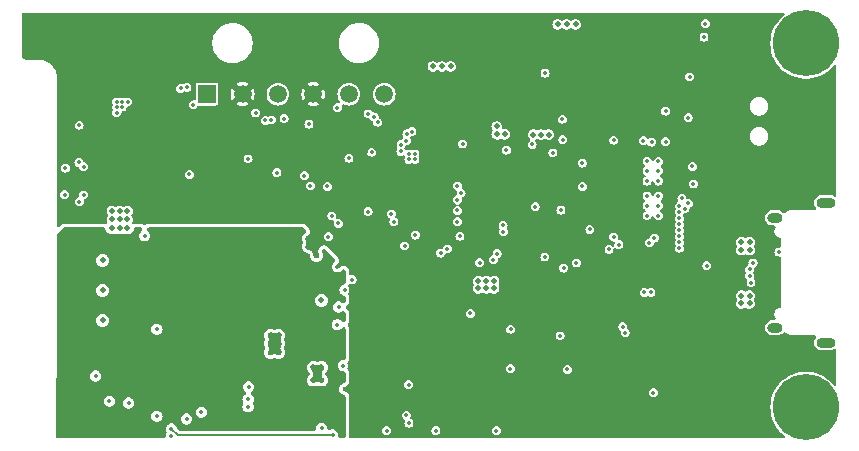
<source format=gbr>
%TF.GenerationSoftware,KiCad,Pcbnew,8.0.3*%
%TF.CreationDate,2024-09-21T22:38:29+02:00*%
%TF.ProjectId,Battery_pack,42617474-6572-4795-9f70-61636b2e6b69,1.0*%
%TF.SameCoordinates,Original*%
%TF.FileFunction,Copper,L3,Inr*%
%TF.FilePolarity,Positive*%
%FSLAX46Y46*%
G04 Gerber Fmt 4.6, Leading zero omitted, Abs format (unit mm)*
G04 Created by KiCad (PCBNEW 8.0.3) date 2024-09-21 22:38:29*
%MOMM*%
%LPD*%
G01*
G04 APERTURE LIST*
%TA.AperFunction,ComponentPad*%
%ADD10R,1.520000X1.520000*%
%TD*%
%TA.AperFunction,ComponentPad*%
%ADD11C,1.520000*%
%TD*%
%TA.AperFunction,ComponentPad*%
%ADD12O,1.600000X0.900000*%
%TD*%
%TA.AperFunction,ComponentPad*%
%ADD13O,1.300000X0.900000*%
%TD*%
%TA.AperFunction,ComponentPad*%
%ADD14C,5.600000*%
%TD*%
%TA.AperFunction,ViaPad*%
%ADD15C,0.350000*%
%TD*%
%TA.AperFunction,ViaPad*%
%ADD16C,0.500000*%
%TD*%
%TA.AperFunction,Conductor*%
%ADD17C,0.180000*%
%TD*%
G04 APERTURE END LIST*
D10*
%TO.N,+12V*%
%TO.C,J401*%
X119211181Y-103900000D03*
D11*
%TO.N,GND*%
X122211180Y-103900000D03*
%TO.N,+5V*%
X125211179Y-103900000D03*
%TO.N,GND*%
X128211178Y-103900000D03*
%TO.N,Net-(J401-Pin_5)*%
X131211177Y-103900000D03*
%TO.N,Net-(J401-Pin_6)*%
X134211176Y-103900000D03*
%TD*%
D12*
%TO.N,SHELL_GND*%
%TO.C,J601*%
X171600000Y-124930000D03*
%TO.N,SHELL_GND_0*%
X171600000Y-113090000D03*
D13*
%TO.N,SHELL_GND_2*%
X167280000Y-123660000D03*
%TO.N,SHELL_GND_1*%
X167280000Y-114360000D03*
%TD*%
D14*
%TO.N,N/C*%
%TO.C,REF\u002A\u002A*%
X169900000Y-99600000D03*
%TD*%
%TO.N,N/C*%
%TO.C,REF\u002A\u002A*%
X169900000Y-130400000D03*
%TD*%
D15*
%TO.N,GND*%
X161544000Y-110464600D03*
X161467800Y-111633000D03*
X162636200Y-130378200D03*
%TO.N,PP_5V*%
X151612600Y-115341400D03*
X146989800Y-113411000D03*
%TO.N,GND2*%
X130479800Y-125933200D03*
X125145800Y-128320800D03*
D16*
X128193800Y-123571000D03*
X110032800Y-116128800D03*
X108508800Y-116128800D03*
D15*
X124485400Y-129946400D03*
D16*
X109270800Y-116789200D03*
D15*
X115163600Y-124764800D03*
D16*
X108508800Y-116789200D03*
X110032800Y-116789200D03*
X118059200Y-120650000D03*
X116382800Y-126085600D03*
X109270800Y-116128800D03*
D15*
X109169200Y-132384800D03*
D16*
X107746800Y-116789200D03*
D15*
X125603000Y-128143000D03*
D16*
X107746800Y-116128800D03*
X119210690Y-123698600D03*
D15*
%TO.N,GND*%
X130860800Y-128858397D03*
X154686000Y-114096800D03*
X153263600Y-112572801D03*
X167843100Y-108356900D03*
D16*
X158496000Y-100025200D03*
X128879600Y-128092200D03*
X126238000Y-113792000D03*
X128473200Y-116814600D03*
X125272800Y-125757820D03*
D15*
X154025599Y-113334800D03*
D16*
X131826000Y-106781599D03*
X140614400Y-97485200D03*
D15*
X156464000Y-123088400D03*
D16*
X156311600Y-125526800D03*
X128879600Y-121361201D03*
D15*
X154076400Y-119126000D03*
D16*
X143357601Y-103682800D03*
D15*
X157124400Y-123088400D03*
X153314400Y-109728000D03*
X153263600Y-114096800D03*
D16*
X125069600Y-109601000D03*
D15*
X134797800Y-127990600D03*
X138328400Y-113791999D03*
D16*
X133248400Y-108204000D03*
D15*
X137566401Y-113791999D03*
X152654000Y-113334800D03*
X155346400Y-113334800D03*
D16*
X165150800Y-115519200D03*
D15*
X164653460Y-119007744D03*
D16*
X135153400Y-126441199D03*
X163626800Y-123088400D03*
X136855200Y-119481600D03*
X152488800Y-100542800D03*
X123748800Y-109601000D03*
D15*
X159017945Y-98117945D03*
D16*
X123647200Y-113792000D03*
D15*
X112572800Y-130048000D03*
X141986001Y-116992400D03*
X160731200Y-116865400D03*
X122682000Y-130352800D03*
D16*
X138988800Y-122428000D03*
X164388800Y-123901200D03*
X149047200Y-101041200D03*
D15*
X144989099Y-120707101D03*
D16*
X128473200Y-117551200D03*
D15*
X136804401Y-112268000D03*
X130352800Y-121920000D03*
X130327400Y-115544600D03*
D16*
X143154400Y-98221800D03*
D15*
X117477420Y-131391781D03*
X161518600Y-113665000D03*
D16*
X154470000Y-99882400D03*
X132537200Y-107492800D03*
X139750800Y-122428000D03*
D15*
X154686000Y-112572800D03*
D16*
X154470000Y-101203201D03*
X124587000Y-125018800D03*
X136855200Y-118770400D03*
D15*
X133400800Y-111633000D03*
X138328400Y-113030000D03*
X137566401Y-112268001D03*
X142759616Y-112154784D03*
X152654000Y-110540800D03*
D16*
X138684000Y-98755200D03*
D15*
X134797800Y-127406400D03*
X163300000Y-99700000D03*
D16*
X125272800Y-125018800D03*
D15*
X142697200Y-108051600D03*
D16*
X142697200Y-105664000D03*
D15*
X130251200Y-118491000D03*
D16*
X141224000Y-123139200D03*
D15*
X130149600Y-116789200D03*
D16*
X128219200Y-127025400D03*
X163626800Y-114706400D03*
D15*
X158089600Y-128422400D03*
D16*
X125577600Y-113792000D03*
X138988800Y-123139200D03*
D15*
X147777200Y-116636800D03*
X154711400Y-122682000D03*
X107340400Y-106934000D03*
X160248600Y-117348000D03*
X118719600Y-130832981D03*
D16*
X128219200Y-128092200D03*
X132537200Y-106781599D03*
D15*
X113919000Y-115874800D03*
X157734000Y-123088400D03*
D16*
X165150800Y-123901200D03*
X149733000Y-101041200D03*
D15*
X136804401Y-113030000D03*
X122682000Y-129743200D03*
D16*
X116535199Y-108610400D03*
X157886400Y-120650000D03*
D15*
X161518600Y-113106200D03*
D16*
X165150800Y-114706400D03*
D15*
X159100000Y-110200000D03*
D16*
X150418800Y-101041200D03*
X142036800Y-105003600D03*
X163626800Y-115519200D03*
D15*
X132638800Y-108762800D03*
X160731200Y-117348000D03*
D16*
X140614400Y-98196400D03*
X142036800Y-103682800D03*
X140512800Y-123139200D03*
D15*
X134797800Y-128549400D03*
D16*
X127787400Y-116814600D03*
D15*
X137922000Y-131064000D03*
D16*
X128473200Y-116103400D03*
X164388800Y-123088400D03*
D15*
X113639600Y-110998000D03*
X153314400Y-111302800D03*
D16*
X153149200Y-99882401D03*
X164388800Y-115519200D03*
X115061998Y-107819400D03*
X127787400Y-116128800D03*
D15*
X130225800Y-123418600D03*
D16*
X142697200Y-103022400D03*
D15*
X156511041Y-120134864D03*
X162560000Y-111760000D03*
D16*
X122936000Y-113792000D03*
X143154400Y-97485200D03*
X131826000Y-107492800D03*
D15*
X141754801Y-118384801D03*
X153974800Y-110540800D03*
D16*
X157886400Y-100025200D03*
D15*
X122732800Y-128676400D03*
D16*
X115773201Y-108610402D03*
D15*
X140258800Y-107086400D03*
D16*
X113639600Y-108610404D03*
D15*
X155346400Y-110540800D03*
X130379199Y-113665999D03*
D16*
X153809599Y-100542800D03*
D15*
X143052801Y-116947000D03*
X147275099Y-122688301D03*
D16*
X156819600Y-97434400D03*
X128879600Y-127025400D03*
D15*
X154736800Y-111302800D03*
D16*
X142697200Y-104343200D03*
D15*
X137566401Y-113030000D03*
D16*
X115062000Y-107108201D03*
D15*
X162661600Y-110642400D03*
X151472800Y-105572000D03*
D16*
X136855200Y-118110000D03*
X133248400Y-107492800D03*
X157632400Y-97434400D03*
X164388800Y-114706400D03*
X133248400Y-106781599D03*
D15*
X136702800Y-117449600D03*
X153111200Y-119126000D03*
X142087600Y-131064000D03*
D16*
X143154400Y-98933000D03*
X165150800Y-123088400D03*
X124587000Y-124310020D03*
X139750800Y-123139200D03*
X139369800Y-98755200D03*
D15*
X138328401Y-112268000D03*
X159766000Y-117348000D03*
X136804401Y-113792000D03*
D16*
X114350800Y-108610400D03*
D15*
X154736800Y-109728000D03*
D16*
X125272800Y-124310020D03*
D15*
X138887200Y-118414800D03*
X147116800Y-106121200D03*
D16*
X115773200Y-107848400D03*
X163626800Y-123901200D03*
X143357600Y-105003600D03*
X124409200Y-109601000D03*
X115773200Y-107086400D03*
X153149200Y-101203200D03*
X155130400Y-100542800D03*
X124587000Y-125757820D03*
X115062000Y-108610402D03*
D15*
%TO.N,LDO_1V8*%
X150977600Y-111709200D03*
%TO.N,LDO_3V3*%
X158038800Y-107924600D03*
X148488400Y-108864400D03*
X160299400Y-110007400D03*
X160379176Y-111502424D03*
%TO.N,PP_HV*%
X149098000Y-124358400D03*
X159207200Y-115925600D03*
X140411200Y-114706400D03*
X159207200Y-114401600D03*
X140853601Y-108113200D03*
X159207200Y-116941600D03*
X138988800Y-117348000D03*
X143459200Y-117906800D03*
X159207200Y-116433600D03*
X159207200Y-115417600D03*
X159207200Y-114909600D03*
X147802600Y-117678200D03*
X140615380Y-115924620D03*
%TO.N,PP_5V*%
X153640100Y-115976400D03*
X149301200Y-106019600D03*
X149326600Y-107746800D03*
X147828000Y-102108000D03*
X153640100Y-107797600D03*
%TO.N,+3V3*%
X143713200Y-132384800D03*
X138582400Y-132384800D03*
X161518600Y-118414800D03*
X160070800Y-102427700D03*
X158038800Y-105333800D03*
X159410400Y-112725200D03*
X156997400Y-129159000D03*
X159943800Y-105892600D03*
X134416800Y-132384800D03*
X114960400Y-131165600D03*
%TO.N,IC_C1_CC1*%
X156667200Y-116484400D03*
X153240101Y-117043200D03*
%TO.N,IC_C1_CC2*%
X157073600Y-116078000D03*
X154076400Y-116636800D03*
%TO.N,+5V*%
X136296400Y-109423200D03*
X129489200Y-115951000D03*
X136804400Y-108966000D03*
X136804400Y-109423200D03*
X129768600Y-114198400D03*
X136296400Y-108966000D03*
%TO.N,VSYS*%
X111556800Y-105003600D03*
D16*
X142189200Y-119735600D03*
X142849600Y-119735600D03*
D15*
X111556800Y-104546400D03*
X112496600Y-104546400D03*
D16*
X143510000Y-119735600D03*
X143510000Y-120345200D03*
X142189200Y-120345200D03*
X150418800Y-97993200D03*
D15*
X112014000Y-104546400D03*
X112014000Y-104978200D03*
X111556800Y-105460800D03*
D16*
X148894800Y-97993200D03*
X142849600Y-120345200D03*
X149656800Y-97993200D03*
D15*
%TO.N,IC_C1_USB_N*%
X156791606Y-120678199D03*
X165136937Y-118723400D03*
%TO.N,IC_C1_USB_P*%
X156238406Y-120678199D03*
X165136937Y-119276600D03*
X165431701Y-118178550D03*
%TO.N,IC_12V_EN*%
X149402800Y-118618000D03*
X116193057Y-132245857D03*
X129844800Y-132740400D03*
X156840101Y-107950000D03*
%TO.N,IC_5V_EN*%
X150469600Y-118186200D03*
X156133800Y-107823000D03*
X136296400Y-131749800D03*
X149707600Y-127203200D03*
X130759200Y-126873000D03*
%TO.N,IC_VIN_EN*%
X150977600Y-109728000D03*
D16*
%TO.N,VBUS2*%
X144399000Y-107289600D03*
X165150800Y-117094000D03*
D15*
X159969200Y-113131600D03*
D16*
X139090400Y-101549200D03*
D15*
X159664400Y-113588800D03*
X159207200Y-113385600D03*
D16*
X164439600Y-117094000D03*
X164439600Y-120954800D03*
X148132800Y-107315000D03*
X139827000Y-101549200D03*
D15*
X116967000Y-103403400D03*
D16*
X165150800Y-120954800D03*
X146837400Y-107315000D03*
X165150800Y-116433600D03*
X147472400Y-107315000D03*
X165150800Y-121615200D03*
X143738600Y-106629200D03*
X164439600Y-121615200D03*
D15*
X124663200Y-106070400D03*
D16*
X164439600Y-116433600D03*
X143738600Y-107289600D03*
D15*
X159207200Y-113860603D03*
D16*
X138328400Y-101549200D03*
D15*
%TO.N,BMS_~{ACDRV}*%
X143764000Y-117398800D03*
X139547600Y-116992400D03*
X149174200Y-113715800D03*
%TO.N,/Power/U5EN*%
X136093200Y-131085202D03*
X136271000Y-128498600D03*
D16*
%TO.N,/USB-C Controller/Battery Charger/VBAT*%
X111810800Y-114503200D03*
X112471200Y-114503200D03*
X112471200Y-115214400D03*
D15*
X127457200Y-110794800D03*
D16*
X111150400Y-113792000D03*
D15*
X125120400Y-110540800D03*
X127965200Y-111658400D03*
D16*
X111150400Y-115214400D03*
X111150400Y-114503200D03*
X111810800Y-113792000D03*
X112471200Y-113792000D03*
X111810800Y-115214400D03*
D15*
X109778800Y-127762000D03*
X129387600Y-111709200D03*
D16*
%TO.N,/USB-C Controller/Battery Pack Protection/B1-B2*%
X110360200Y-123060200D03*
%TO.N,/USB-C Controller/Battery Pack Protection/B2-B3*%
X110360200Y-120520200D03*
%TO.N,/USB-C Controller/Battery Pack Protection/B3-B4*%
X110360200Y-117980200D03*
D15*
%TO.N,/USB-C Controller/GATE1*%
X124155200Y-106121200D03*
X118033800Y-104800400D03*
X122682000Y-109372400D03*
X117703600Y-110693200D03*
%TO.N,/USB-C Controller/S2S1*%
X117506563Y-103315092D03*
X123317000Y-105486200D03*
%TO.N,/USB-C Controller/GATE2*%
X132842000Y-113842800D03*
X130327400Y-114833400D03*
%TO.N,/USB-C Controller/Battery Charger/GATE3*%
X144881600Y-127127000D03*
X144920199Y-123799600D03*
%TO.N,/USB-C Controller/Battery Charger/S2S3*%
X141503400Y-122453400D03*
X142290800Y-118160800D03*
%TO.N,/USB-C Controller/Battery Charger/SW_BAT*%
X140716000Y-112279999D03*
X127836302Y-106426000D03*
X133654800Y-106273600D03*
X135636000Y-108178600D03*
%TO.N,/USB-C Controller/Battery Charger/U1VREF*%
X135026400Y-114706400D03*
X135940800Y-116738400D03*
%TO.N,/USB-C Controller/USB-C Connector/C_CC1*%
X154408101Y-123574352D03*
X165262777Y-119846030D03*
%TO.N,/USB-C Controller/USB-C Connector/C_CC2*%
X154611301Y-124096750D03*
X167627459Y-117264151D03*
%TO.N,/USB-C Controller/Battery Charger/U1HIDRV*%
X136093200Y-107848400D03*
X133350000Y-105816400D03*
X140411200Y-112826800D03*
X125730000Y-105968800D03*
%TO.N,/USB-C Controller/Battery Charger/U1LODRV*%
X135610600Y-108737400D03*
X131216400Y-109321600D03*
X133146800Y-108813600D03*
X140411200Y-111658400D03*
%TO.N,/USB-C Controller/Battery Charger/U1BATDRV*%
X107213400Y-110159800D03*
X107142200Y-112407300D03*
X132842000Y-105562400D03*
X140411200Y-113741200D03*
X136118600Y-107264200D03*
X130251200Y-105029000D03*
%TO.N,/USB-C Controller/Battery Charger/U1NTC*%
X108381800Y-106527600D03*
X116179600Y-132825000D03*
X108407200Y-113004600D03*
X128905000Y-132181600D03*
X130886200Y-120472200D03*
X131495800Y-119608600D03*
X108356400Y-109677200D03*
%TO.N,/USB-C Controller/DRAIN1*%
X156464000Y-110388400D03*
X157429200Y-109575600D03*
X156464000Y-111252000D03*
X157429200Y-110388400D03*
X157429200Y-111252000D03*
X156464000Y-109575600D03*
%TO.N,/USB-C Controller/DRAIN2*%
X156464000Y-112522000D03*
X157429200Y-114198400D03*
X156464000Y-113334800D03*
X157429200Y-112522000D03*
X156464000Y-114198400D03*
X157429200Y-113334800D03*
%TO.N,/USB-C Controller/Battery Charger/U1STAT1*%
X161282483Y-99067517D03*
X136855200Y-115824000D03*
X144297400Y-115544600D03*
%TO.N,/USB-C Controller/Battery Charger/U1STAT2*%
X134823200Y-114046000D03*
X144272000Y-115011200D03*
X161399549Y-97926501D03*
%TO.N,/USB-C Controller/Battery Pack Protection/NPACK_P*%
X114960400Y-123799600D03*
%TO.N,Net-(J401-Pin_6)*%
X146735800Y-108153200D03*
X136553777Y-107073810D03*
X144551400Y-108635800D03*
%TO.N,Net-(J401-Pin_5)*%
X110947200Y-129895600D03*
X108762800Y-110032800D03*
X108762800Y-112420400D03*
%TD*%
D17*
%TO.N,IC_12V_EN*%
X129844800Y-132740400D02*
X129794000Y-132791200D01*
X116738400Y-132791200D02*
X116193057Y-132245857D01*
X129794000Y-132791200D02*
X116738400Y-132791200D01*
%TD*%
%TA.AperFunction,Conductor*%
%TO.N,GND*%
G36*
X168056366Y-97020185D02*
G01*
X168102121Y-97072989D01*
X168112065Y-97142147D01*
X168083040Y-97205703D01*
X168069033Y-97219489D01*
X167837442Y-97413817D01*
X167837440Y-97413819D01*
X167597589Y-97668044D01*
X167597584Y-97668050D01*
X167388870Y-97948402D01*
X167214113Y-98251091D01*
X167214107Y-98251104D01*
X167075674Y-98572027D01*
X166975430Y-98906865D01*
X166975428Y-98906872D01*
X166914739Y-99251061D01*
X166914738Y-99251072D01*
X166894415Y-99599996D01*
X166894415Y-99600003D01*
X166914738Y-99948927D01*
X166914739Y-99948938D01*
X166975428Y-100293127D01*
X166975430Y-100293134D01*
X167075674Y-100627972D01*
X167214107Y-100948895D01*
X167214113Y-100948908D01*
X167388870Y-101251597D01*
X167597584Y-101531949D01*
X167597589Y-101531955D01*
X167721463Y-101663253D01*
X167837442Y-101786183D01*
X167984387Y-101909484D01*
X168105186Y-102010847D01*
X168105194Y-102010853D01*
X168397203Y-102202911D01*
X168397207Y-102202913D01*
X168709549Y-102359777D01*
X169037989Y-102479319D01*
X169378086Y-102559923D01*
X169725241Y-102600500D01*
X169725248Y-102600500D01*
X170074752Y-102600500D01*
X170074759Y-102600500D01*
X170421914Y-102559923D01*
X170762011Y-102479319D01*
X171090451Y-102359777D01*
X171402793Y-102202913D01*
X171694811Y-102010849D01*
X171962558Y-101786183D01*
X172202412Y-101531953D01*
X172276037Y-101433058D01*
X172331859Y-101391039D01*
X172401538Y-101385870D01*
X172462949Y-101419193D01*
X172496596Y-101480428D01*
X172499500Y-101507106D01*
X172499500Y-112442827D01*
X172479815Y-112509866D01*
X172427011Y-112555621D01*
X172357853Y-112565565D01*
X172306609Y-112545929D01*
X172258133Y-112513538D01*
X172258124Y-112513533D01*
X172139744Y-112464499D01*
X172139738Y-112464497D01*
X172014071Y-112439500D01*
X172014069Y-112439500D01*
X171185931Y-112439500D01*
X171185929Y-112439500D01*
X171060261Y-112464497D01*
X171060255Y-112464499D01*
X170941875Y-112513533D01*
X170941866Y-112513538D01*
X170835331Y-112584723D01*
X170835327Y-112584726D01*
X170744726Y-112675327D01*
X170744723Y-112675331D01*
X170673538Y-112781866D01*
X170673533Y-112781875D01*
X170624499Y-112900255D01*
X170624497Y-112900261D01*
X170599500Y-113025928D01*
X170599500Y-113025931D01*
X170599500Y-113154069D01*
X170599500Y-113154071D01*
X170599499Y-113154071D01*
X170624497Y-113279738D01*
X170624499Y-113279744D01*
X170673533Y-113398124D01*
X170673538Y-113398133D01*
X170744723Y-113504668D01*
X170747299Y-113507807D01*
X170774611Y-113572117D01*
X170762820Y-113640984D01*
X170715667Y-113692544D01*
X170651380Y-113710471D01*
X168874239Y-113709538D01*
X168873657Y-113709500D01*
X168865892Y-113709500D01*
X168801020Y-113709500D01*
X168734371Y-113709465D01*
X168734370Y-113709465D01*
X168726612Y-113709461D01*
X168726017Y-113709500D01*
X168712465Y-113709500D01*
X168540062Y-113739898D01*
X168375553Y-113799775D01*
X168223942Y-113887309D01*
X168149661Y-113949638D01*
X168085652Y-113977651D01*
X168016660Y-113966610D01*
X167982275Y-113942329D01*
X167894672Y-113854726D01*
X167894668Y-113854723D01*
X167788133Y-113783538D01*
X167788124Y-113783533D01*
X167669744Y-113734499D01*
X167669738Y-113734497D01*
X167544071Y-113709500D01*
X167544069Y-113709500D01*
X167015931Y-113709500D01*
X167015929Y-113709500D01*
X166890261Y-113734497D01*
X166890255Y-113734499D01*
X166771875Y-113783533D01*
X166771866Y-113783538D01*
X166665331Y-113854723D01*
X166665327Y-113854726D01*
X166574726Y-113945327D01*
X166574723Y-113945331D01*
X166503538Y-114051866D01*
X166503533Y-114051875D01*
X166454499Y-114170255D01*
X166454497Y-114170261D01*
X166429500Y-114295928D01*
X166429500Y-114295931D01*
X166429500Y-114424069D01*
X166429500Y-114424071D01*
X166429499Y-114424071D01*
X166454497Y-114549738D01*
X166454499Y-114549744D01*
X166503533Y-114668124D01*
X166503538Y-114668133D01*
X166574723Y-114774668D01*
X166574726Y-114774672D01*
X166665327Y-114865273D01*
X166665331Y-114865276D01*
X166771866Y-114936461D01*
X166771872Y-114936464D01*
X166771873Y-114936465D01*
X166890256Y-114985501D01*
X166890260Y-114985501D01*
X166890261Y-114985502D01*
X167015928Y-115010500D01*
X167216816Y-115010500D01*
X167283855Y-115030185D01*
X167329610Y-115082989D01*
X167339554Y-115152147D01*
X167324203Y-115196499D01*
X167260315Y-115307157D01*
X167260312Y-115307164D01*
X167224500Y-115440817D01*
X167224500Y-115579183D01*
X167257181Y-115701149D01*
X167260312Y-115712835D01*
X167260313Y-115712838D01*
X167329492Y-115832661D01*
X167329494Y-115832664D01*
X167329495Y-115832665D01*
X167427335Y-115930505D01*
X167427336Y-115930506D01*
X167427338Y-115930507D01*
X167462839Y-115951003D01*
X167547164Y-115999688D01*
X167680817Y-116035500D01*
X167680825Y-116035500D01*
X167688877Y-116036561D01*
X167688514Y-116039311D01*
X167742573Y-116055185D01*
X167788328Y-116107989D01*
X167799533Y-116159495D01*
X167799536Y-116256619D01*
X167799547Y-116766037D01*
X167779864Y-116833077D01*
X167727061Y-116878833D01*
X167657903Y-116888778D01*
X167656151Y-116888514D01*
X167637638Y-116885582D01*
X167627459Y-116883970D01*
X167627458Y-116883970D01*
X167627456Y-116883970D01*
X167509981Y-116902575D01*
X167509980Y-116902575D01*
X167403992Y-116956579D01*
X167403988Y-116956582D01*
X167319890Y-117040680D01*
X167319887Y-117040684D01*
X167265883Y-117146672D01*
X167265883Y-117146673D01*
X167247278Y-117264147D01*
X167247278Y-117264154D01*
X167265883Y-117381628D01*
X167265883Y-117381629D01*
X167265884Y-117381632D01*
X167265885Y-117381633D01*
X167319695Y-117487242D01*
X167319887Y-117487617D01*
X167319890Y-117487621D01*
X167403988Y-117571719D01*
X167403992Y-117571722D01*
X167403994Y-117571724D01*
X167509977Y-117625725D01*
X167509979Y-117625725D01*
X167509981Y-117625726D01*
X167627456Y-117644332D01*
X167627458Y-117644332D01*
X167627458Y-117644331D01*
X167627459Y-117644332D01*
X167656172Y-117639784D01*
X167725464Y-117648738D01*
X167778916Y-117693733D01*
X167799557Y-117760484D01*
X167799570Y-117762254D01*
X167799666Y-121860497D01*
X167779983Y-121927537D01*
X167727180Y-121973293D01*
X167688644Y-121981676D01*
X167688877Y-121983439D01*
X167680817Y-121984500D01*
X167547164Y-122020312D01*
X167547161Y-122020313D01*
X167427338Y-122089492D01*
X167427333Y-122089496D01*
X167329496Y-122187333D01*
X167329492Y-122187338D01*
X167260313Y-122307161D01*
X167260312Y-122307164D01*
X167224500Y-122440817D01*
X167224500Y-122579182D01*
X167260312Y-122712835D01*
X167260315Y-122712842D01*
X167324203Y-122823501D01*
X167340676Y-122891401D01*
X167317823Y-122957428D01*
X167262902Y-123000618D01*
X167216816Y-123009500D01*
X167015929Y-123009500D01*
X166890261Y-123034497D01*
X166890255Y-123034499D01*
X166771875Y-123083533D01*
X166771866Y-123083538D01*
X166665331Y-123154723D01*
X166665327Y-123154726D01*
X166574726Y-123245327D01*
X166574723Y-123245331D01*
X166503538Y-123351866D01*
X166503533Y-123351875D01*
X166454499Y-123470255D01*
X166454497Y-123470261D01*
X166429500Y-123595928D01*
X166429500Y-123595931D01*
X166429500Y-123724069D01*
X166429500Y-123724071D01*
X166429499Y-123724071D01*
X166454497Y-123849738D01*
X166454499Y-123849744D01*
X166503533Y-123968124D01*
X166503538Y-123968133D01*
X166574723Y-124074668D01*
X166574726Y-124074672D01*
X166665327Y-124165273D01*
X166665331Y-124165276D01*
X166771866Y-124236461D01*
X166771875Y-124236466D01*
X166782633Y-124240922D01*
X166890256Y-124285501D01*
X166890260Y-124285501D01*
X166890261Y-124285502D01*
X167015928Y-124310500D01*
X167015931Y-124310500D01*
X167544071Y-124310500D01*
X167628615Y-124293682D01*
X167669744Y-124285501D01*
X167788127Y-124236465D01*
X167894669Y-124165276D01*
X167982276Y-124077668D01*
X168043597Y-124044185D01*
X168113289Y-124049169D01*
X168149661Y-124070361D01*
X168223942Y-124132690D01*
X168223943Y-124132691D01*
X168223945Y-124132692D01*
X168375555Y-124220225D01*
X168540062Y-124280101D01*
X168712468Y-124310500D01*
X168726017Y-124310500D01*
X168726612Y-124310538D01*
X168734367Y-124310534D01*
X168734371Y-124310535D01*
X168800945Y-124310500D01*
X168865892Y-124310500D01*
X168873884Y-124310500D01*
X168874458Y-124310460D01*
X170651383Y-124309526D01*
X170718431Y-124329175D01*
X170764213Y-124381955D01*
X170774193Y-124451109D01*
X170747308Y-124512180D01*
X170744728Y-124515324D01*
X170673538Y-124621866D01*
X170673533Y-124621875D01*
X170624499Y-124740255D01*
X170624497Y-124740261D01*
X170599500Y-124865928D01*
X170599500Y-124865931D01*
X170599500Y-124994069D01*
X170599500Y-124994071D01*
X170599499Y-124994071D01*
X170624497Y-125119738D01*
X170624499Y-125119744D01*
X170673533Y-125238124D01*
X170673538Y-125238133D01*
X170744723Y-125344668D01*
X170744726Y-125344672D01*
X170835327Y-125435273D01*
X170835331Y-125435276D01*
X170941866Y-125506461D01*
X170941872Y-125506464D01*
X170941873Y-125506465D01*
X171060256Y-125555501D01*
X171060260Y-125555501D01*
X171060261Y-125555502D01*
X171185928Y-125580500D01*
X171185931Y-125580500D01*
X172014071Y-125580500D01*
X172115573Y-125560309D01*
X172139744Y-125555501D01*
X172258127Y-125506465D01*
X172258132Y-125506461D01*
X172258135Y-125506460D01*
X172306608Y-125474071D01*
X172373285Y-125453192D01*
X172440665Y-125471676D01*
X172487356Y-125523654D01*
X172499500Y-125577172D01*
X172499500Y-128492893D01*
X172479815Y-128559932D01*
X172427011Y-128605687D01*
X172357853Y-128615631D01*
X172294297Y-128586606D01*
X172276037Y-128566941D01*
X172202415Y-128468050D01*
X172202410Y-128468044D01*
X172055617Y-128312454D01*
X171962558Y-128213817D01*
X171798328Y-128076012D01*
X171694813Y-127989152D01*
X171694805Y-127989146D01*
X171402796Y-127797088D01*
X171090458Y-127640226D01*
X171090452Y-127640223D01*
X170762012Y-127520681D01*
X170762009Y-127520680D01*
X170421915Y-127440077D01*
X170370846Y-127434108D01*
X170074759Y-127399500D01*
X169725241Y-127399500D01*
X169429154Y-127434108D01*
X169378085Y-127440077D01*
X169378083Y-127440077D01*
X169037990Y-127520680D01*
X169037987Y-127520681D01*
X168709547Y-127640223D01*
X168709541Y-127640226D01*
X168397203Y-127797088D01*
X168105194Y-127989146D01*
X168105186Y-127989152D01*
X167837442Y-128213817D01*
X167837440Y-128213819D01*
X167597589Y-128468044D01*
X167597584Y-128468050D01*
X167388870Y-128748402D01*
X167214113Y-129051091D01*
X167214107Y-129051104D01*
X167075674Y-129372027D01*
X166975430Y-129706865D01*
X166975428Y-129706872D01*
X166914739Y-130051061D01*
X166914738Y-130051072D01*
X166894415Y-130399996D01*
X166894415Y-130400003D01*
X166914738Y-130748927D01*
X166914739Y-130748938D01*
X166975428Y-131093127D01*
X166975430Y-131093134D01*
X167075674Y-131427972D01*
X167214107Y-131748895D01*
X167214113Y-131748908D01*
X167388870Y-132051597D01*
X167597584Y-132331949D01*
X167597589Y-132331955D01*
X167647449Y-132384803D01*
X167837442Y-132586183D01*
X167963989Y-132692368D01*
X168069033Y-132780511D01*
X168107735Y-132838682D01*
X168108843Y-132908543D01*
X168072006Y-132967913D01*
X168008919Y-132997942D01*
X167989327Y-132999500D01*
X143808077Y-132999500D01*
X143741038Y-132979815D01*
X143713207Y-132947697D01*
X143698180Y-132970363D01*
X143634216Y-132998477D01*
X143618323Y-132999500D01*
X138677277Y-132999500D01*
X138610238Y-132979815D01*
X138582407Y-132947697D01*
X138567380Y-132970363D01*
X138503416Y-132998477D01*
X138487523Y-132999500D01*
X134511677Y-132999500D01*
X134444638Y-132979815D01*
X134416807Y-132947697D01*
X134401780Y-132970363D01*
X134337816Y-132998477D01*
X134321923Y-132999500D01*
X131361339Y-132999500D01*
X131294300Y-132979815D01*
X131248545Y-132927011D01*
X131238243Y-132860554D01*
X131242500Y-132825500D01*
X131242500Y-132384796D01*
X134036619Y-132384796D01*
X134036619Y-132384803D01*
X134055224Y-132502277D01*
X134055224Y-132502278D01*
X134055225Y-132502281D01*
X134055226Y-132502282D01*
X134097975Y-132586182D01*
X134109228Y-132608266D01*
X134109231Y-132608270D01*
X134193329Y-132692368D01*
X134193333Y-132692371D01*
X134193335Y-132692373D01*
X134299318Y-132746374D01*
X134299319Y-132746374D01*
X134299321Y-132746375D01*
X134341321Y-132753027D01*
X134404455Y-132782956D01*
X134415236Y-132800270D01*
X134417964Y-132794297D01*
X134476742Y-132756523D01*
X134492279Y-132753027D01*
X134534278Y-132746375D01*
X134534279Y-132746374D01*
X134534282Y-132746374D01*
X134640265Y-132692373D01*
X134724373Y-132608265D01*
X134778374Y-132502282D01*
X134796981Y-132384800D01*
X134796981Y-132384796D01*
X138202219Y-132384796D01*
X138202219Y-132384803D01*
X138220824Y-132502277D01*
X138220824Y-132502278D01*
X138220825Y-132502281D01*
X138220826Y-132502282D01*
X138263575Y-132586182D01*
X138274828Y-132608266D01*
X138274831Y-132608270D01*
X138358929Y-132692368D01*
X138358933Y-132692371D01*
X138358935Y-132692373D01*
X138464918Y-132746374D01*
X138464919Y-132746374D01*
X138464921Y-132746375D01*
X138506921Y-132753027D01*
X138570055Y-132782956D01*
X138580836Y-132800270D01*
X138583564Y-132794297D01*
X138642342Y-132756523D01*
X138657879Y-132753027D01*
X138699878Y-132746375D01*
X138699879Y-132746374D01*
X138699882Y-132746374D01*
X138805865Y-132692373D01*
X138889973Y-132608265D01*
X138943974Y-132502282D01*
X138962581Y-132384800D01*
X138962581Y-132384796D01*
X143333019Y-132384796D01*
X143333019Y-132384803D01*
X143351624Y-132502277D01*
X143351624Y-132502278D01*
X143351625Y-132502281D01*
X143351626Y-132502282D01*
X143394375Y-132586182D01*
X143405628Y-132608266D01*
X143405631Y-132608270D01*
X143489729Y-132692368D01*
X143489733Y-132692371D01*
X143489735Y-132692373D01*
X143595718Y-132746374D01*
X143595719Y-132746374D01*
X143595721Y-132746375D01*
X143637721Y-132753027D01*
X143700855Y-132782956D01*
X143711636Y-132800270D01*
X143714364Y-132794297D01*
X143773142Y-132756523D01*
X143788679Y-132753027D01*
X143830678Y-132746375D01*
X143830679Y-132746374D01*
X143830682Y-132746374D01*
X143936665Y-132692373D01*
X144020773Y-132608265D01*
X144074774Y-132502282D01*
X144093381Y-132384800D01*
X144093381Y-132384796D01*
X144074775Y-132267322D01*
X144074775Y-132267321D01*
X144074774Y-132267319D01*
X144074774Y-132267318D01*
X144020773Y-132161335D01*
X144020771Y-132161333D01*
X144020768Y-132161329D01*
X143936670Y-132077231D01*
X143936666Y-132077228D01*
X143936665Y-132077227D01*
X143830682Y-132023226D01*
X143830680Y-132023225D01*
X143830677Y-132023224D01*
X143713203Y-132004619D01*
X143713197Y-132004619D01*
X143595722Y-132023224D01*
X143595721Y-132023224D01*
X143489733Y-132077228D01*
X143489729Y-132077231D01*
X143405631Y-132161329D01*
X143405628Y-132161333D01*
X143351624Y-132267321D01*
X143351624Y-132267322D01*
X143333019Y-132384796D01*
X138962581Y-132384796D01*
X138943975Y-132267322D01*
X138943975Y-132267321D01*
X138943974Y-132267319D01*
X138943974Y-132267318D01*
X138889973Y-132161335D01*
X138889971Y-132161333D01*
X138889968Y-132161329D01*
X138805870Y-132077231D01*
X138805866Y-132077228D01*
X138805865Y-132077227D01*
X138699882Y-132023226D01*
X138699880Y-132023225D01*
X138699877Y-132023224D01*
X138582403Y-132004619D01*
X138582397Y-132004619D01*
X138464922Y-132023224D01*
X138464921Y-132023224D01*
X138358933Y-132077228D01*
X138358929Y-132077231D01*
X138274831Y-132161329D01*
X138274828Y-132161333D01*
X138220824Y-132267321D01*
X138220824Y-132267322D01*
X138202219Y-132384796D01*
X134796981Y-132384796D01*
X134778375Y-132267322D01*
X134778375Y-132267321D01*
X134778374Y-132267319D01*
X134778374Y-132267318D01*
X134724373Y-132161335D01*
X134724371Y-132161333D01*
X134724368Y-132161329D01*
X134640270Y-132077231D01*
X134640266Y-132077228D01*
X134640265Y-132077227D01*
X134534282Y-132023226D01*
X134534280Y-132023225D01*
X134534277Y-132023224D01*
X134416803Y-132004619D01*
X134416797Y-132004619D01*
X134299322Y-132023224D01*
X134299321Y-132023224D01*
X134193333Y-132077228D01*
X134193329Y-132077231D01*
X134109231Y-132161329D01*
X134109228Y-132161333D01*
X134055224Y-132267321D01*
X134055224Y-132267322D01*
X134036619Y-132384796D01*
X131242500Y-132384796D01*
X131242500Y-131085198D01*
X135713019Y-131085198D01*
X135713019Y-131085205D01*
X135731624Y-131202679D01*
X135731624Y-131202680D01*
X135731625Y-131202683D01*
X135731626Y-131202684D01*
X135761838Y-131261979D01*
X135785628Y-131308668D01*
X135785631Y-131308672D01*
X135869729Y-131392770D01*
X135869733Y-131392773D01*
X135869735Y-131392775D01*
X135907824Y-131412182D01*
X135958619Y-131460155D01*
X135975414Y-131527976D01*
X135962013Y-131578960D01*
X135934825Y-131632318D01*
X135934824Y-131632322D01*
X135916219Y-131749796D01*
X135916219Y-131749803D01*
X135934824Y-131867277D01*
X135934824Y-131867278D01*
X135934825Y-131867281D01*
X135934826Y-131867282D01*
X135972524Y-131941269D01*
X135988828Y-131973266D01*
X135988831Y-131973270D01*
X136072929Y-132057368D01*
X136072933Y-132057371D01*
X136072935Y-132057373D01*
X136178918Y-132111374D01*
X136178920Y-132111374D01*
X136178922Y-132111375D01*
X136296397Y-132129981D01*
X136296400Y-132129981D01*
X136296403Y-132129981D01*
X136413877Y-132111375D01*
X136413878Y-132111375D01*
X136413879Y-132111374D01*
X136413882Y-132111374D01*
X136519865Y-132057373D01*
X136603973Y-131973265D01*
X136657974Y-131867282D01*
X136676581Y-131749800D01*
X136676581Y-131749796D01*
X136657975Y-131632322D01*
X136657975Y-131632321D01*
X136657974Y-131632319D01*
X136657974Y-131632318D01*
X136603973Y-131526335D01*
X136603971Y-131526333D01*
X136603968Y-131526329D01*
X136519870Y-131442231D01*
X136519861Y-131442224D01*
X136481776Y-131422819D01*
X136430980Y-131374845D01*
X136414185Y-131307024D01*
X136427585Y-131256044D01*
X136454774Y-131202684D01*
X136460648Y-131165599D01*
X136473381Y-131085205D01*
X136473381Y-131085198D01*
X136454775Y-130967724D01*
X136454775Y-130967723D01*
X136454774Y-130967721D01*
X136454774Y-130967720D01*
X136400773Y-130861737D01*
X136400771Y-130861735D01*
X136400768Y-130861731D01*
X136316670Y-130777633D01*
X136316666Y-130777630D01*
X136316665Y-130777629D01*
X136210682Y-130723628D01*
X136210680Y-130723627D01*
X136210677Y-130723626D01*
X136093203Y-130705021D01*
X136093197Y-130705021D01*
X135975722Y-130723626D01*
X135975721Y-130723626D01*
X135869733Y-130777630D01*
X135869729Y-130777633D01*
X135785631Y-130861731D01*
X135785628Y-130861735D01*
X135731624Y-130967723D01*
X135731624Y-130967724D01*
X135713019Y-131085198D01*
X131242500Y-131085198D01*
X131242500Y-129505454D01*
X131234405Y-129435592D01*
X131226687Y-129402736D01*
X131216212Y-129358141D01*
X131216209Y-129358131D01*
X131216207Y-129358122D01*
X131207470Y-129327980D01*
X131151852Y-129230454D01*
X131151849Y-129230450D01*
X131098011Y-129166930D01*
X131097988Y-129166905D01*
X131090471Y-129158996D01*
X156617219Y-129158996D01*
X156617219Y-129159003D01*
X156635824Y-129276477D01*
X156635824Y-129276478D01*
X156635825Y-129276481D01*
X156635826Y-129276482D01*
X156677433Y-129358141D01*
X156689828Y-129382466D01*
X156689831Y-129382470D01*
X156773929Y-129466568D01*
X156773933Y-129466571D01*
X156773935Y-129466573D01*
X156879918Y-129520574D01*
X156879920Y-129520574D01*
X156879922Y-129520575D01*
X156997397Y-129539181D01*
X156997400Y-129539181D01*
X156997403Y-129539181D01*
X157114877Y-129520575D01*
X157114878Y-129520575D01*
X157114879Y-129520574D01*
X157114882Y-129520574D01*
X157220865Y-129466573D01*
X157304973Y-129382465D01*
X157358974Y-129276482D01*
X157371025Y-129200395D01*
X157377581Y-129159003D01*
X157377581Y-129158996D01*
X157358975Y-129041522D01*
X157358975Y-129041521D01*
X157358974Y-129041519D01*
X157358974Y-129041518D01*
X157304973Y-128935535D01*
X157304971Y-128935533D01*
X157304968Y-128935529D01*
X157220870Y-128851431D01*
X157220866Y-128851428D01*
X157220865Y-128851427D01*
X157114882Y-128797426D01*
X157114880Y-128797425D01*
X157114877Y-128797424D01*
X156997403Y-128778819D01*
X156997397Y-128778819D01*
X156879922Y-128797424D01*
X156879921Y-128797424D01*
X156773933Y-128851428D01*
X156773929Y-128851431D01*
X156689831Y-128935529D01*
X156689828Y-128935533D01*
X156635824Y-129041521D01*
X156635824Y-129041522D01*
X156617219Y-129158996D01*
X131090471Y-129158996D01*
X131074087Y-129141757D01*
X131074086Y-129141756D01*
X131074085Y-129141755D01*
X130979515Y-129081246D01*
X130979511Y-129081244D01*
X130979509Y-129081243D01*
X130904405Y-129050862D01*
X130894711Y-129046447D01*
X130890449Y-129044280D01*
X130889589Y-129044027D01*
X130887869Y-129043522D01*
X130884411Y-129042318D01*
X130881355Y-129041609D01*
X130878514Y-129040775D01*
X130878514Y-129040773D01*
X130878503Y-129040772D01*
X130806556Y-129019645D01*
X130774453Y-129004984D01*
X130763326Y-128997833D01*
X130736652Y-128974720D01*
X130727988Y-128964721D01*
X130708911Y-128935038D01*
X130708234Y-128933557D01*
X130703415Y-128923003D01*
X130693470Y-128889137D01*
X130691587Y-128876034D01*
X130691588Y-128840752D01*
X130693470Y-128827660D01*
X130703413Y-128793794D01*
X130706952Y-128786045D01*
X130708911Y-128781754D01*
X130727986Y-128752072D01*
X130736595Y-128742137D01*
X130737088Y-128741709D01*
X130746788Y-128731827D01*
X130746798Y-128731818D01*
X130747542Y-128732645D01*
X130763330Y-128718953D01*
X130774451Y-128711806D01*
X130806553Y-128697147D01*
X130847082Y-128685246D01*
X130890441Y-128672516D01*
X130917161Y-128663308D01*
X130917164Y-128663305D01*
X130917167Y-128663305D01*
X130918283Y-128662769D01*
X130937856Y-128652869D01*
X130973313Y-128638975D01*
X131001889Y-128626047D01*
X131001894Y-128626043D01*
X131001896Y-128626042D01*
X131090509Y-128557126D01*
X131090513Y-128557122D01*
X131142363Y-128498596D01*
X135890819Y-128498596D01*
X135890819Y-128498603D01*
X135909424Y-128616077D01*
X135909424Y-128616078D01*
X135909425Y-128616081D01*
X135909426Y-128616082D01*
X135961868Y-128719006D01*
X135963428Y-128722066D01*
X135963431Y-128722070D01*
X136047529Y-128806168D01*
X136047533Y-128806171D01*
X136047535Y-128806173D01*
X136153518Y-128860174D01*
X136153520Y-128860174D01*
X136153522Y-128860175D01*
X136270997Y-128878781D01*
X136271000Y-128878781D01*
X136271003Y-128878781D01*
X136388477Y-128860175D01*
X136388478Y-128860175D01*
X136388479Y-128860174D01*
X136388482Y-128860174D01*
X136494465Y-128806173D01*
X136578573Y-128722065D01*
X136632574Y-128616082D01*
X136632575Y-128616077D01*
X136651181Y-128498603D01*
X136651181Y-128498596D01*
X136632575Y-128381122D01*
X136632575Y-128381121D01*
X136632574Y-128381119D01*
X136632574Y-128381118D01*
X136578573Y-128275135D01*
X136578571Y-128275133D01*
X136578568Y-128275129D01*
X136494470Y-128191031D01*
X136494466Y-128191028D01*
X136494465Y-128191027D01*
X136388482Y-128137026D01*
X136388480Y-128137025D01*
X136388477Y-128137024D01*
X136271003Y-128118419D01*
X136270997Y-128118419D01*
X136153522Y-128137024D01*
X136153521Y-128137024D01*
X136047533Y-128191028D01*
X136047529Y-128191031D01*
X135963431Y-128275129D01*
X135963428Y-128275133D01*
X135909424Y-128381121D01*
X135909424Y-128381122D01*
X135890819Y-128498596D01*
X131142363Y-128498596D01*
X131145739Y-128494785D01*
X131167250Y-128467528D01*
X131213691Y-128365313D01*
X131233622Y-128284451D01*
X131242500Y-128211339D01*
X131242500Y-127522500D01*
X131242145Y-127510773D01*
X131241943Y-127504072D01*
X131241697Y-127500000D01*
X131240673Y-127483076D01*
X131221379Y-127393196D01*
X131191847Y-127315326D01*
X131177708Y-127283611D01*
X131165336Y-127267703D01*
X131108787Y-127194992D01*
X131108786Y-127194991D01*
X131108783Y-127194987D01*
X131108779Y-127194983D01*
X131108619Y-127194812D01*
X131108565Y-127194706D01*
X131105264Y-127190461D01*
X131106094Y-127189815D01*
X131077110Y-127132451D01*
X131077676Y-127126996D01*
X144501419Y-127126996D01*
X144501419Y-127127003D01*
X144520024Y-127244477D01*
X144520024Y-127244478D01*
X144520025Y-127244481D01*
X144520026Y-127244482D01*
X144558849Y-127320677D01*
X144574028Y-127350466D01*
X144574031Y-127350470D01*
X144658129Y-127434568D01*
X144658133Y-127434571D01*
X144658135Y-127434573D01*
X144764118Y-127488574D01*
X144764120Y-127488574D01*
X144764122Y-127488575D01*
X144881597Y-127507181D01*
X144881600Y-127507181D01*
X144881603Y-127507181D01*
X144999077Y-127488575D01*
X144999078Y-127488575D01*
X144999079Y-127488574D01*
X144999082Y-127488574D01*
X145105065Y-127434573D01*
X145189173Y-127350465D01*
X145243174Y-127244482D01*
X145244197Y-127238024D01*
X145249713Y-127203196D01*
X149327419Y-127203196D01*
X149327419Y-127203203D01*
X149346024Y-127320677D01*
X149346024Y-127320678D01*
X149346025Y-127320681D01*
X149346026Y-127320682D01*
X149383413Y-127394059D01*
X149400028Y-127426666D01*
X149400031Y-127426670D01*
X149484129Y-127510768D01*
X149484133Y-127510771D01*
X149484135Y-127510773D01*
X149590118Y-127564774D01*
X149590120Y-127564774D01*
X149590122Y-127564775D01*
X149707597Y-127583381D01*
X149707600Y-127583381D01*
X149707603Y-127583381D01*
X149825077Y-127564775D01*
X149825078Y-127564775D01*
X149825079Y-127564774D01*
X149825082Y-127564774D01*
X149931065Y-127510773D01*
X150015173Y-127426665D01*
X150069174Y-127320682D01*
X150070021Y-127315333D01*
X150087781Y-127203203D01*
X150087781Y-127203196D01*
X150069175Y-127085722D01*
X150069175Y-127085721D01*
X150069174Y-127085719D01*
X150069174Y-127085718D01*
X150015173Y-126979735D01*
X150015171Y-126979733D01*
X150015168Y-126979729D01*
X149931070Y-126895631D01*
X149931066Y-126895628D01*
X149931065Y-126895627D01*
X149825082Y-126841626D01*
X149825080Y-126841625D01*
X149825077Y-126841624D01*
X149707603Y-126823019D01*
X149707597Y-126823019D01*
X149590122Y-126841624D01*
X149590121Y-126841624D01*
X149484133Y-126895628D01*
X149484129Y-126895631D01*
X149400031Y-126979729D01*
X149400028Y-126979733D01*
X149346024Y-127085721D01*
X149346024Y-127085722D01*
X149327419Y-127203196D01*
X145249713Y-127203196D01*
X145261781Y-127127003D01*
X145261781Y-127126996D01*
X145243175Y-127009522D01*
X145243175Y-127009521D01*
X145243174Y-127009519D01*
X145243174Y-127009518D01*
X145189173Y-126903535D01*
X145189171Y-126903533D01*
X145189168Y-126903529D01*
X145105070Y-126819431D01*
X145105066Y-126819428D01*
X145105065Y-126819427D01*
X144999082Y-126765426D01*
X144999080Y-126765425D01*
X144999077Y-126765424D01*
X144881603Y-126746819D01*
X144881597Y-126746819D01*
X144764122Y-126765424D01*
X144764121Y-126765424D01*
X144658133Y-126819428D01*
X144658129Y-126819431D01*
X144574031Y-126903529D01*
X144574028Y-126903533D01*
X144520024Y-127009521D01*
X144520024Y-127009522D01*
X144501419Y-127126996D01*
X131077676Y-127126996D01*
X131084317Y-127062954D01*
X131088562Y-127053700D01*
X131120774Y-126990482D01*
X131122476Y-126979735D01*
X131139381Y-126873003D01*
X131139381Y-126872996D01*
X131120775Y-126755522D01*
X131120775Y-126755521D01*
X131120774Y-126755519D01*
X131120774Y-126755518D01*
X131087837Y-126690876D01*
X131074942Y-126622210D01*
X131101218Y-126557469D01*
X131105488Y-126552378D01*
X131145739Y-126506946D01*
X131167250Y-126479689D01*
X131213691Y-126377474D01*
X131233622Y-126296612D01*
X131242500Y-126223500D01*
X131242500Y-124358396D01*
X148717819Y-124358396D01*
X148717819Y-124358403D01*
X148736424Y-124475877D01*
X148736424Y-124475878D01*
X148736425Y-124475881D01*
X148736426Y-124475882D01*
X148790249Y-124581516D01*
X148790428Y-124581866D01*
X148790431Y-124581870D01*
X148874529Y-124665968D01*
X148874533Y-124665971D01*
X148874535Y-124665973D01*
X148980518Y-124719974D01*
X148980520Y-124719974D01*
X148980522Y-124719975D01*
X149097997Y-124738581D01*
X149098000Y-124738581D01*
X149098003Y-124738581D01*
X149215477Y-124719975D01*
X149215478Y-124719975D01*
X149215479Y-124719974D01*
X149215482Y-124719974D01*
X149321465Y-124665973D01*
X149405573Y-124581865D01*
X149459574Y-124475882D01*
X149463498Y-124451109D01*
X149478181Y-124358403D01*
X149478181Y-124358396D01*
X149459575Y-124240922D01*
X149459575Y-124240921D01*
X149459574Y-124240919D01*
X149459574Y-124240918D01*
X149405573Y-124134935D01*
X149405571Y-124134933D01*
X149405568Y-124134929D01*
X149321470Y-124050831D01*
X149321466Y-124050828D01*
X149321465Y-124050827D01*
X149215482Y-123996826D01*
X149215480Y-123996825D01*
X149215477Y-123996824D01*
X149098003Y-123978219D01*
X149097997Y-123978219D01*
X148980522Y-123996824D01*
X148980521Y-123996824D01*
X148874533Y-124050828D01*
X148874529Y-124050831D01*
X148790431Y-124134929D01*
X148790428Y-124134933D01*
X148736424Y-124240921D01*
X148736424Y-124240922D01*
X148717819Y-124358396D01*
X131242500Y-124358396D01*
X131242500Y-123799596D01*
X144540018Y-123799596D01*
X144540018Y-123799603D01*
X144558623Y-123917077D01*
X144558623Y-123917078D01*
X144558624Y-123917081D01*
X144558625Y-123917082D01*
X144611147Y-124020163D01*
X144612627Y-124023066D01*
X144612630Y-124023070D01*
X144696728Y-124107168D01*
X144696732Y-124107171D01*
X144696734Y-124107173D01*
X144802717Y-124161174D01*
X144802719Y-124161174D01*
X144802721Y-124161175D01*
X144920196Y-124179781D01*
X144920199Y-124179781D01*
X144920202Y-124179781D01*
X145037676Y-124161175D01*
X145037677Y-124161175D01*
X145037678Y-124161174D01*
X145037681Y-124161174D01*
X145143664Y-124107173D01*
X145227772Y-124023065D01*
X145281773Y-123917082D01*
X145283446Y-123906521D01*
X145300380Y-123799603D01*
X145300380Y-123799596D01*
X145281774Y-123682122D01*
X145281774Y-123682121D01*
X145281773Y-123682119D01*
X145281773Y-123682118D01*
X145227772Y-123576135D01*
X145227770Y-123576133D01*
X145227767Y-123576129D01*
X145225986Y-123574348D01*
X154027920Y-123574348D01*
X154027920Y-123574355D01*
X154046525Y-123691829D01*
X154046525Y-123691830D01*
X154046526Y-123691833D01*
X154046527Y-123691834D01*
X154100528Y-123797817D01*
X154184636Y-123881925D01*
X154184638Y-123881926D01*
X154184641Y-123881929D01*
X154192535Y-123887665D01*
X154190710Y-123890176D01*
X154229651Y-123926948D01*
X154246452Y-123994767D01*
X154245039Y-124008863D01*
X154231120Y-124096751D01*
X154231120Y-124096753D01*
X154249725Y-124214227D01*
X154249725Y-124214228D01*
X154249726Y-124214231D01*
X154249727Y-124214232D01*
X154298797Y-124310538D01*
X154303729Y-124320216D01*
X154303732Y-124320220D01*
X154387830Y-124404318D01*
X154387834Y-124404321D01*
X154387836Y-124404323D01*
X154493819Y-124458324D01*
X154493821Y-124458324D01*
X154493823Y-124458325D01*
X154611298Y-124476931D01*
X154611301Y-124476931D01*
X154611304Y-124476931D01*
X154728778Y-124458325D01*
X154728779Y-124458325D01*
X154728780Y-124458324D01*
X154728783Y-124458324D01*
X154834766Y-124404323D01*
X154918874Y-124320215D01*
X154972875Y-124214232D01*
X154973171Y-124212366D01*
X154991482Y-124096753D01*
X154991482Y-124096746D01*
X154972876Y-123979272D01*
X154972876Y-123979271D01*
X154972875Y-123979269D01*
X154972875Y-123979268D01*
X154918874Y-123873285D01*
X154918872Y-123873283D01*
X154918869Y-123873279D01*
X154834771Y-123789181D01*
X154834767Y-123789178D01*
X154834766Y-123789177D01*
X154834764Y-123789176D01*
X154826874Y-123783444D01*
X154828697Y-123780934D01*
X154789742Y-123744140D01*
X154772950Y-123676318D01*
X154774363Y-123662237D01*
X154788282Y-123574354D01*
X154788282Y-123574348D01*
X154769676Y-123456874D01*
X154769676Y-123456873D01*
X154769675Y-123456871D01*
X154769675Y-123456870D01*
X154715674Y-123350887D01*
X154715672Y-123350885D01*
X154715669Y-123350881D01*
X154631571Y-123266783D01*
X154631567Y-123266780D01*
X154631566Y-123266779D01*
X154525583Y-123212778D01*
X154525581Y-123212777D01*
X154525578Y-123212776D01*
X154408104Y-123194171D01*
X154408098Y-123194171D01*
X154290623Y-123212776D01*
X154290622Y-123212776D01*
X154184634Y-123266780D01*
X154184630Y-123266783D01*
X154100532Y-123350881D01*
X154100529Y-123350885D01*
X154046525Y-123456873D01*
X154046525Y-123456874D01*
X154027920Y-123574348D01*
X145225986Y-123574348D01*
X145143669Y-123492031D01*
X145143665Y-123492028D01*
X145143664Y-123492027D01*
X145037681Y-123438026D01*
X145037679Y-123438025D01*
X145037676Y-123438024D01*
X144920202Y-123419419D01*
X144920196Y-123419419D01*
X144802721Y-123438024D01*
X144802720Y-123438024D01*
X144696732Y-123492028D01*
X144696728Y-123492031D01*
X144612630Y-123576129D01*
X144612627Y-123576133D01*
X144558623Y-123682121D01*
X144558623Y-123682122D01*
X144540018Y-123799596D01*
X131242500Y-123799596D01*
X131242500Y-123790451D01*
X131242495Y-123788694D01*
X131242484Y-123786781D01*
X131232790Y-123712172D01*
X131211972Y-123631534D01*
X131201395Y-123598458D01*
X131187672Y-123576135D01*
X131142599Y-123502814D01*
X131142489Y-123502693D01*
X131141448Y-123501543D01*
X131141089Y-123500802D01*
X131139158Y-123498227D01*
X131139661Y-123497849D01*
X131111030Y-123438645D01*
X131119446Y-123369284D01*
X131140536Y-123336066D01*
X131145739Y-123330194D01*
X131167250Y-123302937D01*
X131213691Y-123200722D01*
X131233622Y-123119860D01*
X131242500Y-123046748D01*
X131242500Y-122453396D01*
X141123219Y-122453396D01*
X141123219Y-122453403D01*
X141141824Y-122570877D01*
X141141824Y-122570878D01*
X141195828Y-122676866D01*
X141195831Y-122676870D01*
X141279929Y-122760968D01*
X141279933Y-122760971D01*
X141279935Y-122760973D01*
X141385918Y-122814974D01*
X141385920Y-122814974D01*
X141385922Y-122814975D01*
X141503397Y-122833581D01*
X141503400Y-122833581D01*
X141503403Y-122833581D01*
X141620877Y-122814975D01*
X141620878Y-122814975D01*
X141620879Y-122814974D01*
X141620882Y-122814974D01*
X141726865Y-122760973D01*
X141810973Y-122676865D01*
X141864974Y-122570882D01*
X141883581Y-122453400D01*
X141883581Y-122453396D01*
X141864975Y-122335922D01*
X141864975Y-122335921D01*
X141864974Y-122335919D01*
X141864974Y-122335918D01*
X141810973Y-122229935D01*
X141810971Y-122229933D01*
X141810968Y-122229929D01*
X141726870Y-122145831D01*
X141726866Y-122145828D01*
X141726865Y-122145827D01*
X141620882Y-122091826D01*
X141620880Y-122091825D01*
X141620877Y-122091824D01*
X141503403Y-122073219D01*
X141503397Y-122073219D01*
X141385922Y-122091824D01*
X141385921Y-122091824D01*
X141279933Y-122145828D01*
X141279929Y-122145831D01*
X141195831Y-122229929D01*
X141195828Y-122229933D01*
X141141824Y-122335921D01*
X141141824Y-122335922D01*
X141123219Y-122453396D01*
X131242500Y-122453396D01*
X131242500Y-122428443D01*
X131242500Y-122428431D01*
X131240838Y-122396622D01*
X131240838Y-122396618D01*
X131237062Y-122360571D01*
X131237062Y-122360568D01*
X131208262Y-122259409D01*
X131194012Y-122229935D01*
X131172008Y-122184426D01*
X131155144Y-122154080D01*
X131155139Y-122154074D01*
X131078707Y-122071846D01*
X131011763Y-122022304D01*
X131011747Y-122022293D01*
X131011745Y-122022291D01*
X131010344Y-122021254D01*
X131010616Y-122020885D01*
X130967995Y-121967818D01*
X130960640Y-121898336D01*
X130992018Y-121835909D01*
X131006502Y-121822676D01*
X131090513Y-121757339D01*
X131145739Y-121695002D01*
X131167250Y-121667745D01*
X131213691Y-121565530D01*
X131233622Y-121484668D01*
X131242500Y-121411556D01*
X131242500Y-121112945D01*
X131238633Y-121064492D01*
X131229879Y-121009996D01*
X131228213Y-121000567D01*
X131187047Y-120896115D01*
X131164875Y-120860768D01*
X131145928Y-120793518D01*
X131166348Y-120726698D01*
X131182237Y-120707200D01*
X131193773Y-120695665D01*
X131247774Y-120589682D01*
X131252520Y-120559717D01*
X131266381Y-120472203D01*
X131266381Y-120472196D01*
X131247775Y-120354722D01*
X131247775Y-120354721D01*
X131247774Y-120354719D01*
X131247774Y-120354718D01*
X131193773Y-120248735D01*
X131193771Y-120248733D01*
X131193768Y-120248729D01*
X131185242Y-120240203D01*
X131151757Y-120178880D01*
X131156741Y-120109188D01*
X131167037Y-120087991D01*
X131167241Y-120087654D01*
X131167250Y-120087643D01*
X131196624Y-120022991D01*
X131242275Y-119970101D01*
X131309277Y-119950286D01*
X131365808Y-119963800D01*
X131378318Y-119970174D01*
X131378320Y-119970174D01*
X131378322Y-119970175D01*
X131495797Y-119988781D01*
X131495800Y-119988781D01*
X131495803Y-119988781D01*
X131613277Y-119970175D01*
X131613278Y-119970175D01*
X131613279Y-119970174D01*
X131613282Y-119970174D01*
X131719265Y-119916173D01*
X131803373Y-119832065D01*
X131852524Y-119735600D01*
X141734067Y-119735600D01*
X141752502Y-119863826D01*
X141752503Y-119863827D01*
X141809617Y-119988889D01*
X141819561Y-120058047D01*
X141809617Y-120091911D01*
X141752503Y-120216972D01*
X141752502Y-120216973D01*
X141734067Y-120345200D01*
X141752502Y-120473425D01*
X141783269Y-120540794D01*
X141806318Y-120591263D01*
X141891151Y-120689167D01*
X142000131Y-120759204D01*
X142078045Y-120782081D01*
X142124425Y-120795699D01*
X142124427Y-120795700D01*
X142124428Y-120795700D01*
X142253973Y-120795700D01*
X142253973Y-120795699D01*
X142378269Y-120759204D01*
X142452362Y-120711587D01*
X142519400Y-120691903D01*
X142586439Y-120711588D01*
X142660531Y-120759204D01*
X142660533Y-120759204D01*
X142660534Y-120759205D01*
X142784825Y-120795699D01*
X142784827Y-120795700D01*
X142784828Y-120795700D01*
X142914373Y-120795700D01*
X142914373Y-120795699D01*
X143038669Y-120759204D01*
X143112762Y-120711587D01*
X143179800Y-120691903D01*
X143246839Y-120711588D01*
X143320931Y-120759204D01*
X143320933Y-120759204D01*
X143320934Y-120759205D01*
X143445225Y-120795699D01*
X143445227Y-120795700D01*
X143445228Y-120795700D01*
X143574773Y-120795700D01*
X143574773Y-120795699D01*
X143699069Y-120759204D01*
X143808049Y-120689167D01*
X143817555Y-120678196D01*
X155854985Y-120678196D01*
X155854985Y-120678201D01*
X155873749Y-120796680D01*
X155873751Y-120796683D01*
X155928212Y-120903568D01*
X155928214Y-120903570D01*
X155928216Y-120903573D01*
X156013031Y-120988388D01*
X156013033Y-120988389D01*
X156013037Y-120988393D01*
X156119922Y-121042854D01*
X156119923Y-121042854D01*
X156119925Y-121042855D01*
X156119924Y-121042855D01*
X156238404Y-121061620D01*
X156238406Y-121061620D01*
X156238408Y-121061620D01*
X156356887Y-121042855D01*
X156356888Y-121042854D01*
X156356890Y-121042854D01*
X156458712Y-120990972D01*
X156527379Y-120978076D01*
X156571298Y-120990971D01*
X156673122Y-121042854D01*
X156673124Y-121042855D01*
X156791604Y-121061620D01*
X156791606Y-121061620D01*
X156791608Y-121061620D01*
X156910087Y-121042855D01*
X156910088Y-121042854D01*
X156910090Y-121042854D01*
X157016975Y-120988393D01*
X157050568Y-120954800D01*
X163984467Y-120954800D01*
X164002902Y-121083025D01*
X164056717Y-121200861D01*
X164056720Y-121200867D01*
X164059262Y-121203800D01*
X164060873Y-121207328D01*
X164061513Y-121208324D01*
X164061369Y-121208415D01*
X164088285Y-121267357D01*
X164078340Y-121336515D01*
X164059262Y-121366200D01*
X164056720Y-121369132D01*
X164056717Y-121369138D01*
X164002902Y-121486974D01*
X163984467Y-121615200D01*
X164002902Y-121743425D01*
X164024263Y-121790198D01*
X164056718Y-121861263D01*
X164141551Y-121959167D01*
X164250531Y-122029204D01*
X164320673Y-122049799D01*
X164374825Y-122065699D01*
X164374827Y-122065700D01*
X164374828Y-122065700D01*
X164504373Y-122065700D01*
X164504373Y-122065699D01*
X164628669Y-122029204D01*
X164728162Y-121965263D01*
X164795200Y-121945580D01*
X164862237Y-121965263D01*
X164961731Y-122029204D01*
X165031873Y-122049799D01*
X165086025Y-122065699D01*
X165086027Y-122065700D01*
X165086028Y-122065700D01*
X165215573Y-122065700D01*
X165215573Y-122065699D01*
X165339869Y-122029204D01*
X165448849Y-121959167D01*
X165533682Y-121861263D01*
X165587497Y-121743426D01*
X165605933Y-121615200D01*
X165587497Y-121486974D01*
X165533682Y-121369137D01*
X165531140Y-121366203D01*
X165529528Y-121362673D01*
X165528887Y-121361676D01*
X165529030Y-121361583D01*
X165502115Y-121302651D01*
X165512056Y-121233492D01*
X165531141Y-121203795D01*
X165533682Y-121200863D01*
X165587497Y-121083026D01*
X165605933Y-120954800D01*
X165587497Y-120826574D01*
X165533682Y-120708737D01*
X165448849Y-120610833D01*
X165339869Y-120540796D01*
X165339865Y-120540794D01*
X165339864Y-120540794D01*
X165215574Y-120504300D01*
X165215572Y-120504300D01*
X165086028Y-120504300D01*
X165086026Y-120504300D01*
X164961733Y-120540794D01*
X164961732Y-120540794D01*
X164862238Y-120604735D01*
X164795199Y-120624419D01*
X164728162Y-120604735D01*
X164628666Y-120540794D01*
X164504374Y-120504300D01*
X164504372Y-120504300D01*
X164374828Y-120504300D01*
X164374826Y-120504300D01*
X164250535Y-120540794D01*
X164250532Y-120540795D01*
X164250531Y-120540796D01*
X164199277Y-120573734D01*
X164141550Y-120610833D01*
X164056718Y-120708737D01*
X164056717Y-120708738D01*
X164002902Y-120826574D01*
X163984467Y-120954800D01*
X157050568Y-120954800D01*
X157101800Y-120903568D01*
X157156261Y-120796683D01*
X157156261Y-120796681D01*
X157156262Y-120796680D01*
X157175027Y-120678201D01*
X157175027Y-120678196D01*
X157156262Y-120559717D01*
X157128025Y-120504300D01*
X157101800Y-120452830D01*
X157101796Y-120452826D01*
X157101795Y-120452824D01*
X157016980Y-120368009D01*
X157016977Y-120368007D01*
X157016975Y-120368005D01*
X156910090Y-120313544D01*
X156910089Y-120313543D01*
X156910086Y-120313542D01*
X156910087Y-120313542D01*
X156791608Y-120294778D01*
X156791604Y-120294778D01*
X156673124Y-120313542D01*
X156571301Y-120365425D01*
X156502632Y-120378321D01*
X156458711Y-120365425D01*
X156356887Y-120313542D01*
X156238408Y-120294778D01*
X156238404Y-120294778D01*
X156119924Y-120313542D01*
X156057794Y-120345200D01*
X156013037Y-120368005D01*
X156013036Y-120368006D01*
X156013031Y-120368009D01*
X155928216Y-120452824D01*
X155928213Y-120452829D01*
X155928212Y-120452830D01*
X155918341Y-120472203D01*
X155873749Y-120559717D01*
X155854985Y-120678196D01*
X143817555Y-120678196D01*
X143892882Y-120591263D01*
X143946697Y-120473426D01*
X143965133Y-120345200D01*
X143946697Y-120216974D01*
X143892882Y-120099137D01*
X143892881Y-120099136D01*
X143889582Y-120091912D01*
X143879638Y-120022754D01*
X143889582Y-119988888D01*
X143898128Y-119970175D01*
X143946697Y-119863826D01*
X143965133Y-119735600D01*
X143946697Y-119607374D01*
X143892882Y-119489537D01*
X143808049Y-119391633D01*
X143699069Y-119321596D01*
X143699065Y-119321594D01*
X143699064Y-119321594D01*
X143574774Y-119285100D01*
X143574772Y-119285100D01*
X143445228Y-119285100D01*
X143445226Y-119285100D01*
X143320935Y-119321594D01*
X143320932Y-119321595D01*
X143320931Y-119321596D01*
X143246839Y-119369212D01*
X143179799Y-119388896D01*
X143112761Y-119369212D01*
X143038669Y-119321596D01*
X143038665Y-119321594D01*
X143038664Y-119321594D01*
X142914374Y-119285100D01*
X142914372Y-119285100D01*
X142784828Y-119285100D01*
X142784826Y-119285100D01*
X142660535Y-119321594D01*
X142660532Y-119321595D01*
X142660531Y-119321596D01*
X142586439Y-119369212D01*
X142519399Y-119388896D01*
X142452361Y-119369212D01*
X142378269Y-119321596D01*
X142378265Y-119321594D01*
X142378264Y-119321594D01*
X142253974Y-119285100D01*
X142253972Y-119285100D01*
X142124428Y-119285100D01*
X142124426Y-119285100D01*
X142000135Y-119321594D01*
X142000132Y-119321595D01*
X142000131Y-119321596D01*
X141985713Y-119330862D01*
X141891150Y-119391633D01*
X141806318Y-119489537D01*
X141806317Y-119489538D01*
X141752502Y-119607374D01*
X141734067Y-119735600D01*
X131852524Y-119735600D01*
X131857374Y-119726082D01*
X131862283Y-119695086D01*
X131875981Y-119608603D01*
X131875981Y-119608596D01*
X131857375Y-119491122D01*
X131857375Y-119491121D01*
X131857374Y-119491119D01*
X131857374Y-119491118D01*
X131803373Y-119385135D01*
X131803371Y-119385133D01*
X131803368Y-119385129D01*
X131719270Y-119301031D01*
X131719266Y-119301028D01*
X131719265Y-119301027D01*
X131613282Y-119247026D01*
X131613280Y-119247025D01*
X131613277Y-119247024D01*
X131495803Y-119228419D01*
X131495801Y-119228419D01*
X131495800Y-119228419D01*
X131477318Y-119231346D01*
X131385896Y-119245825D01*
X131316603Y-119236869D01*
X131263152Y-119191872D01*
X131242513Y-119125120D01*
X131242500Y-119123351D01*
X131242500Y-118892341D01*
X131242494Y-118890227D01*
X131242493Y-118890156D01*
X131242484Y-118888495D01*
X131232790Y-118813886D01*
X131211972Y-118733248D01*
X131201395Y-118700172D01*
X131150878Y-118617996D01*
X149022619Y-118617996D01*
X149022619Y-118618003D01*
X149041224Y-118735477D01*
X149041224Y-118735478D01*
X149041225Y-118735481D01*
X149041226Y-118735482D01*
X149071542Y-118794981D01*
X149095228Y-118841466D01*
X149095231Y-118841470D01*
X149179329Y-118925568D01*
X149179333Y-118925571D01*
X149179335Y-118925573D01*
X149285318Y-118979574D01*
X149285320Y-118979574D01*
X149285322Y-118979575D01*
X149402797Y-118998181D01*
X149402800Y-118998181D01*
X149402803Y-118998181D01*
X149520277Y-118979575D01*
X149520278Y-118979575D01*
X149520279Y-118979574D01*
X149520282Y-118979574D01*
X149626265Y-118925573D01*
X149710373Y-118841465D01*
X149764374Y-118735482D01*
X149766451Y-118722368D01*
X149782981Y-118618003D01*
X149782981Y-118617996D01*
X149764375Y-118500522D01*
X149764375Y-118500521D01*
X149764374Y-118500519D01*
X149764374Y-118500518D01*
X149710373Y-118394535D01*
X149710371Y-118394533D01*
X149710368Y-118394529D01*
X149626270Y-118310431D01*
X149626266Y-118310428D01*
X149626265Y-118310427D01*
X149520282Y-118256426D01*
X149520280Y-118256425D01*
X149520277Y-118256424D01*
X149402803Y-118237819D01*
X149402797Y-118237819D01*
X149285322Y-118256424D01*
X149285321Y-118256424D01*
X149179333Y-118310428D01*
X149179329Y-118310431D01*
X149095231Y-118394529D01*
X149095228Y-118394533D01*
X149041224Y-118500521D01*
X149041224Y-118500522D01*
X149022619Y-118617996D01*
X131150878Y-118617996D01*
X131142599Y-118604528D01*
X131142596Y-118604524D01*
X131142595Y-118604523D01*
X131086689Y-118542800D01*
X131086666Y-118542776D01*
X131061960Y-118518435D01*
X131027632Y-118498030D01*
X130965450Y-118461068D01*
X130887260Y-118432393D01*
X130854030Y-118422308D01*
X130854027Y-118422307D01*
X130741922Y-118416363D01*
X130741913Y-118416364D01*
X130659354Y-118427311D01*
X130625251Y-118433823D01*
X130625246Y-118433824D01*
X130523219Y-118480659D01*
X130523212Y-118480663D01*
X130455199Y-118528722D01*
X130455197Y-118528723D01*
X130400623Y-118578153D01*
X130400616Y-118578161D01*
X130375342Y-118607328D01*
X130348671Y-118630438D01*
X130337547Y-118637587D01*
X130305448Y-118652247D01*
X130292754Y-118655975D01*
X130257813Y-118661000D01*
X130244585Y-118661000D01*
X130209650Y-118655977D01*
X130196955Y-118652249D01*
X130164853Y-118637588D01*
X130153722Y-118630435D01*
X130127050Y-118607321D01*
X130118385Y-118597320D01*
X130099311Y-118567641D01*
X130098634Y-118566160D01*
X130093815Y-118555606D01*
X130083870Y-118521740D01*
X130081987Y-118508637D01*
X130081988Y-118473355D01*
X130083754Y-118461068D01*
X130083870Y-118460261D01*
X130093815Y-118426394D01*
X130099311Y-118414360D01*
X130118394Y-118384667D01*
X130118742Y-118384266D01*
X130127058Y-118374669D01*
X130151543Y-118353454D01*
X130151369Y-118353206D01*
X130153483Y-118351718D01*
X130153488Y-118351714D01*
X130153496Y-118351709D01*
X130194034Y-118320573D01*
X130236931Y-118281505D01*
X130245706Y-118273190D01*
X130309811Y-118181020D01*
X130318913Y-118160796D01*
X141910619Y-118160796D01*
X141910619Y-118160803D01*
X141929224Y-118278277D01*
X141929224Y-118278278D01*
X141929225Y-118278281D01*
X141929226Y-118278282D01*
X141966643Y-118351718D01*
X141983228Y-118384266D01*
X141983231Y-118384270D01*
X142067329Y-118468368D01*
X142067333Y-118468371D01*
X142067335Y-118468373D01*
X142173318Y-118522374D01*
X142173320Y-118522374D01*
X142173322Y-118522375D01*
X142290797Y-118540981D01*
X142290800Y-118540981D01*
X142290803Y-118540981D01*
X142408277Y-118522375D01*
X142408278Y-118522375D01*
X142408279Y-118522374D01*
X142408282Y-118522374D01*
X142514265Y-118468373D01*
X142598373Y-118384265D01*
X142652374Y-118278282D01*
X142652375Y-118278277D01*
X142670981Y-118160803D01*
X142670981Y-118160796D01*
X142652375Y-118043322D01*
X142652375Y-118043321D01*
X142652374Y-118043319D01*
X142652374Y-118043318D01*
X142598373Y-117937335D01*
X142598371Y-117937333D01*
X142598368Y-117937329D01*
X142567835Y-117906796D01*
X143079019Y-117906796D01*
X143079019Y-117906803D01*
X143097624Y-118024277D01*
X143097624Y-118024278D01*
X143097625Y-118024281D01*
X143097626Y-118024282D01*
X143138796Y-118105083D01*
X143151628Y-118130266D01*
X143151631Y-118130270D01*
X143235729Y-118214368D01*
X143235733Y-118214371D01*
X143235735Y-118214373D01*
X143341718Y-118268374D01*
X143341720Y-118268374D01*
X143341722Y-118268375D01*
X143459197Y-118286981D01*
X143459200Y-118286981D01*
X143459203Y-118286981D01*
X143576677Y-118268375D01*
X143576678Y-118268375D01*
X143576679Y-118268374D01*
X143576682Y-118268374D01*
X143682665Y-118214373D01*
X143710842Y-118186196D01*
X150089419Y-118186196D01*
X150089419Y-118186203D01*
X150108024Y-118303677D01*
X150108024Y-118303678D01*
X150108025Y-118303681D01*
X150108026Y-118303682D01*
X150159099Y-118403919D01*
X150162028Y-118409666D01*
X150162031Y-118409670D01*
X150246129Y-118493768D01*
X150246133Y-118493771D01*
X150246135Y-118493773D01*
X150352118Y-118547774D01*
X150352120Y-118547774D01*
X150352122Y-118547775D01*
X150469597Y-118566381D01*
X150469600Y-118566381D01*
X150469603Y-118566381D01*
X150587077Y-118547775D01*
X150587078Y-118547775D01*
X150587079Y-118547774D01*
X150587082Y-118547774D01*
X150693065Y-118493773D01*
X150772042Y-118414796D01*
X161138419Y-118414796D01*
X161138419Y-118414803D01*
X161157024Y-118532277D01*
X161157024Y-118532278D01*
X161157025Y-118532281D01*
X161157026Y-118532282D01*
X161207038Y-118630437D01*
X161211028Y-118638266D01*
X161211031Y-118638270D01*
X161295129Y-118722368D01*
X161295133Y-118722371D01*
X161295135Y-118722373D01*
X161401118Y-118776374D01*
X161401120Y-118776374D01*
X161401122Y-118776375D01*
X161518597Y-118794981D01*
X161518600Y-118794981D01*
X161518603Y-118794981D01*
X161636077Y-118776375D01*
X161636078Y-118776375D01*
X161636079Y-118776374D01*
X161636082Y-118776374D01*
X161740055Y-118723397D01*
X164753516Y-118723397D01*
X164753516Y-118723402D01*
X164772280Y-118841881D01*
X164796032Y-118888495D01*
X164814921Y-118925568D01*
X164824163Y-118943705D01*
X164837059Y-119012374D01*
X164824163Y-119056295D01*
X164772280Y-119158118D01*
X164753516Y-119276597D01*
X164753516Y-119276602D01*
X164772280Y-119395081D01*
X164789429Y-119428737D01*
X164826743Y-119501969D01*
X164826745Y-119501971D01*
X164826747Y-119501974D01*
X164888844Y-119564071D01*
X164922329Y-119625394D01*
X164917345Y-119695086D01*
X164911650Y-119708042D01*
X164901203Y-119728546D01*
X164901201Y-119728552D01*
X164882596Y-119846026D01*
X164882596Y-119846033D01*
X164901201Y-119963507D01*
X164901201Y-119963508D01*
X164901202Y-119963511D01*
X164901203Y-119963512D01*
X164940379Y-120040400D01*
X164955205Y-120069496D01*
X164955208Y-120069500D01*
X165039306Y-120153598D01*
X165039310Y-120153601D01*
X165039312Y-120153603D01*
X165145295Y-120207604D01*
X165145297Y-120207604D01*
X165145299Y-120207605D01*
X165262774Y-120226211D01*
X165262777Y-120226211D01*
X165262780Y-120226211D01*
X165380254Y-120207605D01*
X165380255Y-120207605D01*
X165380256Y-120207604D01*
X165380259Y-120207604D01*
X165486242Y-120153603D01*
X165570350Y-120069495D01*
X165624351Y-119963512D01*
X165631849Y-119916171D01*
X165642958Y-119846033D01*
X165642958Y-119846026D01*
X165624352Y-119728552D01*
X165624352Y-119728551D01*
X165624351Y-119728549D01*
X165624351Y-119728548D01*
X165570350Y-119622565D01*
X165570348Y-119622563D01*
X165570345Y-119622559D01*
X165511721Y-119563935D01*
X165478236Y-119502612D01*
X165483220Y-119432920D01*
X165488917Y-119419959D01*
X165501592Y-119395084D01*
X165501592Y-119395082D01*
X165501593Y-119395081D01*
X165520358Y-119276602D01*
X165520358Y-119276597D01*
X165501593Y-119158118D01*
X165501592Y-119158116D01*
X165449710Y-119056293D01*
X165436814Y-118987627D01*
X165449711Y-118943705D01*
X165501592Y-118841884D01*
X165501592Y-118841882D01*
X165501593Y-118841881D01*
X165520358Y-118723402D01*
X165520358Y-118723397D01*
X165510270Y-118659705D01*
X165519225Y-118590411D01*
X165564221Y-118536960D01*
X165576431Y-118529831D01*
X165657070Y-118488744D01*
X165741895Y-118403919D01*
X165796356Y-118297034D01*
X165796356Y-118297032D01*
X165796357Y-118297031D01*
X165815122Y-118178552D01*
X165815122Y-118178547D01*
X165796357Y-118060068D01*
X165786017Y-118039775D01*
X165741895Y-117953181D01*
X165741891Y-117953177D01*
X165741890Y-117953175D01*
X165657075Y-117868360D01*
X165657072Y-117868358D01*
X165657070Y-117868356D01*
X165550185Y-117813895D01*
X165550184Y-117813894D01*
X165550181Y-117813893D01*
X165550182Y-117813893D01*
X165431703Y-117795129D01*
X165431699Y-117795129D01*
X165313219Y-117813893D01*
X165254849Y-117843635D01*
X165206332Y-117868356D01*
X165206331Y-117868357D01*
X165206326Y-117868360D01*
X165121511Y-117953175D01*
X165121508Y-117953180D01*
X165121507Y-117953181D01*
X165117398Y-117961246D01*
X165067044Y-118060068D01*
X165048280Y-118178547D01*
X165048280Y-118178550D01*
X165053954Y-118214373D01*
X165058368Y-118242245D01*
X165049412Y-118311539D01*
X165004415Y-118364990D01*
X164992190Y-118372126D01*
X164911569Y-118413205D01*
X164911562Y-118413210D01*
X164826747Y-118498025D01*
X164826744Y-118498030D01*
X164826743Y-118498031D01*
X164825474Y-118500522D01*
X164772280Y-118604918D01*
X164753516Y-118723397D01*
X161740055Y-118723397D01*
X161742065Y-118722373D01*
X161826173Y-118638265D01*
X161880174Y-118532282D01*
X161882367Y-118518435D01*
X161898781Y-118414803D01*
X161898781Y-118414796D01*
X161880175Y-118297322D01*
X161880175Y-118297321D01*
X161880174Y-118297319D01*
X161880174Y-118297318D01*
X161826173Y-118191335D01*
X161826171Y-118191333D01*
X161826168Y-118191329D01*
X161742070Y-118107231D01*
X161742066Y-118107228D01*
X161742065Y-118107227D01*
X161636082Y-118053226D01*
X161636080Y-118053225D01*
X161636077Y-118053224D01*
X161518603Y-118034619D01*
X161518597Y-118034619D01*
X161401122Y-118053224D01*
X161401121Y-118053224D01*
X161295133Y-118107228D01*
X161295129Y-118107231D01*
X161211031Y-118191329D01*
X161211028Y-118191333D01*
X161157024Y-118297321D01*
X161157024Y-118297322D01*
X161138419Y-118414796D01*
X150772042Y-118414796D01*
X150777173Y-118409665D01*
X150831174Y-118303682D01*
X150831175Y-118303677D01*
X150849781Y-118186203D01*
X150849781Y-118186196D01*
X150831175Y-118068722D01*
X150831175Y-118068721D01*
X150831174Y-118068719D01*
X150831174Y-118068718D01*
X150777173Y-117962735D01*
X150777171Y-117962733D01*
X150777168Y-117962729D01*
X150693070Y-117878631D01*
X150693066Y-117878628D01*
X150693065Y-117878627D01*
X150587082Y-117824626D01*
X150587080Y-117824625D01*
X150587077Y-117824624D01*
X150469603Y-117806019D01*
X150469597Y-117806019D01*
X150352122Y-117824624D01*
X150352121Y-117824624D01*
X150246133Y-117878628D01*
X150246129Y-117878631D01*
X150162031Y-117962729D01*
X150162028Y-117962733D01*
X150108024Y-118068721D01*
X150108024Y-118068722D01*
X150089419Y-118186196D01*
X143710842Y-118186196D01*
X143766773Y-118130265D01*
X143820774Y-118024282D01*
X143826873Y-117985773D01*
X143839381Y-117906803D01*
X143839381Y-117906800D01*
X143839380Y-117906796D01*
X143835158Y-117880138D01*
X143844112Y-117810847D01*
X143889107Y-117757395D01*
X143901318Y-117750266D01*
X143987465Y-117706373D01*
X144015642Y-117678196D01*
X147422419Y-117678196D01*
X147422419Y-117678203D01*
X147441024Y-117795677D01*
X147441024Y-117795678D01*
X147441025Y-117795681D01*
X147441026Y-117795682D01*
X147483028Y-117878116D01*
X147495028Y-117901666D01*
X147495031Y-117901670D01*
X147579129Y-117985768D01*
X147579133Y-117985771D01*
X147579135Y-117985773D01*
X147685118Y-118039774D01*
X147685120Y-118039774D01*
X147685122Y-118039775D01*
X147802597Y-118058381D01*
X147802600Y-118058381D01*
X147802603Y-118058381D01*
X147920077Y-118039775D01*
X147920078Y-118039775D01*
X147920079Y-118039774D01*
X147920082Y-118039774D01*
X148026065Y-117985773D01*
X148110173Y-117901665D01*
X148164174Y-117795682D01*
X148164262Y-117795129D01*
X148182781Y-117678203D01*
X148182781Y-117678196D01*
X148164175Y-117560722D01*
X148164175Y-117560721D01*
X148164174Y-117560719D01*
X148164174Y-117560718D01*
X148110173Y-117454735D01*
X148110171Y-117454733D01*
X148110168Y-117454729D01*
X148026070Y-117370631D01*
X148026066Y-117370628D01*
X148026065Y-117370627D01*
X147920082Y-117316626D01*
X147920080Y-117316625D01*
X147920077Y-117316624D01*
X147802603Y-117298019D01*
X147802597Y-117298019D01*
X147685122Y-117316624D01*
X147685121Y-117316624D01*
X147579133Y-117370628D01*
X147579129Y-117370631D01*
X147495031Y-117454729D01*
X147495028Y-117454733D01*
X147441024Y-117560721D01*
X147441024Y-117560722D01*
X147422419Y-117678196D01*
X144015642Y-117678196D01*
X144071573Y-117622265D01*
X144125574Y-117516282D01*
X144125575Y-117516277D01*
X144144181Y-117398803D01*
X144144181Y-117398796D01*
X144125575Y-117281322D01*
X144125575Y-117281321D01*
X144125574Y-117281319D01*
X144125574Y-117281318D01*
X144071573Y-117175335D01*
X144071571Y-117175333D01*
X144071568Y-117175329D01*
X143987470Y-117091231D01*
X143987466Y-117091228D01*
X143987465Y-117091227D01*
X143893199Y-117043196D01*
X152859920Y-117043196D01*
X152859920Y-117043203D01*
X152878525Y-117160677D01*
X152878525Y-117160678D01*
X152878526Y-117160681D01*
X152878527Y-117160682D01*
X152931247Y-117264151D01*
X152932529Y-117266666D01*
X152932532Y-117266670D01*
X153016630Y-117350768D01*
X153016634Y-117350771D01*
X153016636Y-117350773D01*
X153122619Y-117404774D01*
X153122621Y-117404774D01*
X153122623Y-117404775D01*
X153240098Y-117423381D01*
X153240101Y-117423381D01*
X153240104Y-117423381D01*
X153357578Y-117404775D01*
X153357579Y-117404775D01*
X153357580Y-117404774D01*
X153357583Y-117404774D01*
X153463566Y-117350773D01*
X153547674Y-117266665D01*
X153601675Y-117160682D01*
X153603894Y-117146672D01*
X153620282Y-117043203D01*
X153620282Y-117043199D01*
X153617601Y-117026274D01*
X153626555Y-116956981D01*
X153671550Y-116903528D01*
X153738302Y-116882888D01*
X153805616Y-116901612D01*
X153827755Y-116919194D01*
X153852929Y-116944368D01*
X153852933Y-116944371D01*
X153852935Y-116944373D01*
X153958918Y-116998374D01*
X153958920Y-116998374D01*
X153958922Y-116998375D01*
X154076397Y-117016981D01*
X154076400Y-117016981D01*
X154076403Y-117016981D01*
X154193877Y-116998375D01*
X154193878Y-116998375D01*
X154193879Y-116998374D01*
X154193882Y-116998374D01*
X154299865Y-116944373D01*
X154383973Y-116860265D01*
X154437974Y-116754282D01*
X154437975Y-116754277D01*
X154456581Y-116636803D01*
X154456581Y-116636796D01*
X154437975Y-116519322D01*
X154437975Y-116519321D01*
X154437974Y-116519319D01*
X154437974Y-116519318D01*
X154420180Y-116484396D01*
X156287019Y-116484396D01*
X156287019Y-116484403D01*
X156305624Y-116601877D01*
X156305624Y-116601878D01*
X156305625Y-116601881D01*
X156305626Y-116601882D01*
X156349301Y-116687600D01*
X156359628Y-116707866D01*
X156359631Y-116707870D01*
X156443729Y-116791968D01*
X156443733Y-116791971D01*
X156443735Y-116791973D01*
X156549718Y-116845974D01*
X156549720Y-116845974D01*
X156549722Y-116845975D01*
X156667197Y-116864581D01*
X156667200Y-116864581D01*
X156667203Y-116864581D01*
X156784677Y-116845975D01*
X156784678Y-116845975D01*
X156784679Y-116845974D01*
X156784682Y-116845974D01*
X156890665Y-116791973D01*
X156974773Y-116707865D01*
X157028774Y-116601882D01*
X157028775Y-116601877D01*
X157036873Y-116550749D01*
X157066802Y-116487614D01*
X157126113Y-116450682D01*
X157139949Y-116447673D01*
X157191077Y-116439575D01*
X157191078Y-116439575D01*
X157191079Y-116439574D01*
X157191082Y-116439574D01*
X157297065Y-116385573D01*
X157381173Y-116301465D01*
X157435174Y-116195482D01*
X157435605Y-116192762D01*
X157453781Y-116078003D01*
X157453781Y-116077996D01*
X157435175Y-115960522D01*
X157435175Y-115960521D01*
X157435174Y-115960519D01*
X157435174Y-115960518D01*
X157381173Y-115854535D01*
X157381171Y-115854533D01*
X157381168Y-115854529D01*
X157297070Y-115770431D01*
X157297066Y-115770428D01*
X157297065Y-115770427D01*
X157191082Y-115716426D01*
X157191080Y-115716425D01*
X157191077Y-115716424D01*
X157073603Y-115697819D01*
X157073597Y-115697819D01*
X156956122Y-115716424D01*
X156956121Y-115716424D01*
X156850133Y-115770428D01*
X156850129Y-115770431D01*
X156766031Y-115854529D01*
X156766028Y-115854533D01*
X156712024Y-115960521D01*
X156703926Y-116011652D01*
X156673996Y-116074787D01*
X156614684Y-116111717D01*
X156600852Y-116114726D01*
X156549721Y-116122824D01*
X156443733Y-116176828D01*
X156443729Y-116176831D01*
X156359631Y-116260929D01*
X156359628Y-116260933D01*
X156305624Y-116366921D01*
X156305624Y-116366922D01*
X156287019Y-116484396D01*
X154420180Y-116484396D01*
X154383973Y-116413335D01*
X154383971Y-116413333D01*
X154383968Y-116413329D01*
X154299870Y-116329231D01*
X154299866Y-116329228D01*
X154299865Y-116329227D01*
X154193882Y-116275226D01*
X154193881Y-116275225D01*
X154193878Y-116275224D01*
X154098440Y-116260109D01*
X154035305Y-116230180D01*
X153998374Y-116170868D01*
X153999372Y-116101006D01*
X153999909Y-116099312D01*
X154001670Y-116093888D01*
X154001674Y-116093882D01*
X154009025Y-116047470D01*
X154020281Y-115976403D01*
X154020281Y-115976396D01*
X154001675Y-115858922D01*
X154001675Y-115858921D01*
X154001674Y-115858919D01*
X154001674Y-115858918D01*
X153947673Y-115752935D01*
X153947671Y-115752933D01*
X153947668Y-115752929D01*
X153863570Y-115668831D01*
X153863566Y-115668828D01*
X153863565Y-115668827D01*
X153757582Y-115614826D01*
X153757580Y-115614825D01*
X153757577Y-115614824D01*
X153640103Y-115596219D01*
X153640097Y-115596219D01*
X153522622Y-115614824D01*
X153522621Y-115614824D01*
X153416633Y-115668828D01*
X153416629Y-115668831D01*
X153332531Y-115752929D01*
X153332528Y-115752933D01*
X153278524Y-115858921D01*
X153278524Y-115858922D01*
X153259919Y-115976396D01*
X153259919Y-115976403D01*
X153278524Y-116093877D01*
X153278524Y-116093878D01*
X153278525Y-116093881D01*
X153278526Y-116093882D01*
X153330291Y-116195477D01*
X153332528Y-116199866D01*
X153332531Y-116199870D01*
X153416629Y-116283968D01*
X153416633Y-116283971D01*
X153416635Y-116283973D01*
X153522618Y-116337974D01*
X153618061Y-116353090D01*
X153681193Y-116383018D01*
X153718125Y-116442330D01*
X153717127Y-116512192D01*
X153716593Y-116513878D01*
X153714825Y-116519319D01*
X153696219Y-116636796D01*
X153696219Y-116636798D01*
X153696219Y-116636800D01*
X153698329Y-116650126D01*
X153698900Y-116653728D01*
X153689944Y-116723022D01*
X153644946Y-116776473D01*
X153578194Y-116797111D01*
X153510881Y-116778385D01*
X153488745Y-116760805D01*
X153463571Y-116735631D01*
X153463567Y-116735628D01*
X153463566Y-116735627D01*
X153357583Y-116681626D01*
X153357581Y-116681625D01*
X153357578Y-116681624D01*
X153240104Y-116663019D01*
X153240098Y-116663019D01*
X153122623Y-116681624D01*
X153122622Y-116681624D01*
X153016634Y-116735628D01*
X153016630Y-116735631D01*
X152932532Y-116819729D01*
X152932529Y-116819733D01*
X152878525Y-116925721D01*
X152878525Y-116925722D01*
X152859920Y-117043196D01*
X143893199Y-117043196D01*
X143881482Y-117037226D01*
X143881480Y-117037225D01*
X143881477Y-117037224D01*
X143764003Y-117018619D01*
X143763997Y-117018619D01*
X143646522Y-117037224D01*
X143646521Y-117037224D01*
X143540533Y-117091228D01*
X143540529Y-117091231D01*
X143456431Y-117175329D01*
X143456428Y-117175333D01*
X143402424Y-117281321D01*
X143402424Y-117281322D01*
X143383819Y-117398796D01*
X143383819Y-117398803D01*
X143388041Y-117425461D01*
X143379086Y-117494754D01*
X143334090Y-117548206D01*
X143321868Y-117555340D01*
X143235735Y-117599227D01*
X143235734Y-117599228D01*
X143235729Y-117599231D01*
X143151631Y-117683329D01*
X143151628Y-117683333D01*
X143097624Y-117789321D01*
X143097624Y-117789322D01*
X143079019Y-117906796D01*
X142567835Y-117906796D01*
X142514270Y-117853231D01*
X142514266Y-117853228D01*
X142514265Y-117853227D01*
X142408282Y-117799226D01*
X142408280Y-117799225D01*
X142408277Y-117799224D01*
X142290803Y-117780619D01*
X142290797Y-117780619D01*
X142173322Y-117799224D01*
X142173321Y-117799224D01*
X142067333Y-117853228D01*
X142067329Y-117853231D01*
X141983231Y-117937329D01*
X141983228Y-117937333D01*
X141929224Y-118043321D01*
X141929224Y-118043322D01*
X141910619Y-118160796D01*
X130318913Y-118160796D01*
X130343991Y-118105075D01*
X130356420Y-118072650D01*
X130370349Y-117961246D01*
X130365320Y-117878116D01*
X130361257Y-117843636D01*
X130321820Y-117738520D01*
X130278736Y-117667249D01*
X130233314Y-117609272D01*
X130233311Y-117609268D01*
X129972039Y-117347996D01*
X138608619Y-117347996D01*
X138608619Y-117348003D01*
X138627224Y-117465477D01*
X138627224Y-117465478D01*
X138627225Y-117465481D01*
X138627226Y-117465482D01*
X138675753Y-117560722D01*
X138681228Y-117571466D01*
X138681231Y-117571470D01*
X138765329Y-117655568D01*
X138765333Y-117655571D01*
X138765335Y-117655573D01*
X138871318Y-117709574D01*
X138871320Y-117709574D01*
X138871322Y-117709575D01*
X138988797Y-117728181D01*
X138988800Y-117728181D01*
X138988803Y-117728181D01*
X139106277Y-117709575D01*
X139106278Y-117709575D01*
X139106279Y-117709574D01*
X139106282Y-117709574D01*
X139212265Y-117655573D01*
X139296373Y-117571465D01*
X139350374Y-117465482D01*
X139350375Y-117465477D01*
X139353391Y-117456197D01*
X139354966Y-117456708D01*
X139380084Y-117403722D01*
X139439395Y-117366789D01*
X139492026Y-117363779D01*
X139535263Y-117370627D01*
X139547599Y-117372581D01*
X139547600Y-117372581D01*
X139547603Y-117372581D01*
X139665077Y-117353975D01*
X139665078Y-117353975D01*
X139665079Y-117353974D01*
X139665082Y-117353974D01*
X139771065Y-117299973D01*
X139855173Y-117215865D01*
X139909174Y-117109882D01*
X139910743Y-117099974D01*
X139927781Y-116992403D01*
X139927781Y-116992396D01*
X139909175Y-116874922D01*
X139909175Y-116874921D01*
X139909174Y-116874919D01*
X139909174Y-116874918D01*
X139855173Y-116768935D01*
X139855171Y-116768933D01*
X139855168Y-116768929D01*
X139771070Y-116684831D01*
X139771066Y-116684828D01*
X139771065Y-116684827D01*
X139665082Y-116630826D01*
X139665080Y-116630825D01*
X139665077Y-116630824D01*
X139547603Y-116612219D01*
X139547597Y-116612219D01*
X139430122Y-116630824D01*
X139430121Y-116630824D01*
X139324133Y-116684828D01*
X139324129Y-116684831D01*
X139240031Y-116768929D01*
X139240028Y-116768933D01*
X139186024Y-116874921D01*
X139183009Y-116884203D01*
X139181435Y-116883691D01*
X139156304Y-116936690D01*
X139096988Y-116973615D01*
X139044372Y-116976620D01*
X138988803Y-116967819D01*
X138988797Y-116967819D01*
X138871322Y-116986424D01*
X138871321Y-116986424D01*
X138765333Y-117040428D01*
X138765329Y-117040431D01*
X138681231Y-117124529D01*
X138681228Y-117124533D01*
X138627224Y-117230521D01*
X138627224Y-117230522D01*
X138608619Y-117347996D01*
X129972039Y-117347996D01*
X129450984Y-116826941D01*
X129447580Y-116823588D01*
X129443840Y-116819959D01*
X129381170Y-116773121D01*
X129381164Y-116773116D01*
X129319587Y-116738396D01*
X135560619Y-116738396D01*
X135560619Y-116738403D01*
X135579224Y-116855877D01*
X135579224Y-116855878D01*
X135579225Y-116855881D01*
X135579226Y-116855882D01*
X135630738Y-116956981D01*
X135633228Y-116961866D01*
X135633231Y-116961870D01*
X135717329Y-117045968D01*
X135717333Y-117045971D01*
X135717335Y-117045973D01*
X135823318Y-117099974D01*
X135823320Y-117099974D01*
X135823322Y-117099975D01*
X135940797Y-117118581D01*
X135940800Y-117118581D01*
X135940803Y-117118581D01*
X136058277Y-117099975D01*
X136058278Y-117099975D01*
X136058279Y-117099974D01*
X136058282Y-117099974D01*
X136164265Y-117045973D01*
X136248373Y-116961865D01*
X136302374Y-116855882D01*
X136303107Y-116851253D01*
X136320981Y-116738403D01*
X136320981Y-116738396D01*
X136302375Y-116620922D01*
X136302375Y-116620921D01*
X136302374Y-116620919D01*
X136302374Y-116620918D01*
X136248373Y-116514935D01*
X136248371Y-116514933D01*
X136248368Y-116514929D01*
X136164270Y-116430831D01*
X136164266Y-116430828D01*
X136164265Y-116430827D01*
X136058282Y-116376826D01*
X136058280Y-116376825D01*
X136058277Y-116376824D01*
X135940803Y-116358219D01*
X135940797Y-116358219D01*
X135823322Y-116376824D01*
X135823321Y-116376824D01*
X135717333Y-116430828D01*
X135717329Y-116430831D01*
X135633231Y-116514929D01*
X135633228Y-116514933D01*
X135579224Y-116620921D01*
X135579224Y-116620922D01*
X135560619Y-116738396D01*
X129319587Y-116738396D01*
X129308625Y-116732215D01*
X129308619Y-116732212D01*
X129308615Y-116732210D01*
X129289909Y-116723022D01*
X129277444Y-116716899D01*
X129167762Y-116692961D01*
X129167764Y-116692961D01*
X129084515Y-116690456D01*
X129084514Y-116690456D01*
X129067160Y-116690921D01*
X129049805Y-116691386D01*
X129049800Y-116691386D01*
X128941560Y-116721160D01*
X128941554Y-116721162D01*
X128866681Y-116757628D01*
X128866680Y-116757629D01*
X128836380Y-116774581D01*
X128836378Y-116774583D01*
X128754366Y-116851252D01*
X128754362Y-116851256D01*
X128708828Y-116913153D01*
X128703112Y-116920349D01*
X128695206Y-116929576D01*
X128687360Y-116943163D01*
X128681443Y-116953907D01*
X128674916Y-116966343D01*
X128674915Y-116966345D01*
X128646097Y-117047210D01*
X128646097Y-117047212D01*
X128646096Y-117047215D01*
X128629440Y-117128814D01*
X128629439Y-117128822D01*
X128624439Y-117163178D01*
X128635332Y-117274912D01*
X128635333Y-117274920D01*
X128642826Y-117300783D01*
X128642825Y-117300792D01*
X128657950Y-117352992D01*
X128657935Y-117356974D01*
X128659191Y-117360005D01*
X128663732Y-117372949D01*
X128664156Y-117374415D01*
X128664642Y-117374904D01*
X128670166Y-117386503D01*
X128687942Y-117429425D01*
X128687951Y-117429440D01*
X128705646Y-117472161D01*
X128714023Y-117503425D01*
X128718182Y-117535012D01*
X128718182Y-117567386D01*
X128714023Y-117598973D01*
X128705646Y-117630237D01*
X128693454Y-117659672D01*
X128677267Y-117687708D01*
X128657875Y-117712982D01*
X128657873Y-117712984D01*
X128634984Y-117735873D01*
X128609708Y-117755268D01*
X128581672Y-117771454D01*
X128552237Y-117783646D01*
X128520972Y-117792023D01*
X128489383Y-117796182D01*
X128457011Y-117796182D01*
X128425429Y-117792024D01*
X128394162Y-117783646D01*
X128364723Y-117771452D01*
X128336693Y-117755269D01*
X128311419Y-117735877D01*
X128288524Y-117712982D01*
X128269128Y-117687703D01*
X128252945Y-117659673D01*
X128240753Y-117630239D01*
X128232375Y-117598972D01*
X128228754Y-117571466D01*
X128223520Y-117531715D01*
X128222592Y-117521254D01*
X128222362Y-117516278D01*
X128222147Y-117511607D01*
X128222146Y-117511605D01*
X128221816Y-117504442D01*
X128223116Y-117504381D01*
X128215171Y-117470688D01*
X128215156Y-117470628D01*
X128203626Y-117421627D01*
X128203549Y-117421410D01*
X128196192Y-117390210D01*
X128196186Y-117390188D01*
X128187228Y-117360005D01*
X128186311Y-117356915D01*
X128184587Y-117353974D01*
X128162698Y-117316624D01*
X128129543Y-117260053D01*
X128120098Y-117249173D01*
X128074951Y-117197167D01*
X128050735Y-117172282D01*
X128050734Y-117172281D01*
X128050733Y-117172280D01*
X127955454Y-117112894D01*
X127922395Y-117099974D01*
X127877893Y-117082581D01*
X127877884Y-117082579D01*
X127844615Y-117074023D01*
X127806563Y-117064237D01*
X127806560Y-117064236D01*
X127739623Y-117055423D01*
X127708361Y-117047046D01*
X127678927Y-117034855D01*
X127650889Y-117018667D01*
X127625614Y-116999272D01*
X127602726Y-116976384D01*
X127592500Y-116963057D01*
X127592500Y-116963056D01*
X127592488Y-116963043D01*
X127591584Y-116961865D01*
X127585496Y-116953930D01*
X127583326Y-116951101D01*
X127567146Y-116923075D01*
X127554953Y-116893639D01*
X127546575Y-116862372D01*
X127542416Y-116830777D01*
X127542416Y-116798414D01*
X127543264Y-116791973D01*
X127546575Y-116766822D01*
X127554953Y-116735555D01*
X127588236Y-116655206D01*
X127588236Y-116655204D01*
X127588240Y-116655196D01*
X127602617Y-116611400D01*
X127610734Y-116578469D01*
X127615149Y-116560559D01*
X127616757Y-116553692D01*
X127616758Y-116553685D01*
X127620548Y-116441486D01*
X127620547Y-116441474D01*
X127608020Y-116359161D01*
X127608017Y-116359152D01*
X127608017Y-116359147D01*
X127588240Y-116288205D01*
X127554953Y-116207843D01*
X127546575Y-116176576D01*
X127546298Y-116174470D01*
X127542416Y-116144979D01*
X127542416Y-116112619D01*
X127546575Y-116081022D01*
X127554952Y-116049760D01*
X127555901Y-116047470D01*
X127567146Y-116020320D01*
X127583326Y-115992296D01*
X127602728Y-115967010D01*
X127618743Y-115950996D01*
X129109019Y-115950996D01*
X129109019Y-115951003D01*
X129127624Y-116068477D01*
X129127624Y-116068478D01*
X129127625Y-116068481D01*
X129127626Y-116068482D01*
X129179794Y-116170868D01*
X129181628Y-116174466D01*
X129181631Y-116174470D01*
X129265729Y-116258568D01*
X129265733Y-116258571D01*
X129265735Y-116258573D01*
X129371718Y-116312574D01*
X129371720Y-116312574D01*
X129371722Y-116312575D01*
X129489197Y-116331181D01*
X129489200Y-116331181D01*
X129489203Y-116331181D01*
X129606677Y-116312575D01*
X129606678Y-116312575D01*
X129606679Y-116312574D01*
X129606682Y-116312574D01*
X129712665Y-116258573D01*
X129796773Y-116174465D01*
X129850774Y-116068482D01*
X129859164Y-116015508D01*
X129869381Y-115951003D01*
X129869381Y-115950996D01*
X129850775Y-115833522D01*
X129850775Y-115833521D01*
X129850774Y-115833519D01*
X129850774Y-115833518D01*
X129845922Y-115823996D01*
X136475019Y-115823996D01*
X136475019Y-115824003D01*
X136493624Y-115941477D01*
X136493624Y-115941478D01*
X136493625Y-115941481D01*
X136493626Y-115941482D01*
X136546269Y-116044800D01*
X136547628Y-116047466D01*
X136547631Y-116047470D01*
X136631729Y-116131568D01*
X136631733Y-116131571D01*
X136631735Y-116131573D01*
X136737718Y-116185574D01*
X136737720Y-116185574D01*
X136737722Y-116185575D01*
X136855197Y-116204181D01*
X136855200Y-116204181D01*
X136855203Y-116204181D01*
X136972677Y-116185575D01*
X136972678Y-116185575D01*
X136972679Y-116185574D01*
X136972682Y-116185574D01*
X137078665Y-116131573D01*
X137162773Y-116047465D01*
X137216774Y-115941482D01*
X137219289Y-115925603D01*
X137219445Y-115924616D01*
X140235199Y-115924616D01*
X140235199Y-115924623D01*
X140253804Y-116042097D01*
X140253804Y-116042098D01*
X140253805Y-116042101D01*
X140253806Y-116042102D01*
X140299391Y-116131568D01*
X140307808Y-116148086D01*
X140307811Y-116148090D01*
X140391909Y-116232188D01*
X140391913Y-116232191D01*
X140391915Y-116232193D01*
X140497898Y-116286194D01*
X140497900Y-116286194D01*
X140497902Y-116286195D01*
X140615377Y-116304801D01*
X140615380Y-116304801D01*
X140615383Y-116304801D01*
X140732857Y-116286195D01*
X140732858Y-116286195D01*
X140732859Y-116286194D01*
X140732862Y-116286194D01*
X140838845Y-116232193D01*
X140922953Y-116148085D01*
X140976954Y-116042102D01*
X140981166Y-116015508D01*
X140995561Y-115924623D01*
X140995561Y-115924616D01*
X140976955Y-115807142D01*
X140976955Y-115807141D01*
X140976954Y-115807139D01*
X140976954Y-115807138D01*
X140922953Y-115701155D01*
X140922951Y-115701153D01*
X140922948Y-115701149D01*
X140838850Y-115617051D01*
X140838846Y-115617048D01*
X140838845Y-115617047D01*
X140732862Y-115563046D01*
X140732860Y-115563045D01*
X140732857Y-115563044D01*
X140615383Y-115544439D01*
X140615377Y-115544439D01*
X140497902Y-115563044D01*
X140497901Y-115563044D01*
X140391913Y-115617048D01*
X140391909Y-115617051D01*
X140307811Y-115701149D01*
X140307808Y-115701153D01*
X140253804Y-115807141D01*
X140253804Y-115807142D01*
X140235199Y-115924616D01*
X137219445Y-115924616D01*
X137235381Y-115824003D01*
X137235381Y-115823996D01*
X137216775Y-115706522D01*
X137216775Y-115706521D01*
X137216774Y-115706519D01*
X137216774Y-115706518D01*
X137162773Y-115600535D01*
X137162771Y-115600533D01*
X137162768Y-115600529D01*
X137078670Y-115516431D01*
X137078666Y-115516428D01*
X137078665Y-115516427D01*
X136972682Y-115462426D01*
X136972680Y-115462425D01*
X136972677Y-115462424D01*
X136855203Y-115443819D01*
X136855197Y-115443819D01*
X136737722Y-115462424D01*
X136737721Y-115462424D01*
X136631733Y-115516428D01*
X136631729Y-115516431D01*
X136547631Y-115600529D01*
X136547628Y-115600533D01*
X136493624Y-115706521D01*
X136493624Y-115706522D01*
X136475019Y-115823996D01*
X129845922Y-115823996D01*
X129796773Y-115727535D01*
X129796770Y-115727532D01*
X129796768Y-115727529D01*
X129712670Y-115643431D01*
X129712666Y-115643428D01*
X129712665Y-115643427D01*
X129606682Y-115589426D01*
X129606680Y-115589425D01*
X129606677Y-115589424D01*
X129489203Y-115570819D01*
X129489197Y-115570819D01*
X129371722Y-115589424D01*
X129371721Y-115589424D01*
X129265733Y-115643428D01*
X129265729Y-115643431D01*
X129181631Y-115727529D01*
X129181628Y-115727533D01*
X129127624Y-115833521D01*
X129127624Y-115833522D01*
X129109019Y-115950996D01*
X127618743Y-115950996D01*
X127625613Y-115944127D01*
X127629067Y-115941477D01*
X127649757Y-115925600D01*
X127679435Y-115902827D01*
X127688026Y-115896795D01*
X127696177Y-115891574D01*
X127700436Y-115887181D01*
X127712985Y-115875887D01*
X127761436Y-115837930D01*
X127787511Y-115814995D01*
X127851616Y-115722825D01*
X127885796Y-115646880D01*
X127898225Y-115614455D01*
X127912154Y-115503051D01*
X127907125Y-115419921D01*
X127903062Y-115385441D01*
X127863625Y-115280325D01*
X127820541Y-115209054D01*
X127775119Y-115151077D01*
X127775116Y-115151073D01*
X127671610Y-115047567D01*
X127649395Y-115027433D01*
X127648961Y-115027077D01*
X127623025Y-115005792D01*
X127623013Y-115005783D01*
X127598953Y-114987938D01*
X127598928Y-114987920D01*
X127544659Y-114951658D01*
X127544651Y-114951653D01*
X127544647Y-114951651D01*
X127491821Y-114923415D01*
X127491813Y-114923411D01*
X127491810Y-114923410D01*
X127435840Y-114900228D01*
X127423587Y-114890354D01*
X127307729Y-114867311D01*
X127307732Y-114867311D01*
X127278088Y-114862914D01*
X127278065Y-114862912D01*
X127244151Y-114859572D01*
X127244146Y-114859571D01*
X127244139Y-114859571D01*
X127214196Y-114858100D01*
X114284454Y-114858100D01*
X114284441Y-114858100D01*
X114261014Y-114859000D01*
X114234335Y-114861055D01*
X114140115Y-114883730D01*
X114140114Y-114883731D01*
X114063266Y-114915810D01*
X114063237Y-114915824D01*
X114032033Y-114930985D01*
X114032032Y-114930985D01*
X113999396Y-114958139D01*
X113935271Y-114985884D01*
X113866326Y-114974556D01*
X113838356Y-114955957D01*
X113838334Y-114955984D01*
X113838090Y-114955780D01*
X113837845Y-114955617D01*
X113836997Y-114954865D01*
X113836969Y-114954842D01*
X113813677Y-114936461D01*
X113809735Y-114933350D01*
X113787869Y-114923415D01*
X113707518Y-114886908D01*
X113666518Y-114876802D01*
X113626658Y-114866978D01*
X113553546Y-114858100D01*
X113185732Y-114858100D01*
X113185730Y-114858100D01*
X113114117Y-114866612D01*
X113034807Y-114885737D01*
X113015213Y-114891605D01*
X112945344Y-114891978D01*
X112886366Y-114854517D01*
X112857002Y-114791117D01*
X112866576Y-114721907D01*
X112866731Y-114721565D01*
X112907897Y-114631426D01*
X112926333Y-114503200D01*
X112907897Y-114374974D01*
X112854082Y-114257137D01*
X112829529Y-114228800D01*
X112815644Y-114198396D01*
X129388419Y-114198396D01*
X129388419Y-114198403D01*
X129407024Y-114315877D01*
X129407024Y-114315878D01*
X129407025Y-114315881D01*
X129407026Y-114315882D01*
X129460122Y-114420089D01*
X129461028Y-114421866D01*
X129461031Y-114421870D01*
X129545129Y-114505968D01*
X129545133Y-114505971D01*
X129545135Y-114505973D01*
X129651118Y-114559974D01*
X129651120Y-114559974D01*
X129651122Y-114559975D01*
X129768597Y-114578581D01*
X129768600Y-114578581D01*
X129768602Y-114578581D01*
X129824642Y-114569705D01*
X129893935Y-114578659D01*
X129947387Y-114623656D01*
X129968027Y-114690407D01*
X129966513Y-114711575D01*
X129947219Y-114833396D01*
X129947219Y-114833403D01*
X129965824Y-114950877D01*
X129965824Y-114950878D01*
X129965825Y-114950881D01*
X129965826Y-114950882D01*
X130015089Y-115047567D01*
X130019828Y-115056866D01*
X130019831Y-115056870D01*
X130103929Y-115140968D01*
X130103933Y-115140971D01*
X130103935Y-115140973D01*
X130209918Y-115194974D01*
X130209920Y-115194974D01*
X130209922Y-115194975D01*
X130327397Y-115213581D01*
X130327400Y-115213581D01*
X130327403Y-115213581D01*
X130444877Y-115194975D01*
X130444878Y-115194975D01*
X130444879Y-115194974D01*
X130444882Y-115194974D01*
X130550865Y-115140973D01*
X130634973Y-115056865D01*
X130688974Y-114950882D01*
X130691257Y-114936466D01*
X130707581Y-114833403D01*
X130707581Y-114833396D01*
X130688975Y-114715922D01*
X130688975Y-114715921D01*
X130688974Y-114715919D01*
X130688974Y-114715918D01*
X130634973Y-114609935D01*
X130634971Y-114609933D01*
X130634968Y-114609929D01*
X130550870Y-114525831D01*
X130550866Y-114525828D01*
X130550865Y-114525827D01*
X130444882Y-114471826D01*
X130444880Y-114471825D01*
X130444877Y-114471824D01*
X130327403Y-114453219D01*
X130327401Y-114453219D01*
X130327400Y-114453219D01*
X130313977Y-114455344D01*
X130271355Y-114462095D01*
X130202062Y-114453139D01*
X130148610Y-114408142D01*
X130127972Y-114341390D01*
X130129486Y-114320223D01*
X130130175Y-114315878D01*
X130148781Y-114198400D01*
X130148781Y-114198396D01*
X130130175Y-114080922D01*
X130130175Y-114080921D01*
X130130174Y-114080919D01*
X130130174Y-114080918D01*
X130076173Y-113974935D01*
X130076171Y-113974933D01*
X130076168Y-113974929D01*
X129992070Y-113890831D01*
X129992066Y-113890828D01*
X129992065Y-113890827D01*
X129897799Y-113842796D01*
X132461819Y-113842796D01*
X132461819Y-113842803D01*
X132480424Y-113960277D01*
X132480424Y-113960278D01*
X132480425Y-113960281D01*
X132480426Y-113960282D01*
X132527090Y-114051866D01*
X132534428Y-114066266D01*
X132534431Y-114066270D01*
X132618529Y-114150368D01*
X132618533Y-114150371D01*
X132618535Y-114150373D01*
X132724518Y-114204374D01*
X132724520Y-114204374D01*
X132724522Y-114204375D01*
X132841997Y-114222981D01*
X132842000Y-114222981D01*
X132842003Y-114222981D01*
X132959477Y-114204375D01*
X132959478Y-114204375D01*
X132959479Y-114204374D01*
X132959482Y-114204374D01*
X133065465Y-114150373D01*
X133149573Y-114066265D01*
X133159901Y-114045996D01*
X134443019Y-114045996D01*
X134443019Y-114046003D01*
X134461624Y-114163477D01*
X134461624Y-114163478D01*
X134461625Y-114163481D01*
X134461626Y-114163482D01*
X134513091Y-114264488D01*
X134515628Y-114269466D01*
X134515631Y-114269470D01*
X134599729Y-114353568D01*
X134599731Y-114353569D01*
X134599735Y-114353573D01*
X134636126Y-114372115D01*
X134686921Y-114420089D01*
X134703716Y-114487910D01*
X134690315Y-114538893D01*
X134664825Y-114588918D01*
X134664824Y-114588922D01*
X134646219Y-114706396D01*
X134646219Y-114706403D01*
X134664824Y-114823877D01*
X134664824Y-114823878D01*
X134664825Y-114823881D01*
X134664826Y-114823882D01*
X134711667Y-114915813D01*
X134718828Y-114929866D01*
X134718831Y-114929870D01*
X134802929Y-115013968D01*
X134802933Y-115013971D01*
X134802935Y-115013973D01*
X134908918Y-115067974D01*
X134908920Y-115067974D01*
X134908922Y-115067975D01*
X135026397Y-115086581D01*
X135026400Y-115086581D01*
X135026403Y-115086581D01*
X135143877Y-115067975D01*
X135143878Y-115067975D01*
X135143879Y-115067974D01*
X135143882Y-115067974D01*
X135249865Y-115013973D01*
X135333973Y-114929865D01*
X135387974Y-114823882D01*
X135393005Y-114792118D01*
X135406581Y-114706403D01*
X135406581Y-114706396D01*
X135387975Y-114588922D01*
X135387975Y-114588921D01*
X135387974Y-114588919D01*
X135387974Y-114588918D01*
X135333973Y-114482935D01*
X135333971Y-114482933D01*
X135333968Y-114482929D01*
X135249870Y-114398831D01*
X135249866Y-114398828D01*
X135249865Y-114398827D01*
X135248044Y-114397899D01*
X135213473Y-114380284D01*
X135162678Y-114332309D01*
X135145883Y-114264488D01*
X135159282Y-114213511D01*
X135184774Y-114163482D01*
X135186851Y-114150368D01*
X135203381Y-114046003D01*
X135203381Y-114045996D01*
X135184775Y-113928522D01*
X135184775Y-113928521D01*
X135184774Y-113928519D01*
X135184774Y-113928518D01*
X135130773Y-113822535D01*
X135130771Y-113822533D01*
X135130768Y-113822529D01*
X135046670Y-113738431D01*
X135046666Y-113738428D01*
X135046665Y-113738427D01*
X134940682Y-113684426D01*
X134940680Y-113684425D01*
X134940677Y-113684424D01*
X134823203Y-113665819D01*
X134823197Y-113665819D01*
X134705722Y-113684424D01*
X134705721Y-113684424D01*
X134599733Y-113738428D01*
X134599729Y-113738431D01*
X134515631Y-113822529D01*
X134515628Y-113822533D01*
X134461624Y-113928521D01*
X134461624Y-113928522D01*
X134443019Y-114045996D01*
X133159901Y-114045996D01*
X133203574Y-113960282D01*
X133205943Y-113945327D01*
X133222181Y-113842803D01*
X133222181Y-113842796D01*
X133203575Y-113725322D01*
X133203575Y-113725321D01*
X133203574Y-113725319D01*
X133203574Y-113725318D01*
X133149573Y-113619335D01*
X133149571Y-113619333D01*
X133149568Y-113619329D01*
X133065470Y-113535231D01*
X133065466Y-113535228D01*
X133065465Y-113535227D01*
X132959482Y-113481226D01*
X132959480Y-113481225D01*
X132959477Y-113481224D01*
X132842003Y-113462619D01*
X132841997Y-113462619D01*
X132724522Y-113481224D01*
X132724521Y-113481224D01*
X132618533Y-113535228D01*
X132618529Y-113535231D01*
X132534431Y-113619329D01*
X132534428Y-113619333D01*
X132480424Y-113725321D01*
X132480424Y-113725322D01*
X132461819Y-113842796D01*
X129897799Y-113842796D01*
X129886082Y-113836826D01*
X129886080Y-113836825D01*
X129886077Y-113836824D01*
X129768603Y-113818219D01*
X129768597Y-113818219D01*
X129651122Y-113836824D01*
X129651121Y-113836824D01*
X129545133Y-113890828D01*
X129545129Y-113890831D01*
X129461031Y-113974929D01*
X129461028Y-113974933D01*
X129407024Y-114080921D01*
X129407024Y-114080922D01*
X129388419Y-114198396D01*
X112815644Y-114198396D01*
X112800505Y-114165248D01*
X112810448Y-114096089D01*
X112829527Y-114066400D01*
X112854082Y-114038063D01*
X112907897Y-113920226D01*
X112926333Y-113792000D01*
X112907897Y-113663774D01*
X112854082Y-113545937D01*
X112769249Y-113448033D01*
X112660269Y-113377996D01*
X112660265Y-113377994D01*
X112660264Y-113377994D01*
X112535974Y-113341500D01*
X112535972Y-113341500D01*
X112406428Y-113341500D01*
X112406426Y-113341500D01*
X112282135Y-113377994D01*
X112282132Y-113377995D01*
X112282131Y-113377996D01*
X112230782Y-113410996D01*
X112208039Y-113425612D01*
X112140999Y-113445296D01*
X112073961Y-113425612D01*
X111999869Y-113377996D01*
X111999865Y-113377994D01*
X111999864Y-113377994D01*
X111875574Y-113341500D01*
X111875572Y-113341500D01*
X111746028Y-113341500D01*
X111746026Y-113341500D01*
X111621735Y-113377994D01*
X111621732Y-113377995D01*
X111621731Y-113377996D01*
X111570382Y-113410996D01*
X111547639Y-113425612D01*
X111480599Y-113445296D01*
X111413561Y-113425612D01*
X111339469Y-113377996D01*
X111339465Y-113377994D01*
X111339464Y-113377994D01*
X111215174Y-113341500D01*
X111215172Y-113341500D01*
X111085628Y-113341500D01*
X111085626Y-113341500D01*
X110961335Y-113377994D01*
X110961332Y-113377995D01*
X110961331Y-113377996D01*
X110914291Y-113408227D01*
X110852350Y-113448033D01*
X110767518Y-113545937D01*
X110767517Y-113545938D01*
X110713702Y-113663774D01*
X110695267Y-113792000D01*
X110713702Y-113920225D01*
X110767517Y-114038061D01*
X110767518Y-114038063D01*
X110792070Y-114066398D01*
X110821094Y-114129954D01*
X110811150Y-114199113D01*
X110792070Y-114228802D01*
X110767518Y-114257136D01*
X110767517Y-114257138D01*
X110713702Y-114374974D01*
X110695267Y-114503200D01*
X110713702Y-114631425D01*
X110755655Y-114723287D01*
X110765599Y-114792446D01*
X110736574Y-114856001D01*
X110677796Y-114893776D01*
X110607927Y-114893776D01*
X110591574Y-114887696D01*
X110589840Y-114886908D01*
X110548840Y-114876802D01*
X110508980Y-114866978D01*
X110435868Y-114858100D01*
X107227804Y-114858100D01*
X107207841Y-114859080D01*
X107197854Y-114859571D01*
X107163940Y-114862911D01*
X107163923Y-114862913D01*
X107163918Y-114862914D01*
X107151668Y-114864730D01*
X107134255Y-114867313D01*
X107088696Y-114876374D01*
X107088696Y-114876375D01*
X107082474Y-114877612D01*
X107070202Y-114880053D01*
X107012907Y-114897432D01*
X106950179Y-114923413D01*
X106897370Y-114951640D01*
X106897342Y-114951657D01*
X106843086Y-114987909D01*
X106843026Y-114987952D01*
X106818953Y-115005806D01*
X106792602Y-115027434D01*
X106770378Y-115047578D01*
X106712181Y-115105776D01*
X106650858Y-115139261D01*
X106581166Y-115134277D01*
X106525233Y-115092405D01*
X106500816Y-115026941D01*
X106500500Y-115018095D01*
X106500500Y-113004596D01*
X108027019Y-113004596D01*
X108027019Y-113004603D01*
X108045624Y-113122077D01*
X108045624Y-113122078D01*
X108045625Y-113122081D01*
X108045626Y-113122082D01*
X108099123Y-113227076D01*
X108099628Y-113228066D01*
X108099631Y-113228070D01*
X108183729Y-113312168D01*
X108183733Y-113312171D01*
X108183735Y-113312173D01*
X108289718Y-113366174D01*
X108289720Y-113366174D01*
X108289722Y-113366175D01*
X108407197Y-113384781D01*
X108407200Y-113384781D01*
X108407203Y-113384781D01*
X108524677Y-113366175D01*
X108524678Y-113366175D01*
X108524679Y-113366174D01*
X108524682Y-113366174D01*
X108630665Y-113312173D01*
X108714773Y-113228065D01*
X108768774Y-113122082D01*
X108770476Y-113111335D01*
X108787381Y-113004603D01*
X108787381Y-113004597D01*
X108774655Y-112924249D01*
X108783610Y-112854955D01*
X108828606Y-112801503D01*
X108870999Y-112784999D01*
X108870997Y-112784991D01*
X108871149Y-112784941D01*
X108877736Y-112782377D01*
X108880282Y-112781974D01*
X108986265Y-112727973D01*
X109070373Y-112643865D01*
X109124374Y-112537882D01*
X109126449Y-112524782D01*
X109142981Y-112420403D01*
X109142981Y-112420396D01*
X109124375Y-112302922D01*
X109124375Y-112302921D01*
X109124374Y-112302919D01*
X109124374Y-112302918D01*
X109070373Y-112196935D01*
X109070371Y-112196933D01*
X109070368Y-112196929D01*
X108986270Y-112112831D01*
X108986266Y-112112828D01*
X108986265Y-112112827D01*
X108880282Y-112058826D01*
X108880280Y-112058825D01*
X108880277Y-112058824D01*
X108762803Y-112040219D01*
X108762797Y-112040219D01*
X108645322Y-112058824D01*
X108645321Y-112058824D01*
X108539333Y-112112828D01*
X108539329Y-112112831D01*
X108455231Y-112196929D01*
X108455228Y-112196933D01*
X108401224Y-112302921D01*
X108401224Y-112302922D01*
X108382619Y-112420396D01*
X108382619Y-112420397D01*
X108382619Y-112420400D01*
X108389719Y-112465226D01*
X108395345Y-112500751D01*
X108386389Y-112570045D01*
X108341392Y-112623496D01*
X108299000Y-112640001D01*
X108299003Y-112640009D01*
X108298872Y-112640051D01*
X108292273Y-112642621D01*
X108289720Y-112643025D01*
X108183733Y-112697028D01*
X108183729Y-112697031D01*
X108099631Y-112781129D01*
X108099628Y-112781133D01*
X108045624Y-112887121D01*
X108045624Y-112887122D01*
X108027019Y-113004596D01*
X106500500Y-113004596D01*
X106500500Y-112407296D01*
X106762019Y-112407296D01*
X106762019Y-112407303D01*
X106780624Y-112524777D01*
X106780624Y-112524778D01*
X106780625Y-112524781D01*
X106780626Y-112524782D01*
X106830923Y-112623496D01*
X106834628Y-112630766D01*
X106834631Y-112630770D01*
X106918729Y-112714868D01*
X106918733Y-112714871D01*
X106918735Y-112714873D01*
X107024718Y-112768874D01*
X107024720Y-112768874D01*
X107024722Y-112768875D01*
X107142197Y-112787481D01*
X107142200Y-112787481D01*
X107142203Y-112787481D01*
X107259677Y-112768875D01*
X107259678Y-112768875D01*
X107259679Y-112768874D01*
X107259682Y-112768874D01*
X107365665Y-112714873D01*
X107449773Y-112630765D01*
X107503774Y-112524782D01*
X107505555Y-112513538D01*
X107522381Y-112407303D01*
X107522381Y-112407296D01*
X107503775Y-112289822D01*
X107503775Y-112289821D01*
X107503774Y-112289819D01*
X107503774Y-112289818D01*
X107449773Y-112183835D01*
X107449771Y-112183833D01*
X107449768Y-112183829D01*
X107365670Y-112099731D01*
X107365666Y-112099728D01*
X107365665Y-112099727D01*
X107259682Y-112045726D01*
X107259680Y-112045725D01*
X107259677Y-112045724D01*
X107142203Y-112027119D01*
X107142197Y-112027119D01*
X107024722Y-112045724D01*
X107024721Y-112045724D01*
X106918733Y-112099728D01*
X106918729Y-112099731D01*
X106834631Y-112183829D01*
X106834628Y-112183833D01*
X106780624Y-112289821D01*
X106780624Y-112289822D01*
X106762019Y-112407296D01*
X106500500Y-112407296D01*
X106500500Y-111658396D01*
X127585019Y-111658396D01*
X127585019Y-111658403D01*
X127603624Y-111775877D01*
X127603624Y-111775878D01*
X127603625Y-111775881D01*
X127603626Y-111775882D01*
X127648523Y-111863998D01*
X127657628Y-111881866D01*
X127657631Y-111881870D01*
X127741729Y-111965968D01*
X127741733Y-111965971D01*
X127741735Y-111965973D01*
X127847718Y-112019974D01*
X127847720Y-112019974D01*
X127847722Y-112019975D01*
X127965197Y-112038581D01*
X127965200Y-112038581D01*
X127965203Y-112038581D01*
X128082677Y-112019975D01*
X128082678Y-112019975D01*
X128082679Y-112019974D01*
X128082682Y-112019974D01*
X128188665Y-111965973D01*
X128272773Y-111881865D01*
X128326774Y-111775882D01*
X128326775Y-111775877D01*
X128337336Y-111709196D01*
X129007419Y-111709196D01*
X129007419Y-111709203D01*
X129026024Y-111826677D01*
X129026024Y-111826678D01*
X129026025Y-111826681D01*
X129026026Y-111826682D01*
X129073431Y-111919720D01*
X129080028Y-111932666D01*
X129080031Y-111932670D01*
X129164129Y-112016768D01*
X129164133Y-112016771D01*
X129164135Y-112016773D01*
X129270118Y-112070774D01*
X129270120Y-112070774D01*
X129270122Y-112070775D01*
X129387597Y-112089381D01*
X129387600Y-112089381D01*
X129387603Y-112089381D01*
X129505077Y-112070775D01*
X129505078Y-112070775D01*
X129505079Y-112070774D01*
X129505082Y-112070774D01*
X129611065Y-112016773D01*
X129695173Y-111932665D01*
X129749174Y-111826682D01*
X129751817Y-111809995D01*
X129767781Y-111709203D01*
X129767781Y-111709196D01*
X129759735Y-111658396D01*
X140031019Y-111658396D01*
X140031019Y-111658403D01*
X140049624Y-111775877D01*
X140049624Y-111775878D01*
X140049625Y-111775881D01*
X140049626Y-111775882D01*
X140094523Y-111863998D01*
X140103628Y-111881866D01*
X140103631Y-111881870D01*
X140187729Y-111965968D01*
X140187733Y-111965971D01*
X140187735Y-111965973D01*
X140291177Y-112018679D01*
X140341972Y-112066652D01*
X140358767Y-112134473D01*
X140355462Y-112152800D01*
X140355952Y-112152878D01*
X140335819Y-112279995D01*
X140335819Y-112279996D01*
X140335819Y-112279999D01*
X140339450Y-112302922D01*
X140345728Y-112342563D01*
X140336772Y-112411857D01*
X140291775Y-112465308D01*
X140279550Y-112472444D01*
X140187736Y-112519226D01*
X140187729Y-112519231D01*
X140103631Y-112603329D01*
X140103628Y-112603333D01*
X140049624Y-112709321D01*
X140049624Y-112709322D01*
X140031019Y-112826796D01*
X140031019Y-112826803D01*
X140049624Y-112944277D01*
X140049624Y-112944278D01*
X140049625Y-112944281D01*
X140049626Y-112944282D01*
X140103198Y-113049424D01*
X140103628Y-113050266D01*
X140103631Y-113050270D01*
X140187729Y-113134368D01*
X140187733Y-113134371D01*
X140187735Y-113134373D01*
X140264558Y-113173516D01*
X140315353Y-113221489D01*
X140332148Y-113289310D01*
X140309611Y-113355445D01*
X140264559Y-113394483D01*
X140189665Y-113432643D01*
X140187733Y-113433628D01*
X140187729Y-113433631D01*
X140103631Y-113517729D01*
X140103628Y-113517733D01*
X140049624Y-113623721D01*
X140049624Y-113623722D01*
X140031019Y-113741196D01*
X140031019Y-113741203D01*
X140049624Y-113858677D01*
X140049624Y-113858678D01*
X140049625Y-113858681D01*
X140049626Y-113858682D01*
X140101391Y-113960277D01*
X140103628Y-113964666D01*
X140103631Y-113964670D01*
X140187729Y-114048768D01*
X140187733Y-114048771D01*
X140187735Y-114048773D01*
X140293718Y-114102774D01*
X140293719Y-114102774D01*
X140293721Y-114102775D01*
X140303003Y-114105791D01*
X140301801Y-114109487D01*
X140347735Y-114131276D01*
X140384652Y-114190597D01*
X140383637Y-114260459D01*
X140345013Y-114318682D01*
X140301887Y-114338377D01*
X140303003Y-114341809D01*
X140293721Y-114344824D01*
X140187733Y-114398828D01*
X140187729Y-114398831D01*
X140103631Y-114482929D01*
X140103628Y-114482933D01*
X140049624Y-114588921D01*
X140049624Y-114588922D01*
X140031019Y-114706396D01*
X140031019Y-114706403D01*
X140049624Y-114823877D01*
X140049624Y-114823878D01*
X140049625Y-114823881D01*
X140049626Y-114823882D01*
X140096467Y-114915813D01*
X140103628Y-114929866D01*
X140103631Y-114929870D01*
X140187729Y-115013968D01*
X140187733Y-115013971D01*
X140187735Y-115013973D01*
X140293718Y-115067974D01*
X140293720Y-115067974D01*
X140293722Y-115067975D01*
X140411197Y-115086581D01*
X140411200Y-115086581D01*
X140411203Y-115086581D01*
X140528677Y-115067975D01*
X140528678Y-115067975D01*
X140528679Y-115067974D01*
X140528682Y-115067974D01*
X140634665Y-115013973D01*
X140637442Y-115011196D01*
X143891819Y-115011196D01*
X143891819Y-115011203D01*
X143910424Y-115128677D01*
X143910424Y-115128678D01*
X143910425Y-115128681D01*
X143910426Y-115128682D01*
X143964427Y-115234665D01*
X143964428Y-115234666D01*
X143968858Y-115243360D01*
X143966082Y-115244774D01*
X143984070Y-115295203D01*
X143970757Y-115358561D01*
X143935825Y-115427120D01*
X143935824Y-115427122D01*
X143917219Y-115544596D01*
X143917219Y-115544603D01*
X143935824Y-115662077D01*
X143935824Y-115662078D01*
X143935825Y-115662081D01*
X143935826Y-115662082D01*
X143969359Y-115727895D01*
X143989828Y-115768066D01*
X143989831Y-115768070D01*
X144073929Y-115852168D01*
X144073933Y-115852171D01*
X144073935Y-115852173D01*
X144179918Y-115906174D01*
X144179920Y-115906174D01*
X144179922Y-115906175D01*
X144297397Y-115924781D01*
X144297400Y-115924781D01*
X144297403Y-115924781D01*
X144414877Y-115906175D01*
X144414878Y-115906175D01*
X144414879Y-115906174D01*
X144414882Y-115906174D01*
X144520865Y-115852173D01*
X144604973Y-115768065D01*
X144658974Y-115662082D01*
X144658975Y-115662077D01*
X144677581Y-115544603D01*
X144677581Y-115544596D01*
X144658975Y-115427122D01*
X144658975Y-115427121D01*
X144658974Y-115427119D01*
X144658974Y-115427118D01*
X144615296Y-115341396D01*
X151232419Y-115341396D01*
X151232419Y-115341403D01*
X151251024Y-115458877D01*
X151251024Y-115458878D01*
X151251025Y-115458881D01*
X151251026Y-115458882D01*
X151304100Y-115563046D01*
X151305028Y-115564866D01*
X151305031Y-115564870D01*
X151389129Y-115648968D01*
X151389133Y-115648971D01*
X151389135Y-115648973D01*
X151495118Y-115702974D01*
X151495120Y-115702974D01*
X151495122Y-115702975D01*
X151612597Y-115721581D01*
X151612600Y-115721581D01*
X151612603Y-115721581D01*
X151730077Y-115702975D01*
X151730078Y-115702975D01*
X151730079Y-115702974D01*
X151730082Y-115702974D01*
X151836065Y-115648973D01*
X151920173Y-115564865D01*
X151974174Y-115458882D01*
X151979204Y-115427122D01*
X151992781Y-115341403D01*
X151992781Y-115341396D01*
X151974175Y-115223922D01*
X151974175Y-115223921D01*
X151974174Y-115223919D01*
X151974174Y-115223918D01*
X151920173Y-115117935D01*
X151920171Y-115117933D01*
X151920168Y-115117929D01*
X151836070Y-115033831D01*
X151836066Y-115033828D01*
X151836065Y-115033827D01*
X151730082Y-114979826D01*
X151730080Y-114979825D01*
X151730077Y-114979824D01*
X151612603Y-114961219D01*
X151612597Y-114961219D01*
X151495122Y-114979824D01*
X151495121Y-114979824D01*
X151389133Y-115033828D01*
X151389129Y-115033831D01*
X151305031Y-115117929D01*
X151305028Y-115117933D01*
X151251024Y-115223921D01*
X151251024Y-115223922D01*
X151232419Y-115341396D01*
X144615296Y-115341396D01*
X144604973Y-115321135D01*
X144604971Y-115321133D01*
X144600542Y-115312440D01*
X144603317Y-115311025D01*
X144585330Y-115260604D01*
X144598642Y-115197239D01*
X144633574Y-115128682D01*
X144635276Y-115117935D01*
X144652181Y-115011203D01*
X144652181Y-115011196D01*
X144633575Y-114893722D01*
X144633575Y-114893721D01*
X144633574Y-114893719D01*
X144633574Y-114893718D01*
X144579573Y-114787735D01*
X144579571Y-114787733D01*
X144579568Y-114787729D01*
X144495470Y-114703631D01*
X144495466Y-114703628D01*
X144495465Y-114703627D01*
X144389482Y-114649626D01*
X144389480Y-114649625D01*
X144389477Y-114649624D01*
X144272003Y-114631019D01*
X144271997Y-114631019D01*
X144154522Y-114649624D01*
X144154521Y-114649624D01*
X144048533Y-114703628D01*
X144048529Y-114703631D01*
X143964431Y-114787729D01*
X143964428Y-114787733D01*
X143910424Y-114893721D01*
X143910424Y-114893722D01*
X143891819Y-115011196D01*
X140637442Y-115011196D01*
X140718773Y-114929865D01*
X140772774Y-114823882D01*
X140777805Y-114792118D01*
X140791381Y-114706403D01*
X140791381Y-114706396D01*
X140772775Y-114588922D01*
X140772775Y-114588921D01*
X140772774Y-114588919D01*
X140772774Y-114588918D01*
X140718773Y-114482935D01*
X140718771Y-114482933D01*
X140718768Y-114482929D01*
X140634670Y-114398831D01*
X140634666Y-114398828D01*
X140634665Y-114398827D01*
X140528682Y-114344826D01*
X140528681Y-114344825D01*
X140528678Y-114344824D01*
X140519397Y-114341809D01*
X140520599Y-114338108D01*
X140474692Y-114316349D01*
X140437757Y-114257040D01*
X140438750Y-114187178D01*
X140477356Y-114128942D01*
X140520515Y-114109231D01*
X140519397Y-114105791D01*
X140528678Y-114102775D01*
X140528679Y-114102774D01*
X140528682Y-114102774D01*
X140634665Y-114048773D01*
X140718773Y-113964665D01*
X140772774Y-113858682D01*
X140775289Y-113842803D01*
X140791381Y-113741203D01*
X140791381Y-113741196D01*
X140772775Y-113623722D01*
X140772775Y-113623721D01*
X140772774Y-113623719D01*
X140772774Y-113623718D01*
X140718773Y-113517735D01*
X140718771Y-113517733D01*
X140718768Y-113517729D01*
X140634670Y-113433631D01*
X140634666Y-113433628D01*
X140634665Y-113433627D01*
X140590249Y-113410996D01*
X146609619Y-113410996D01*
X146609619Y-113411003D01*
X146628224Y-113528477D01*
X146628224Y-113528478D01*
X146628225Y-113528481D01*
X146628226Y-113528482D01*
X146676753Y-113623722D01*
X146682228Y-113634466D01*
X146682231Y-113634470D01*
X146766329Y-113718568D01*
X146766333Y-113718571D01*
X146766335Y-113718573D01*
X146872318Y-113772574D01*
X146872320Y-113772574D01*
X146872322Y-113772575D01*
X146989797Y-113791181D01*
X146989800Y-113791181D01*
X146989803Y-113791181D01*
X147107277Y-113772575D01*
X147107278Y-113772575D01*
X147107279Y-113772574D01*
X147107282Y-113772574D01*
X147213265Y-113718573D01*
X147216042Y-113715796D01*
X148794019Y-113715796D01*
X148794019Y-113715803D01*
X148812624Y-113833277D01*
X148812624Y-113833278D01*
X148812625Y-113833281D01*
X148812626Y-113833282D01*
X148861153Y-113928522D01*
X148866628Y-113939266D01*
X148866631Y-113939270D01*
X148950729Y-114023368D01*
X148950733Y-114023371D01*
X148950735Y-114023373D01*
X149056718Y-114077374D01*
X149056720Y-114077374D01*
X149056722Y-114077375D01*
X149174197Y-114095981D01*
X149174200Y-114095981D01*
X149174203Y-114095981D01*
X149291677Y-114077375D01*
X149291678Y-114077375D01*
X149291679Y-114077374D01*
X149291682Y-114077374D01*
X149397665Y-114023373D01*
X149481773Y-113939265D01*
X149535774Y-113833282D01*
X149537476Y-113822535D01*
X149554381Y-113715803D01*
X149554381Y-113715796D01*
X149535775Y-113598322D01*
X149535775Y-113598321D01*
X149535774Y-113598319D01*
X149535774Y-113598318D01*
X149481773Y-113492335D01*
X149481771Y-113492333D01*
X149481768Y-113492329D01*
X149397670Y-113408231D01*
X149397666Y-113408228D01*
X149397665Y-113408227D01*
X149291682Y-113354226D01*
X149291680Y-113354225D01*
X149291677Y-113354224D01*
X149174203Y-113335619D01*
X149174197Y-113335619D01*
X149056722Y-113354224D01*
X149056721Y-113354224D01*
X148950733Y-113408228D01*
X148950729Y-113408231D01*
X148866631Y-113492329D01*
X148866628Y-113492333D01*
X148812624Y-113598321D01*
X148812624Y-113598322D01*
X148794019Y-113715796D01*
X147216042Y-113715796D01*
X147297373Y-113634465D01*
X147351374Y-113528482D01*
X147351375Y-113528477D01*
X147369981Y-113411003D01*
X147369981Y-113410996D01*
X147351375Y-113293522D01*
X147351375Y-113293521D01*
X147351374Y-113293519D01*
X147351374Y-113293518D01*
X147297373Y-113187535D01*
X147297371Y-113187533D01*
X147297368Y-113187529D01*
X147213270Y-113103431D01*
X147213266Y-113103428D01*
X147213265Y-113103427D01*
X147107282Y-113049426D01*
X147107280Y-113049425D01*
X147107277Y-113049424D01*
X146989803Y-113030819D01*
X146989797Y-113030819D01*
X146872322Y-113049424D01*
X146872321Y-113049424D01*
X146766333Y-113103428D01*
X146766329Y-113103431D01*
X146682231Y-113187529D01*
X146682228Y-113187533D01*
X146628224Y-113293521D01*
X146628224Y-113293522D01*
X146609619Y-113410996D01*
X140590249Y-113410996D01*
X140557841Y-113394483D01*
X140507047Y-113346511D01*
X140490251Y-113278690D01*
X140512788Y-113212555D01*
X140557840Y-113173516D01*
X140634665Y-113134373D01*
X140718773Y-113050265D01*
X140772774Y-112944282D01*
X140778499Y-112908135D01*
X140791381Y-112826803D01*
X140791381Y-112826798D01*
X140781472Y-112764236D01*
X140790426Y-112694943D01*
X140835423Y-112641491D01*
X140847643Y-112634357D01*
X140939465Y-112587572D01*
X141005041Y-112521996D01*
X156083819Y-112521996D01*
X156083819Y-112522003D01*
X156102424Y-112639477D01*
X156102424Y-112639478D01*
X156102425Y-112639481D01*
X156102426Y-112639482D01*
X156147514Y-112727973D01*
X156156428Y-112745466D01*
X156156431Y-112745470D01*
X156247435Y-112836474D01*
X156246033Y-112837875D01*
X156281147Y-112883409D01*
X156287128Y-112953023D01*
X156254523Y-113014818D01*
X156242683Y-113025077D01*
X156156431Y-113111329D01*
X156156428Y-113111333D01*
X156102424Y-113217321D01*
X156102424Y-113217322D01*
X156083819Y-113334796D01*
X156083819Y-113334803D01*
X156102424Y-113452277D01*
X156102424Y-113452278D01*
X156102425Y-113452281D01*
X156102426Y-113452282D01*
X156150146Y-113545938D01*
X156156428Y-113558266D01*
X156156431Y-113558270D01*
X156240529Y-113642368D01*
X156240538Y-113642375D01*
X156267506Y-113656116D01*
X156318302Y-113704090D01*
X156335097Y-113771911D01*
X156312559Y-113838046D01*
X156267506Y-113877084D01*
X156240538Y-113890824D01*
X156240529Y-113890831D01*
X156156431Y-113974929D01*
X156156428Y-113974933D01*
X156102424Y-114080921D01*
X156102424Y-114080922D01*
X156083819Y-114198396D01*
X156083819Y-114198403D01*
X156102424Y-114315877D01*
X156102424Y-114315878D01*
X156102425Y-114315881D01*
X156102426Y-114315882D01*
X156155522Y-114420089D01*
X156156428Y-114421866D01*
X156156431Y-114421870D01*
X156240529Y-114505968D01*
X156240533Y-114505971D01*
X156240535Y-114505973D01*
X156346518Y-114559974D01*
X156346520Y-114559974D01*
X156346522Y-114559975D01*
X156463997Y-114578581D01*
X156464000Y-114578581D01*
X156464003Y-114578581D01*
X156581477Y-114559975D01*
X156581478Y-114559975D01*
X156581479Y-114559974D01*
X156581482Y-114559974D01*
X156687465Y-114505973D01*
X156771573Y-114421865D01*
X156825574Y-114315882D01*
X156825575Y-114315877D01*
X156828591Y-114306597D01*
X156832291Y-114307799D01*
X156854051Y-114261892D01*
X156913360Y-114224957D01*
X156983222Y-114225950D01*
X157041458Y-114264556D01*
X157061168Y-114307715D01*
X157064609Y-114306597D01*
X157067624Y-114315878D01*
X157067625Y-114315881D01*
X157067626Y-114315882D01*
X157120722Y-114420089D01*
X157121628Y-114421866D01*
X157121631Y-114421870D01*
X157205729Y-114505968D01*
X157205733Y-114505971D01*
X157205735Y-114505973D01*
X157311718Y-114559974D01*
X157311720Y-114559974D01*
X157311722Y-114559975D01*
X157429197Y-114578581D01*
X157429200Y-114578581D01*
X157429203Y-114578581D01*
X157546677Y-114559975D01*
X157546678Y-114559975D01*
X157546679Y-114559974D01*
X157546682Y-114559974D01*
X157652665Y-114505973D01*
X157736773Y-114421865D01*
X157790774Y-114315882D01*
X157793934Y-114295931D01*
X157809381Y-114198403D01*
X157809381Y-114198396D01*
X157790775Y-114080922D01*
X157790775Y-114080921D01*
X157790774Y-114080919D01*
X157790774Y-114080918D01*
X157736773Y-113974935D01*
X157736771Y-113974933D01*
X157736768Y-113974929D01*
X157652670Y-113890831D01*
X157652666Y-113890828D01*
X157652665Y-113890827D01*
X157625693Y-113877084D01*
X157574898Y-113829111D01*
X157558102Y-113761290D01*
X157580639Y-113695155D01*
X157625692Y-113656115D01*
X157652665Y-113642373D01*
X157736773Y-113558265D01*
X157790774Y-113452282D01*
X157791447Y-113448033D01*
X157801336Y-113385596D01*
X158827019Y-113385596D01*
X158827019Y-113385603D01*
X158845624Y-113503077D01*
X158845625Y-113503081D01*
X158878095Y-113566807D01*
X158890991Y-113635477D01*
X158878096Y-113679394D01*
X158845625Y-113743123D01*
X158845624Y-113743125D01*
X158827019Y-113860599D01*
X158827019Y-113860606D01*
X158845624Y-113978080D01*
X158845625Y-113978084D01*
X158894908Y-114074807D01*
X158907804Y-114143476D01*
X158894908Y-114187395D01*
X158845625Y-114284118D01*
X158845624Y-114284122D01*
X158827019Y-114401596D01*
X158827019Y-114401603D01*
X158845624Y-114519077D01*
X158845625Y-114519081D01*
X158886502Y-114599306D01*
X158899398Y-114667975D01*
X158886502Y-114711894D01*
X158845625Y-114792118D01*
X158845624Y-114792122D01*
X158827019Y-114909596D01*
X158827019Y-114909603D01*
X158845624Y-115027077D01*
X158845625Y-115027081D01*
X158886502Y-115107306D01*
X158899398Y-115175975D01*
X158886502Y-115219894D01*
X158845625Y-115300118D01*
X158845624Y-115300122D01*
X158827019Y-115417596D01*
X158827019Y-115417603D01*
X158845624Y-115535077D01*
X158845625Y-115535081D01*
X158886502Y-115615306D01*
X158899398Y-115683975D01*
X158886502Y-115727894D01*
X158845625Y-115808118D01*
X158845624Y-115808122D01*
X158827019Y-115925596D01*
X158827019Y-115925603D01*
X158845624Y-116043077D01*
X158845625Y-116043081D01*
X158886502Y-116123306D01*
X158899398Y-116191975D01*
X158886502Y-116235894D01*
X158845625Y-116316118D01*
X158845624Y-116316122D01*
X158827019Y-116433596D01*
X158827019Y-116433603D01*
X158845624Y-116551077D01*
X158845625Y-116551081D01*
X158886502Y-116631306D01*
X158899398Y-116699975D01*
X158886502Y-116743894D01*
X158845625Y-116824118D01*
X158845624Y-116824122D01*
X158827019Y-116941596D01*
X158827019Y-116941603D01*
X158845624Y-117059077D01*
X158845624Y-117059078D01*
X158845625Y-117059081D01*
X158845626Y-117059082D01*
X158897391Y-117160677D01*
X158899628Y-117165066D01*
X158899631Y-117165070D01*
X158983729Y-117249168D01*
X158983733Y-117249171D01*
X158983735Y-117249173D01*
X159089718Y-117303174D01*
X159089720Y-117303174D01*
X159089722Y-117303175D01*
X159207197Y-117321781D01*
X159207200Y-117321781D01*
X159207203Y-117321781D01*
X159324677Y-117303175D01*
X159324678Y-117303175D01*
X159324679Y-117303174D01*
X159324682Y-117303174D01*
X159430665Y-117249173D01*
X159514773Y-117165065D01*
X159568774Y-117059082D01*
X159570654Y-117047212D01*
X159587381Y-116941603D01*
X159587381Y-116941596D01*
X159568775Y-116824122D01*
X159568774Y-116824120D01*
X159568774Y-116824118D01*
X159527896Y-116743890D01*
X159515001Y-116675226D01*
X159527895Y-116631311D01*
X159568774Y-116551082D01*
X159573804Y-116519322D01*
X159587381Y-116433603D01*
X159587381Y-116433600D01*
X163984467Y-116433600D01*
X164002902Y-116561825D01*
X164056717Y-116679661D01*
X164056720Y-116679667D01*
X164059262Y-116682600D01*
X164060873Y-116686128D01*
X164061513Y-116687124D01*
X164061369Y-116687215D01*
X164088285Y-116746157D01*
X164078340Y-116815315D01*
X164059262Y-116845000D01*
X164056720Y-116847932D01*
X164056717Y-116847938D01*
X164002902Y-116965774D01*
X163984467Y-117094000D01*
X164002902Y-117222225D01*
X164047835Y-117320613D01*
X164056718Y-117340063D01*
X164141551Y-117437967D01*
X164250531Y-117508004D01*
X164374825Y-117544499D01*
X164374827Y-117544500D01*
X164374828Y-117544500D01*
X164504373Y-117544500D01*
X164504373Y-117544499D01*
X164628669Y-117508004D01*
X164728162Y-117444063D01*
X164795200Y-117424380D01*
X164862237Y-117444063D01*
X164961731Y-117508004D01*
X165086025Y-117544499D01*
X165086027Y-117544500D01*
X165086028Y-117544500D01*
X165215573Y-117544500D01*
X165215573Y-117544499D01*
X165339869Y-117508004D01*
X165448849Y-117437967D01*
X165533682Y-117340063D01*
X165587497Y-117222226D01*
X165605933Y-117094000D01*
X165587497Y-116965774D01*
X165533682Y-116847937D01*
X165531140Y-116845003D01*
X165529528Y-116841473D01*
X165528887Y-116840476D01*
X165529030Y-116840383D01*
X165502115Y-116781451D01*
X165512056Y-116712292D01*
X165531141Y-116682595D01*
X165533682Y-116679663D01*
X165587497Y-116561826D01*
X165605933Y-116433600D01*
X165587497Y-116305374D01*
X165533682Y-116187537D01*
X165448849Y-116089633D01*
X165339869Y-116019596D01*
X165339865Y-116019594D01*
X165339864Y-116019594D01*
X165215574Y-115983100D01*
X165215572Y-115983100D01*
X165086028Y-115983100D01*
X165086026Y-115983100D01*
X164961733Y-116019594D01*
X164961732Y-116019594D01*
X164862238Y-116083535D01*
X164795199Y-116103219D01*
X164728162Y-116083535D01*
X164628666Y-116019594D01*
X164504374Y-115983100D01*
X164504372Y-115983100D01*
X164374828Y-115983100D01*
X164374826Y-115983100D01*
X164250535Y-116019594D01*
X164250532Y-116019595D01*
X164250531Y-116019596D01*
X164225784Y-116035500D01*
X164141550Y-116089633D01*
X164056718Y-116187537D01*
X164056717Y-116187538D01*
X164002902Y-116305374D01*
X163984467Y-116433600D01*
X159587381Y-116433600D01*
X159587381Y-116433596D01*
X159568775Y-116316122D01*
X159568774Y-116316120D01*
X159568774Y-116316118D01*
X159527896Y-116235890D01*
X159515001Y-116167226D01*
X159527895Y-116123311D01*
X159568774Y-116043082D01*
X159569975Y-116035499D01*
X159587381Y-115925603D01*
X159587381Y-115925596D01*
X159568775Y-115808122D01*
X159568774Y-115808120D01*
X159568774Y-115808118D01*
X159527896Y-115727890D01*
X159515001Y-115659226D01*
X159527895Y-115615311D01*
X159568774Y-115535082D01*
X159571728Y-115516431D01*
X159587381Y-115417603D01*
X159587381Y-115417596D01*
X159568775Y-115300122D01*
X159568774Y-115300120D01*
X159568774Y-115300118D01*
X159527896Y-115219890D01*
X159515001Y-115151226D01*
X159527895Y-115107311D01*
X159568774Y-115027082D01*
X159568775Y-115027077D01*
X159587381Y-114909603D01*
X159587381Y-114909596D01*
X159568775Y-114792122D01*
X159568774Y-114792120D01*
X159568774Y-114792118D01*
X159527896Y-114711890D01*
X159515001Y-114643226D01*
X159527895Y-114599311D01*
X159568774Y-114519082D01*
X159570851Y-114505968D01*
X159587381Y-114401603D01*
X159587381Y-114401596D01*
X159568775Y-114284122D01*
X159568775Y-114284121D01*
X159568774Y-114284119D01*
X159568774Y-114284118D01*
X159519490Y-114187393D01*
X159506595Y-114118726D01*
X159519489Y-114074811D01*
X159539308Y-114035914D01*
X159587281Y-113985121D01*
X159655102Y-113968326D01*
X159661625Y-113968981D01*
X159664400Y-113968981D01*
X159664403Y-113968981D01*
X159781877Y-113950375D01*
X159781878Y-113950375D01*
X159781879Y-113950374D01*
X159781882Y-113950374D01*
X159887865Y-113896373D01*
X159971973Y-113812265D01*
X160025974Y-113706282D01*
X160027543Y-113696374D01*
X160046108Y-113579162D01*
X160047861Y-113579439D01*
X160064266Y-113523574D01*
X160112286Y-113480128D01*
X160192665Y-113439173D01*
X160276773Y-113355065D01*
X160330774Y-113249082D01*
X160334103Y-113228065D01*
X160349381Y-113131603D01*
X160349381Y-113131596D01*
X160330775Y-113014122D01*
X160330775Y-113014121D01*
X160330774Y-113014119D01*
X160330774Y-113014118D01*
X160276773Y-112908135D01*
X160276771Y-112908133D01*
X160276768Y-112908129D01*
X160192670Y-112824031D01*
X160192666Y-112824028D01*
X160192665Y-112824027D01*
X160086682Y-112770026D01*
X160086680Y-112770025D01*
X160086677Y-112770024D01*
X159969203Y-112751419D01*
X159969196Y-112751419D01*
X159921475Y-112758977D01*
X159852182Y-112750022D01*
X159798730Y-112705025D01*
X159779605Y-112655904D01*
X159771974Y-112607718D01*
X159717973Y-112501735D01*
X159717971Y-112501733D01*
X159717968Y-112501729D01*
X159633870Y-112417631D01*
X159633866Y-112417628D01*
X159633865Y-112417627D01*
X159527882Y-112363626D01*
X159527880Y-112363625D01*
X159527877Y-112363624D01*
X159410403Y-112345019D01*
X159410397Y-112345019D01*
X159292922Y-112363624D01*
X159292921Y-112363624D01*
X159186933Y-112417628D01*
X159186929Y-112417631D01*
X159102831Y-112501729D01*
X159102828Y-112501733D01*
X159048824Y-112607721D01*
X159048824Y-112607722D01*
X159030219Y-112725196D01*
X159030219Y-112725203D01*
X159048824Y-112842677D01*
X159048824Y-112842678D01*
X159048825Y-112842681D01*
X159048826Y-112842682D01*
X159074315Y-112892708D01*
X159087211Y-112961374D01*
X159060935Y-113026115D01*
X159020127Y-113059484D01*
X158983734Y-113078027D01*
X158983729Y-113078031D01*
X158899631Y-113162129D01*
X158899628Y-113162133D01*
X158845624Y-113268121D01*
X158845624Y-113268122D01*
X158827019Y-113385596D01*
X157801336Y-113385596D01*
X157809381Y-113334803D01*
X157809381Y-113334796D01*
X157790775Y-113217322D01*
X157790775Y-113217321D01*
X157790774Y-113217319D01*
X157790774Y-113217318D01*
X157736773Y-113111335D01*
X157736771Y-113111333D01*
X157736768Y-113111329D01*
X157645765Y-113020326D01*
X157647166Y-113018924D01*
X157612055Y-112973400D01*
X157606069Y-112903787D01*
X157638669Y-112841989D01*
X157650515Y-112831723D01*
X157736768Y-112745470D01*
X157736773Y-112745465D01*
X157790774Y-112639482D01*
X157790775Y-112639477D01*
X157809381Y-112522003D01*
X157809381Y-112521996D01*
X157790775Y-112404522D01*
X157790775Y-112404521D01*
X157790774Y-112404519D01*
X157790774Y-112404518D01*
X157736773Y-112298535D01*
X157736771Y-112298533D01*
X157736768Y-112298529D01*
X157652670Y-112214431D01*
X157652666Y-112214428D01*
X157652665Y-112214427D01*
X157546682Y-112160426D01*
X157546680Y-112160425D01*
X157546677Y-112160424D01*
X157429203Y-112141819D01*
X157429197Y-112141819D01*
X157311722Y-112160424D01*
X157311721Y-112160424D01*
X157205733Y-112214428D01*
X157205729Y-112214431D01*
X157121631Y-112298529D01*
X157121628Y-112298533D01*
X157067624Y-112404521D01*
X157064609Y-112413803D01*
X157060912Y-112412601D01*
X157039124Y-112458535D01*
X156979803Y-112495452D01*
X156909941Y-112494437D01*
X156851718Y-112455813D01*
X156832022Y-112412687D01*
X156828591Y-112413803D01*
X156825575Y-112404521D01*
X156825574Y-112404519D01*
X156825574Y-112404518D01*
X156771573Y-112298535D01*
X156771571Y-112298533D01*
X156771568Y-112298529D01*
X156687470Y-112214431D01*
X156687466Y-112214428D01*
X156687465Y-112214427D01*
X156581482Y-112160426D01*
X156581480Y-112160425D01*
X156581477Y-112160424D01*
X156464003Y-112141819D01*
X156463997Y-112141819D01*
X156346522Y-112160424D01*
X156346521Y-112160424D01*
X156240533Y-112214428D01*
X156240529Y-112214431D01*
X156156431Y-112298529D01*
X156156428Y-112298533D01*
X156102424Y-112404521D01*
X156102424Y-112404522D01*
X156083819Y-112521996D01*
X141005041Y-112521996D01*
X141023573Y-112503464D01*
X141077574Y-112397481D01*
X141082936Y-112363626D01*
X141096181Y-112280002D01*
X141096181Y-112279995D01*
X141077575Y-112162521D01*
X141077575Y-112162520D01*
X141077574Y-112162518D01*
X141077574Y-112162517D01*
X141023573Y-112056534D01*
X141023571Y-112056532D01*
X141023568Y-112056528D01*
X140939470Y-111972430D01*
X140939467Y-111972428D01*
X140939465Y-111972426D01*
X140836022Y-111919719D01*
X140785227Y-111871745D01*
X140768432Y-111803924D01*
X140771739Y-111785598D01*
X140771248Y-111785521D01*
X140783336Y-111709196D01*
X150597419Y-111709196D01*
X150597419Y-111709203D01*
X150616024Y-111826677D01*
X150616024Y-111826678D01*
X150616025Y-111826681D01*
X150616026Y-111826682D01*
X150663431Y-111919720D01*
X150670028Y-111932666D01*
X150670031Y-111932670D01*
X150754129Y-112016768D01*
X150754133Y-112016771D01*
X150754135Y-112016773D01*
X150860118Y-112070774D01*
X150860120Y-112070774D01*
X150860122Y-112070775D01*
X150977597Y-112089381D01*
X150977600Y-112089381D01*
X150977603Y-112089381D01*
X151095077Y-112070775D01*
X151095078Y-112070775D01*
X151095079Y-112070774D01*
X151095082Y-112070774D01*
X151201065Y-112016773D01*
X151285173Y-111932665D01*
X151339174Y-111826682D01*
X151341817Y-111809995D01*
X151357781Y-111709203D01*
X151357781Y-111709196D01*
X151339175Y-111591722D01*
X151339175Y-111591721D01*
X151339174Y-111591719D01*
X151339174Y-111591718D01*
X151285173Y-111485735D01*
X151285171Y-111485733D01*
X151285168Y-111485729D01*
X151201070Y-111401631D01*
X151201066Y-111401628D01*
X151201065Y-111401627D01*
X151095082Y-111347626D01*
X151095080Y-111347625D01*
X151095077Y-111347624D01*
X150977603Y-111329019D01*
X150977597Y-111329019D01*
X150860122Y-111347624D01*
X150860121Y-111347624D01*
X150754133Y-111401628D01*
X150754129Y-111401631D01*
X150670031Y-111485729D01*
X150670028Y-111485733D01*
X150616024Y-111591721D01*
X150616024Y-111591722D01*
X150597419Y-111709196D01*
X140783336Y-111709196D01*
X140791381Y-111658403D01*
X140791381Y-111658396D01*
X140772775Y-111540922D01*
X140772775Y-111540921D01*
X140772774Y-111540919D01*
X140772774Y-111540918D01*
X140718773Y-111434935D01*
X140718771Y-111434933D01*
X140718768Y-111434929D01*
X140634670Y-111350831D01*
X140634666Y-111350828D01*
X140634665Y-111350827D01*
X140528682Y-111296826D01*
X140528680Y-111296825D01*
X140528677Y-111296824D01*
X140411203Y-111278219D01*
X140411197Y-111278219D01*
X140293722Y-111296824D01*
X140293721Y-111296824D01*
X140187733Y-111350828D01*
X140187729Y-111350831D01*
X140103631Y-111434929D01*
X140103628Y-111434933D01*
X140049624Y-111540921D01*
X140049624Y-111540922D01*
X140031019Y-111658396D01*
X129759735Y-111658396D01*
X129749175Y-111591722D01*
X129749175Y-111591721D01*
X129749174Y-111591719D01*
X129749174Y-111591718D01*
X129695173Y-111485735D01*
X129695171Y-111485733D01*
X129695168Y-111485729D01*
X129611070Y-111401631D01*
X129611066Y-111401628D01*
X129611065Y-111401627D01*
X129505082Y-111347626D01*
X129505080Y-111347625D01*
X129505077Y-111347624D01*
X129387603Y-111329019D01*
X129387597Y-111329019D01*
X129270122Y-111347624D01*
X129270121Y-111347624D01*
X129164133Y-111401628D01*
X129164129Y-111401631D01*
X129080031Y-111485729D01*
X129080028Y-111485733D01*
X129026024Y-111591721D01*
X129026024Y-111591722D01*
X129007419Y-111709196D01*
X128337336Y-111709196D01*
X128345381Y-111658403D01*
X128345381Y-111658396D01*
X128326775Y-111540922D01*
X128326775Y-111540921D01*
X128326774Y-111540919D01*
X128326774Y-111540918D01*
X128272773Y-111434935D01*
X128272771Y-111434933D01*
X128272768Y-111434929D01*
X128188670Y-111350831D01*
X128188666Y-111350828D01*
X128188665Y-111350827D01*
X128082682Y-111296826D01*
X128082680Y-111296825D01*
X128082677Y-111296824D01*
X127965203Y-111278219D01*
X127965197Y-111278219D01*
X127847722Y-111296824D01*
X127847721Y-111296824D01*
X127741733Y-111350828D01*
X127741729Y-111350831D01*
X127657631Y-111434929D01*
X127657628Y-111434933D01*
X127603624Y-111540921D01*
X127603624Y-111540922D01*
X127585019Y-111658396D01*
X106500500Y-111658396D01*
X106500500Y-110693196D01*
X117323419Y-110693196D01*
X117323419Y-110693203D01*
X117342024Y-110810677D01*
X117342024Y-110810678D01*
X117342025Y-110810681D01*
X117342026Y-110810682D01*
X117393791Y-110912277D01*
X117396028Y-110916666D01*
X117396031Y-110916670D01*
X117480129Y-111000768D01*
X117480133Y-111000771D01*
X117480135Y-111000773D01*
X117586118Y-111054774D01*
X117586120Y-111054774D01*
X117586122Y-111054775D01*
X117703597Y-111073381D01*
X117703600Y-111073381D01*
X117703603Y-111073381D01*
X117821077Y-111054775D01*
X117821078Y-111054775D01*
X117821079Y-111054774D01*
X117821082Y-111054774D01*
X117927065Y-111000773D01*
X118011173Y-110916665D01*
X118065174Y-110810682D01*
X118067689Y-110794803D01*
X118083781Y-110693203D01*
X118083781Y-110693196D01*
X118065175Y-110575722D01*
X118065175Y-110575721D01*
X118065174Y-110575719D01*
X118065174Y-110575718D01*
X118047380Y-110540796D01*
X124740219Y-110540796D01*
X124740219Y-110540803D01*
X124758824Y-110658277D01*
X124758824Y-110658278D01*
X124758825Y-110658281D01*
X124758826Y-110658282D01*
X124805545Y-110749974D01*
X124812828Y-110764266D01*
X124812831Y-110764270D01*
X124896929Y-110848368D01*
X124896933Y-110848371D01*
X124896935Y-110848373D01*
X125002918Y-110902374D01*
X125002920Y-110902374D01*
X125002922Y-110902375D01*
X125120397Y-110920981D01*
X125120400Y-110920981D01*
X125120403Y-110920981D01*
X125237877Y-110902375D01*
X125237878Y-110902375D01*
X125237879Y-110902374D01*
X125237882Y-110902374D01*
X125343865Y-110848373D01*
X125397442Y-110794796D01*
X127077019Y-110794796D01*
X127077019Y-110794803D01*
X127095624Y-110912277D01*
X127095624Y-110912278D01*
X127095625Y-110912281D01*
X127095626Y-110912282D01*
X127140714Y-111000773D01*
X127149628Y-111018266D01*
X127149631Y-111018270D01*
X127233729Y-111102368D01*
X127233733Y-111102371D01*
X127233735Y-111102373D01*
X127339718Y-111156374D01*
X127339720Y-111156374D01*
X127339722Y-111156375D01*
X127457197Y-111174981D01*
X127457200Y-111174981D01*
X127457203Y-111174981D01*
X127574677Y-111156375D01*
X127574678Y-111156375D01*
X127574679Y-111156374D01*
X127574682Y-111156374D01*
X127680665Y-111102373D01*
X127764773Y-111018265D01*
X127818774Y-110912282D01*
X127820343Y-110902374D01*
X127837381Y-110794803D01*
X127837381Y-110794796D01*
X127818775Y-110677322D01*
X127818775Y-110677321D01*
X127818774Y-110677319D01*
X127818774Y-110677318D01*
X127764773Y-110571335D01*
X127764771Y-110571333D01*
X127764768Y-110571329D01*
X127680670Y-110487231D01*
X127680666Y-110487228D01*
X127680665Y-110487227D01*
X127574682Y-110433226D01*
X127574680Y-110433225D01*
X127574677Y-110433224D01*
X127457203Y-110414619D01*
X127457197Y-110414619D01*
X127339722Y-110433224D01*
X127339721Y-110433224D01*
X127233733Y-110487228D01*
X127233729Y-110487231D01*
X127149631Y-110571329D01*
X127149628Y-110571333D01*
X127095624Y-110677321D01*
X127095624Y-110677322D01*
X127077019Y-110794796D01*
X125397442Y-110794796D01*
X125427973Y-110764265D01*
X125481974Y-110658282D01*
X125489325Y-110611870D01*
X125500581Y-110540803D01*
X125500581Y-110540796D01*
X125481975Y-110423322D01*
X125481975Y-110423321D01*
X125481974Y-110423319D01*
X125481974Y-110423318D01*
X125427973Y-110317335D01*
X125427971Y-110317333D01*
X125427968Y-110317329D01*
X125343870Y-110233231D01*
X125343866Y-110233228D01*
X125343865Y-110233227D01*
X125237882Y-110179226D01*
X125237880Y-110179225D01*
X125237877Y-110179224D01*
X125120403Y-110160619D01*
X125120397Y-110160619D01*
X125002922Y-110179224D01*
X125002921Y-110179224D01*
X124896933Y-110233228D01*
X124896929Y-110233231D01*
X124812831Y-110317329D01*
X124812828Y-110317333D01*
X124758824Y-110423321D01*
X124758824Y-110423322D01*
X124740219Y-110540796D01*
X118047380Y-110540796D01*
X118011173Y-110469735D01*
X118011171Y-110469733D01*
X118011168Y-110469729D01*
X117927070Y-110385631D01*
X117927066Y-110385628D01*
X117927065Y-110385627D01*
X117821082Y-110331626D01*
X117821080Y-110331625D01*
X117821077Y-110331624D01*
X117703603Y-110313019D01*
X117703597Y-110313019D01*
X117586122Y-110331624D01*
X117586121Y-110331624D01*
X117480133Y-110385628D01*
X117480129Y-110385631D01*
X117396031Y-110469729D01*
X117396028Y-110469733D01*
X117342024Y-110575721D01*
X117342024Y-110575722D01*
X117323419Y-110693196D01*
X106500500Y-110693196D01*
X106500500Y-110159796D01*
X106833219Y-110159796D01*
X106833219Y-110159803D01*
X106851824Y-110277277D01*
X106851824Y-110277278D01*
X106851825Y-110277281D01*
X106851826Y-110277282D01*
X106898545Y-110368974D01*
X106905828Y-110383266D01*
X106905831Y-110383270D01*
X106989929Y-110467368D01*
X106989933Y-110467371D01*
X106989935Y-110467373D01*
X107095918Y-110521374D01*
X107095920Y-110521374D01*
X107095922Y-110521375D01*
X107213397Y-110539981D01*
X107213400Y-110539981D01*
X107213403Y-110539981D01*
X107330877Y-110521375D01*
X107330878Y-110521375D01*
X107330879Y-110521374D01*
X107330882Y-110521374D01*
X107436865Y-110467373D01*
X107520973Y-110383265D01*
X107574974Y-110277282D01*
X107574975Y-110277277D01*
X107593581Y-110159803D01*
X107593581Y-110159796D01*
X107574975Y-110042322D01*
X107574975Y-110042321D01*
X107574974Y-110042319D01*
X107574974Y-110042318D01*
X107520973Y-109936335D01*
X107520971Y-109936333D01*
X107520968Y-109936329D01*
X107436870Y-109852231D01*
X107436866Y-109852228D01*
X107436865Y-109852227D01*
X107330882Y-109798226D01*
X107330880Y-109798225D01*
X107330877Y-109798224D01*
X107213403Y-109779619D01*
X107213397Y-109779619D01*
X107095922Y-109798224D01*
X107095921Y-109798224D01*
X106989933Y-109852228D01*
X106989929Y-109852231D01*
X106905831Y-109936329D01*
X106905828Y-109936333D01*
X106851824Y-110042321D01*
X106851824Y-110042322D01*
X106833219Y-110159796D01*
X106500500Y-110159796D01*
X106500500Y-109677196D01*
X107976219Y-109677196D01*
X107976219Y-109677203D01*
X107994824Y-109794677D01*
X107994824Y-109794678D01*
X107994825Y-109794681D01*
X107994826Y-109794682D01*
X108044144Y-109891475D01*
X108048828Y-109900666D01*
X108048831Y-109900670D01*
X108132929Y-109984768D01*
X108132933Y-109984771D01*
X108132935Y-109984773D01*
X108238918Y-110038774D01*
X108238920Y-110038774D01*
X108238922Y-110038775D01*
X108298303Y-110048180D01*
X108361438Y-110078109D01*
X108398370Y-110137420D01*
X108401050Y-110149742D01*
X108401223Y-110150275D01*
X108401225Y-110150278D01*
X108401226Y-110150282D01*
X108443491Y-110233231D01*
X108455228Y-110256266D01*
X108455231Y-110256270D01*
X108539329Y-110340368D01*
X108539333Y-110340371D01*
X108539335Y-110340373D01*
X108645318Y-110394374D01*
X108645320Y-110394374D01*
X108645322Y-110394375D01*
X108762797Y-110412981D01*
X108762800Y-110412981D01*
X108762803Y-110412981D01*
X108880277Y-110394375D01*
X108880278Y-110394375D01*
X108880279Y-110394374D01*
X108880282Y-110394374D01*
X108986265Y-110340373D01*
X109070373Y-110256265D01*
X109124374Y-110150282D01*
X109133989Y-110089574D01*
X109142981Y-110032803D01*
X109142981Y-110032796D01*
X109124375Y-109915322D01*
X109124375Y-109915321D01*
X109124374Y-109915319D01*
X109124374Y-109915318D01*
X109070373Y-109809335D01*
X109070371Y-109809333D01*
X109070368Y-109809329D01*
X108986270Y-109725231D01*
X108986266Y-109725228D01*
X108986265Y-109725227D01*
X108880282Y-109671226D01*
X108880279Y-109671225D01*
X108880278Y-109671225D01*
X108820894Y-109661819D01*
X108757760Y-109631889D01*
X108720829Y-109572577D01*
X108718148Y-109560255D01*
X108717975Y-109559721D01*
X108717974Y-109559719D01*
X108717974Y-109559718D01*
X108663973Y-109453735D01*
X108663971Y-109453733D01*
X108663968Y-109453729D01*
X108582635Y-109372396D01*
X122301819Y-109372396D01*
X122301819Y-109372403D01*
X122320424Y-109489877D01*
X122320424Y-109489878D01*
X122320425Y-109489881D01*
X122320426Y-109489882D01*
X122364101Y-109575600D01*
X122374428Y-109595866D01*
X122374431Y-109595870D01*
X122458529Y-109679968D01*
X122458533Y-109679971D01*
X122458535Y-109679973D01*
X122564518Y-109733974D01*
X122564520Y-109733974D01*
X122564522Y-109733975D01*
X122681997Y-109752581D01*
X122682000Y-109752581D01*
X122682003Y-109752581D01*
X122799477Y-109733975D01*
X122799478Y-109733975D01*
X122799479Y-109733974D01*
X122799482Y-109733974D01*
X122905465Y-109679973D01*
X122989573Y-109595865D01*
X123043574Y-109489882D01*
X123043575Y-109489877D01*
X123062181Y-109372403D01*
X123062181Y-109372396D01*
X123054135Y-109321596D01*
X130836219Y-109321596D01*
X130836219Y-109321603D01*
X130854824Y-109439077D01*
X130854824Y-109439078D01*
X130854825Y-109439081D01*
X130854826Y-109439082D01*
X130906591Y-109540677D01*
X130908828Y-109545066D01*
X130908831Y-109545070D01*
X130992929Y-109629168D01*
X130992933Y-109629171D01*
X130992935Y-109629173D01*
X131098918Y-109683174D01*
X131098920Y-109683174D01*
X131098922Y-109683175D01*
X131216397Y-109701781D01*
X131216400Y-109701781D01*
X131216403Y-109701781D01*
X131333877Y-109683175D01*
X131333878Y-109683175D01*
X131333879Y-109683174D01*
X131333882Y-109683174D01*
X131439865Y-109629173D01*
X131523973Y-109545065D01*
X131577974Y-109439082D01*
X131580489Y-109423203D01*
X131596581Y-109321603D01*
X131596581Y-109321596D01*
X131577975Y-109204122D01*
X131577975Y-109204121D01*
X131577974Y-109204119D01*
X131577974Y-109204118D01*
X131523973Y-109098135D01*
X131523971Y-109098133D01*
X131523968Y-109098129D01*
X131439870Y-109014031D01*
X131439866Y-109014028D01*
X131439865Y-109014027D01*
X131333882Y-108960026D01*
X131333880Y-108960025D01*
X131333877Y-108960024D01*
X131216403Y-108941419D01*
X131216397Y-108941419D01*
X131098922Y-108960024D01*
X131098921Y-108960024D01*
X130992933Y-109014028D01*
X130992929Y-109014031D01*
X130908831Y-109098129D01*
X130908828Y-109098133D01*
X130854824Y-109204121D01*
X130854824Y-109204122D01*
X130836219Y-109321596D01*
X123054135Y-109321596D01*
X123043575Y-109254922D01*
X123043575Y-109254921D01*
X123043574Y-109254919D01*
X123043574Y-109254918D01*
X122989573Y-109148935D01*
X122989571Y-109148933D01*
X122989568Y-109148929D01*
X122905470Y-109064831D01*
X122905466Y-109064828D01*
X122905465Y-109064827D01*
X122799482Y-109010826D01*
X122799480Y-109010825D01*
X122799477Y-109010824D01*
X122682003Y-108992219D01*
X122681997Y-108992219D01*
X122564522Y-109010824D01*
X122564521Y-109010824D01*
X122458533Y-109064828D01*
X122458529Y-109064831D01*
X122374431Y-109148929D01*
X122374428Y-109148933D01*
X122320424Y-109254921D01*
X122320424Y-109254922D01*
X122301819Y-109372396D01*
X108582635Y-109372396D01*
X108579870Y-109369631D01*
X108579866Y-109369628D01*
X108579865Y-109369627D01*
X108473882Y-109315626D01*
X108473880Y-109315625D01*
X108473877Y-109315624D01*
X108356403Y-109297019D01*
X108356397Y-109297019D01*
X108238922Y-109315624D01*
X108238921Y-109315624D01*
X108132933Y-109369628D01*
X108132929Y-109369631D01*
X108048831Y-109453729D01*
X108048828Y-109453733D01*
X107994824Y-109559721D01*
X107994824Y-109559722D01*
X107976219Y-109677196D01*
X106500500Y-109677196D01*
X106500500Y-108813596D01*
X132766619Y-108813596D01*
X132766619Y-108813603D01*
X132785224Y-108931077D01*
X132785224Y-108931078D01*
X132785225Y-108931081D01*
X132785226Y-108931082D01*
X132828484Y-109015981D01*
X132839228Y-109037066D01*
X132839231Y-109037070D01*
X132923329Y-109121168D01*
X132923333Y-109121171D01*
X132923335Y-109121173D01*
X133029318Y-109175174D01*
X133029320Y-109175174D01*
X133029322Y-109175175D01*
X133146797Y-109193781D01*
X133146800Y-109193781D01*
X133146803Y-109193781D01*
X133264277Y-109175175D01*
X133264278Y-109175175D01*
X133264279Y-109175174D01*
X133264282Y-109175174D01*
X133370265Y-109121173D01*
X133454373Y-109037065D01*
X133508374Y-108931082D01*
X133518935Y-108864403D01*
X133526981Y-108813603D01*
X133526981Y-108813596D01*
X133514912Y-108737396D01*
X135230419Y-108737396D01*
X135230419Y-108737403D01*
X135249024Y-108854877D01*
X135249024Y-108854878D01*
X135249025Y-108854881D01*
X135249026Y-108854882D01*
X135302598Y-108960024D01*
X135303028Y-108960866D01*
X135303031Y-108960870D01*
X135387129Y-109044968D01*
X135387133Y-109044971D01*
X135387135Y-109044973D01*
X135493118Y-109098974D01*
X135493120Y-109098974D01*
X135493122Y-109098975D01*
X135610597Y-109117581D01*
X135610600Y-109117581D01*
X135610603Y-109117581D01*
X135728077Y-109098975D01*
X135728077Y-109098974D01*
X135728082Y-109098974D01*
X135788000Y-109068444D01*
X135856665Y-109055549D01*
X135921405Y-109081825D01*
X135954775Y-109122635D01*
X135962760Y-109138305D01*
X135962761Y-109138307D01*
X135975656Y-109206976D01*
X135962760Y-109250894D01*
X135934825Y-109305718D01*
X135934824Y-109305722D01*
X135916219Y-109423196D01*
X135916219Y-109423203D01*
X135934824Y-109540677D01*
X135934824Y-109540678D01*
X135934825Y-109540681D01*
X135934826Y-109540682D01*
X135988398Y-109645824D01*
X135988828Y-109646666D01*
X135988831Y-109646670D01*
X136072929Y-109730768D01*
X136072933Y-109730771D01*
X136072935Y-109730773D01*
X136178918Y-109784774D01*
X136178920Y-109784774D01*
X136178922Y-109784775D01*
X136296397Y-109803381D01*
X136296400Y-109803381D01*
X136296403Y-109803381D01*
X136413877Y-109784775D01*
X136413877Y-109784774D01*
X136413882Y-109784774D01*
X136494109Y-109743896D01*
X136562774Y-109731001D01*
X136606688Y-109743895D01*
X136686918Y-109784774D01*
X136686920Y-109784774D01*
X136686922Y-109784775D01*
X136804397Y-109803381D01*
X136804400Y-109803381D01*
X136804403Y-109803381D01*
X136921877Y-109784775D01*
X136921878Y-109784775D01*
X136921879Y-109784774D01*
X136921882Y-109784774D01*
X137027865Y-109730773D01*
X137030642Y-109727996D01*
X150597419Y-109727996D01*
X150597419Y-109728003D01*
X150616024Y-109845477D01*
X150616024Y-109845478D01*
X150616025Y-109845481D01*
X150616026Y-109845482D01*
X150662745Y-109937174D01*
X150670028Y-109951466D01*
X150670031Y-109951470D01*
X150754129Y-110035568D01*
X150754133Y-110035571D01*
X150754135Y-110035573D01*
X150860118Y-110089574D01*
X150860120Y-110089574D01*
X150860122Y-110089575D01*
X150977597Y-110108181D01*
X150977600Y-110108181D01*
X150977603Y-110108181D01*
X151095077Y-110089575D01*
X151095078Y-110089575D01*
X151095079Y-110089574D01*
X151095082Y-110089574D01*
X151201065Y-110035573D01*
X151285173Y-109951465D01*
X151339174Y-109845482D01*
X151344899Y-109809335D01*
X151357781Y-109728003D01*
X151357781Y-109727996D01*
X151339175Y-109610522D01*
X151339175Y-109610521D01*
X151339174Y-109610519D01*
X151339174Y-109610518D01*
X151321380Y-109575596D01*
X156083819Y-109575596D01*
X156083819Y-109575603D01*
X156102424Y-109693077D01*
X156102424Y-109693078D01*
X156102425Y-109693081D01*
X156102426Y-109693082D01*
X156155998Y-109798224D01*
X156156428Y-109799066D01*
X156156431Y-109799070D01*
X156247435Y-109890074D01*
X156246033Y-109891475D01*
X156281147Y-109937009D01*
X156287128Y-110006623D01*
X156254523Y-110068418D01*
X156242683Y-110078677D01*
X156156431Y-110164929D01*
X156156428Y-110164933D01*
X156102424Y-110270921D01*
X156102424Y-110270922D01*
X156083819Y-110388396D01*
X156083819Y-110388403D01*
X156102424Y-110505877D01*
X156102424Y-110505878D01*
X156102425Y-110505881D01*
X156102426Y-110505882D01*
X156138011Y-110575722D01*
X156156428Y-110611866D01*
X156156431Y-110611870D01*
X156240529Y-110695968D01*
X156240538Y-110695975D01*
X156267506Y-110709716D01*
X156318302Y-110757690D01*
X156335097Y-110825511D01*
X156312559Y-110891646D01*
X156267506Y-110930684D01*
X156240538Y-110944424D01*
X156240529Y-110944431D01*
X156156431Y-111028529D01*
X156156428Y-111028533D01*
X156102424Y-111134521D01*
X156102424Y-111134522D01*
X156083819Y-111251996D01*
X156083819Y-111252003D01*
X156102424Y-111369477D01*
X156102424Y-111369478D01*
X156156428Y-111475466D01*
X156156431Y-111475470D01*
X156240529Y-111559568D01*
X156240533Y-111559571D01*
X156240535Y-111559573D01*
X156346518Y-111613574D01*
X156346520Y-111613574D01*
X156346522Y-111613575D01*
X156463997Y-111632181D01*
X156464000Y-111632181D01*
X156464003Y-111632181D01*
X156581477Y-111613575D01*
X156581478Y-111613575D01*
X156581479Y-111613574D01*
X156581482Y-111613574D01*
X156687465Y-111559573D01*
X156771573Y-111475465D01*
X156825574Y-111369482D01*
X156825575Y-111369477D01*
X156828591Y-111360197D01*
X156832291Y-111361399D01*
X156854051Y-111315492D01*
X156913360Y-111278557D01*
X156983222Y-111279550D01*
X157041458Y-111318156D01*
X157061168Y-111361315D01*
X157064609Y-111360197D01*
X157067624Y-111369478D01*
X157121628Y-111475466D01*
X157121631Y-111475470D01*
X157205729Y-111559568D01*
X157205733Y-111559571D01*
X157205735Y-111559573D01*
X157311718Y-111613574D01*
X157311720Y-111613574D01*
X157311722Y-111613575D01*
X157429197Y-111632181D01*
X157429200Y-111632181D01*
X157429203Y-111632181D01*
X157546677Y-111613575D01*
X157546678Y-111613575D01*
X157546679Y-111613574D01*
X157546682Y-111613574D01*
X157652665Y-111559573D01*
X157709818Y-111502420D01*
X159998995Y-111502420D01*
X159998995Y-111502427D01*
X160017600Y-111619901D01*
X160017600Y-111619902D01*
X160017601Y-111619905D01*
X160017602Y-111619906D01*
X160063097Y-111709196D01*
X160071604Y-111725890D01*
X160071607Y-111725894D01*
X160155705Y-111809992D01*
X160155709Y-111809995D01*
X160155711Y-111809997D01*
X160261694Y-111863998D01*
X160261696Y-111863998D01*
X160261698Y-111863999D01*
X160379173Y-111882605D01*
X160379176Y-111882605D01*
X160379179Y-111882605D01*
X160496653Y-111863999D01*
X160496654Y-111863999D01*
X160496655Y-111863998D01*
X160496658Y-111863998D01*
X160602641Y-111809997D01*
X160686749Y-111725889D01*
X160740750Y-111619906D01*
X160745214Y-111591721D01*
X160759357Y-111502427D01*
X160759357Y-111502420D01*
X160740751Y-111384946D01*
X160740751Y-111384945D01*
X160740750Y-111384943D01*
X160740750Y-111384942D01*
X160686749Y-111278959D01*
X160686747Y-111278957D01*
X160686744Y-111278953D01*
X160602646Y-111194855D01*
X160602642Y-111194852D01*
X160602641Y-111194851D01*
X160496658Y-111140850D01*
X160496656Y-111140849D01*
X160496653Y-111140848D01*
X160379179Y-111122243D01*
X160379173Y-111122243D01*
X160261698Y-111140848D01*
X160261697Y-111140848D01*
X160155709Y-111194852D01*
X160155705Y-111194855D01*
X160071607Y-111278953D01*
X160071604Y-111278957D01*
X160017600Y-111384945D01*
X160017600Y-111384946D01*
X159998995Y-111502420D01*
X157709818Y-111502420D01*
X157736773Y-111475465D01*
X157790774Y-111369482D01*
X157793728Y-111350831D01*
X157809381Y-111252003D01*
X157809381Y-111251996D01*
X157790775Y-111134522D01*
X157790775Y-111134521D01*
X157790774Y-111134519D01*
X157790774Y-111134518D01*
X157736773Y-111028535D01*
X157736771Y-111028533D01*
X157736768Y-111028529D01*
X157652670Y-110944431D01*
X157652666Y-110944428D01*
X157652665Y-110944427D01*
X157625693Y-110930684D01*
X157574898Y-110882711D01*
X157558102Y-110814890D01*
X157580639Y-110748755D01*
X157625692Y-110709715D01*
X157652665Y-110695973D01*
X157736773Y-110611865D01*
X157790774Y-110505882D01*
X157793728Y-110487231D01*
X157809381Y-110388403D01*
X157809381Y-110388396D01*
X157790775Y-110270922D01*
X157790775Y-110270921D01*
X157790774Y-110270919D01*
X157790774Y-110270918D01*
X157736773Y-110164935D01*
X157736771Y-110164933D01*
X157736768Y-110164929D01*
X157645765Y-110073926D01*
X157647166Y-110072524D01*
X157612055Y-110027000D01*
X157610369Y-110007396D01*
X159919219Y-110007396D01*
X159919219Y-110007403D01*
X159937824Y-110124877D01*
X159937824Y-110124878D01*
X159937825Y-110124881D01*
X159937826Y-110124882D01*
X159950765Y-110150277D01*
X159991828Y-110230866D01*
X159991831Y-110230870D01*
X160075929Y-110314968D01*
X160075933Y-110314971D01*
X160075935Y-110314973D01*
X160181918Y-110368974D01*
X160181920Y-110368974D01*
X160181922Y-110368975D01*
X160299397Y-110387581D01*
X160299400Y-110387581D01*
X160299403Y-110387581D01*
X160416877Y-110368975D01*
X160416878Y-110368975D01*
X160416879Y-110368974D01*
X160416882Y-110368974D01*
X160522865Y-110314973D01*
X160606973Y-110230865D01*
X160660974Y-110124882D01*
X160668382Y-110078109D01*
X160679581Y-110007403D01*
X160679581Y-110007396D01*
X160660975Y-109889922D01*
X160660975Y-109889921D01*
X160660974Y-109889919D01*
X160660974Y-109889918D01*
X160606973Y-109783935D01*
X160606971Y-109783933D01*
X160606968Y-109783929D01*
X160522870Y-109699831D01*
X160522866Y-109699828D01*
X160522865Y-109699827D01*
X160416882Y-109645826D01*
X160416880Y-109645825D01*
X160416877Y-109645824D01*
X160299403Y-109627219D01*
X160299397Y-109627219D01*
X160181922Y-109645824D01*
X160181921Y-109645824D01*
X160075933Y-109699828D01*
X160075929Y-109699831D01*
X159991831Y-109783929D01*
X159991828Y-109783933D01*
X159937824Y-109889921D01*
X159937824Y-109889922D01*
X159919219Y-110007396D01*
X157610369Y-110007396D01*
X157606069Y-109957387D01*
X157638669Y-109895589D01*
X157650515Y-109885323D01*
X157736768Y-109799070D01*
X157736773Y-109799065D01*
X157790774Y-109693082D01*
X157793289Y-109677203D01*
X157809381Y-109575603D01*
X157809381Y-109575596D01*
X157790775Y-109458122D01*
X157790775Y-109458121D01*
X157790774Y-109458119D01*
X157790774Y-109458118D01*
X157736773Y-109352135D01*
X157736771Y-109352133D01*
X157736768Y-109352129D01*
X157652670Y-109268031D01*
X157652666Y-109268028D01*
X157652665Y-109268027D01*
X157546682Y-109214026D01*
X157546680Y-109214025D01*
X157546677Y-109214024D01*
X157429203Y-109195419D01*
X157429197Y-109195419D01*
X157311722Y-109214024D01*
X157311721Y-109214024D01*
X157205733Y-109268028D01*
X157205729Y-109268031D01*
X157121631Y-109352129D01*
X157121628Y-109352133D01*
X157067624Y-109458121D01*
X157064609Y-109467403D01*
X157060912Y-109466201D01*
X157039124Y-109512135D01*
X156979803Y-109549052D01*
X156909941Y-109548037D01*
X156851718Y-109509413D01*
X156832022Y-109466287D01*
X156828591Y-109467403D01*
X156825575Y-109458121D01*
X156825574Y-109458119D01*
X156825574Y-109458118D01*
X156771573Y-109352135D01*
X156771571Y-109352133D01*
X156771568Y-109352129D01*
X156687470Y-109268031D01*
X156687466Y-109268028D01*
X156687465Y-109268027D01*
X156581482Y-109214026D01*
X156581480Y-109214025D01*
X156581477Y-109214024D01*
X156464003Y-109195419D01*
X156463997Y-109195419D01*
X156346522Y-109214024D01*
X156346521Y-109214024D01*
X156240533Y-109268028D01*
X156240529Y-109268031D01*
X156156431Y-109352129D01*
X156156428Y-109352133D01*
X156102424Y-109458121D01*
X156102424Y-109458122D01*
X156083819Y-109575596D01*
X151321380Y-109575596D01*
X151285173Y-109504535D01*
X151285171Y-109504533D01*
X151285168Y-109504529D01*
X151201070Y-109420431D01*
X151201066Y-109420428D01*
X151201065Y-109420427D01*
X151095082Y-109366426D01*
X151095080Y-109366425D01*
X151095077Y-109366424D01*
X150977603Y-109347819D01*
X150977597Y-109347819D01*
X150860122Y-109366424D01*
X150860121Y-109366424D01*
X150754133Y-109420428D01*
X150754129Y-109420431D01*
X150670031Y-109504529D01*
X150670028Y-109504533D01*
X150616024Y-109610521D01*
X150616024Y-109610522D01*
X150597419Y-109727996D01*
X137030642Y-109727996D01*
X137111973Y-109646665D01*
X137165974Y-109540682D01*
X137165975Y-109540677D01*
X137184581Y-109423203D01*
X137184581Y-109423196D01*
X137165975Y-109305722D01*
X137165973Y-109305716D01*
X137161542Y-109297019D01*
X137138039Y-109250894D01*
X137125143Y-109182226D01*
X137138040Y-109138305D01*
X137165974Y-109083482D01*
X137165975Y-109083477D01*
X137184581Y-108966003D01*
X137184581Y-108965996D01*
X137165975Y-108848522D01*
X137165975Y-108848521D01*
X137165974Y-108848519D01*
X137165974Y-108848518D01*
X137111973Y-108742535D01*
X137111971Y-108742533D01*
X137111968Y-108742529D01*
X137027870Y-108658431D01*
X137027866Y-108658428D01*
X137027865Y-108658427D01*
X136983449Y-108635796D01*
X144171219Y-108635796D01*
X144171219Y-108635803D01*
X144189824Y-108753277D01*
X144189824Y-108753278D01*
X144189825Y-108753281D01*
X144189826Y-108753282D01*
X144241591Y-108854877D01*
X144243828Y-108859266D01*
X144243831Y-108859270D01*
X144327929Y-108943368D01*
X144327933Y-108943371D01*
X144327935Y-108943373D01*
X144433918Y-108997374D01*
X144433920Y-108997374D01*
X144433922Y-108997375D01*
X144551397Y-109015981D01*
X144551400Y-109015981D01*
X144551403Y-109015981D01*
X144668877Y-108997375D01*
X144668878Y-108997375D01*
X144668879Y-108997374D01*
X144668882Y-108997374D01*
X144774865Y-108943373D01*
X144853842Y-108864396D01*
X148108219Y-108864396D01*
X148108219Y-108864403D01*
X148126824Y-108981877D01*
X148126824Y-108981878D01*
X148126825Y-108981881D01*
X148126826Y-108981882D01*
X148178594Y-109083483D01*
X148180828Y-109087866D01*
X148180831Y-109087870D01*
X148264929Y-109171968D01*
X148264933Y-109171971D01*
X148264935Y-109171973D01*
X148370918Y-109225974D01*
X148370920Y-109225974D01*
X148370922Y-109225975D01*
X148488397Y-109244581D01*
X148488400Y-109244581D01*
X148488403Y-109244581D01*
X148605877Y-109225975D01*
X148605878Y-109225975D01*
X148605879Y-109225974D01*
X148605882Y-109225974D01*
X148711865Y-109171973D01*
X148795973Y-109087865D01*
X148849974Y-108981882D01*
X148852489Y-108966003D01*
X148868581Y-108864403D01*
X148868581Y-108864396D01*
X148849975Y-108746922D01*
X148849975Y-108746921D01*
X148849974Y-108746919D01*
X148849974Y-108746918D01*
X148795973Y-108640935D01*
X148795971Y-108640933D01*
X148795968Y-108640929D01*
X148711870Y-108556831D01*
X148711866Y-108556828D01*
X148711865Y-108556827D01*
X148605882Y-108502826D01*
X148605880Y-108502825D01*
X148605877Y-108502824D01*
X148488403Y-108484219D01*
X148488397Y-108484219D01*
X148370922Y-108502824D01*
X148370921Y-108502824D01*
X148264933Y-108556828D01*
X148264929Y-108556831D01*
X148180831Y-108640929D01*
X148180828Y-108640933D01*
X148126824Y-108746921D01*
X148126824Y-108746922D01*
X148108219Y-108864396D01*
X144853842Y-108864396D01*
X144858973Y-108859265D01*
X144912974Y-108753282D01*
X144912975Y-108753277D01*
X144931581Y-108635803D01*
X144931581Y-108635796D01*
X144912975Y-108518322D01*
X144912975Y-108518321D01*
X144912974Y-108518319D01*
X144912974Y-108518318D01*
X144858973Y-108412335D01*
X144858971Y-108412333D01*
X144858968Y-108412329D01*
X144774870Y-108328231D01*
X144774866Y-108328228D01*
X144774865Y-108328227D01*
X144668882Y-108274226D01*
X144668880Y-108274225D01*
X144668877Y-108274224D01*
X144551403Y-108255619D01*
X144551397Y-108255619D01*
X144433922Y-108274224D01*
X144433921Y-108274224D01*
X144327933Y-108328228D01*
X144327929Y-108328231D01*
X144243831Y-108412329D01*
X144243828Y-108412333D01*
X144189824Y-108518321D01*
X144189824Y-108518322D01*
X144171219Y-108635796D01*
X136983449Y-108635796D01*
X136921882Y-108604426D01*
X136921880Y-108604425D01*
X136921877Y-108604424D01*
X136804403Y-108585819D01*
X136804397Y-108585819D01*
X136686922Y-108604424D01*
X136686918Y-108604425D01*
X136606694Y-108645302D01*
X136538025Y-108658198D01*
X136494106Y-108645302D01*
X136413881Y-108604425D01*
X136413877Y-108604424D01*
X136296403Y-108585819D01*
X136296397Y-108585819D01*
X136178922Y-108604424D01*
X136178915Y-108604426D01*
X136119001Y-108634954D01*
X136050332Y-108647850D01*
X135985592Y-108621573D01*
X135952224Y-108580764D01*
X135929635Y-108536432D01*
X135916740Y-108467764D01*
X135939803Y-108407254D01*
X135943572Y-108402066D01*
X135943573Y-108402065D01*
X135997574Y-108296082D01*
X135997575Y-108296077D01*
X135997907Y-108295426D01*
X136045881Y-108244630D01*
X136088995Y-108229247D01*
X136210677Y-108209975D01*
X136210678Y-108209975D01*
X136210679Y-108209974D01*
X136210682Y-108209974D01*
X136316665Y-108155973D01*
X136359442Y-108113196D01*
X140473420Y-108113196D01*
X140473420Y-108113203D01*
X140492025Y-108230677D01*
X140492025Y-108230678D01*
X140492026Y-108230681D01*
X140492027Y-108230682D01*
X140542724Y-108330181D01*
X140546029Y-108336666D01*
X140546032Y-108336670D01*
X140630130Y-108420768D01*
X140630134Y-108420771D01*
X140630136Y-108420773D01*
X140736119Y-108474774D01*
X140736121Y-108474774D01*
X140736123Y-108474775D01*
X140853598Y-108493381D01*
X140853601Y-108493381D01*
X140853604Y-108493381D01*
X140971078Y-108474775D01*
X140971079Y-108474775D01*
X140971080Y-108474774D01*
X140971083Y-108474774D01*
X141077066Y-108420773D01*
X141161174Y-108336665D01*
X141215175Y-108230682D01*
X141222478Y-108184574D01*
X141227448Y-108153196D01*
X146355619Y-108153196D01*
X146355619Y-108153203D01*
X146374224Y-108270677D01*
X146374224Y-108270678D01*
X146374225Y-108270681D01*
X146374226Y-108270682D01*
X146404542Y-108330181D01*
X146428228Y-108376666D01*
X146428231Y-108376670D01*
X146512329Y-108460768D01*
X146512333Y-108460771D01*
X146512335Y-108460773D01*
X146618318Y-108514774D01*
X146618320Y-108514774D01*
X146618322Y-108514775D01*
X146735797Y-108533381D01*
X146735800Y-108533381D01*
X146735803Y-108533381D01*
X146853277Y-108514775D01*
X146853278Y-108514775D01*
X146853279Y-108514774D01*
X146853282Y-108514774D01*
X146959265Y-108460773D01*
X147043373Y-108376665D01*
X147097374Y-108270682D01*
X147099760Y-108255619D01*
X147115981Y-108153203D01*
X147115981Y-108153196D01*
X147097375Y-108035722D01*
X147097375Y-108035721D01*
X147097374Y-108035719D01*
X147097374Y-108035718D01*
X147043373Y-107929735D01*
X147043371Y-107929733D01*
X147043368Y-107929729D01*
X147023367Y-107909728D01*
X146989882Y-107848405D01*
X146994866Y-107778713D01*
X147036738Y-107722780D01*
X147044000Y-107717737D01*
X147087861Y-107689549D01*
X147154900Y-107669865D01*
X147221936Y-107689548D01*
X147283331Y-107729004D01*
X147283332Y-107729004D01*
X147283335Y-107729006D01*
X147407625Y-107765499D01*
X147407627Y-107765500D01*
X147407628Y-107765500D01*
X147537173Y-107765500D01*
X147537173Y-107765499D01*
X147661469Y-107729004D01*
X147735562Y-107681387D01*
X147802600Y-107661703D01*
X147869639Y-107681388D01*
X147943731Y-107729004D01*
X147943733Y-107729004D01*
X147943734Y-107729005D01*
X148068025Y-107765499D01*
X148068027Y-107765500D01*
X148068028Y-107765500D01*
X148197573Y-107765500D01*
X148197573Y-107765499D01*
X148261272Y-107746796D01*
X148946419Y-107746796D01*
X148946419Y-107746803D01*
X148965024Y-107864277D01*
X148965024Y-107864278D01*
X148965025Y-107864281D01*
X148965026Y-107864282D01*
X149016791Y-107965877D01*
X149019028Y-107970266D01*
X149019031Y-107970270D01*
X149103129Y-108054368D01*
X149103133Y-108054371D01*
X149103135Y-108054373D01*
X149209118Y-108108374D01*
X149209120Y-108108374D01*
X149209122Y-108108375D01*
X149326597Y-108126981D01*
X149326600Y-108126981D01*
X149326603Y-108126981D01*
X149444077Y-108108375D01*
X149444078Y-108108375D01*
X149444079Y-108108374D01*
X149444082Y-108108374D01*
X149550065Y-108054373D01*
X149634173Y-107970265D01*
X149688174Y-107864282D01*
X149690689Y-107848403D01*
X149698736Y-107797596D01*
X153259919Y-107797596D01*
X153259919Y-107797603D01*
X153278524Y-107915077D01*
X153278524Y-107915078D01*
X153278525Y-107915081D01*
X153278526Y-107915082D01*
X153304407Y-107965877D01*
X153332528Y-108021066D01*
X153332531Y-108021070D01*
X153416629Y-108105168D01*
X153416633Y-108105171D01*
X153416635Y-108105173D01*
X153522618Y-108159174D01*
X153522620Y-108159174D01*
X153522622Y-108159175D01*
X153640097Y-108177781D01*
X153640100Y-108177781D01*
X153640103Y-108177781D01*
X153757577Y-108159175D01*
X153757578Y-108159175D01*
X153757579Y-108159174D01*
X153757582Y-108159174D01*
X153863565Y-108105173D01*
X153947673Y-108021065D01*
X154001674Y-107915082D01*
X154005689Y-107889733D01*
X154016259Y-107822996D01*
X155753619Y-107822996D01*
X155753619Y-107823003D01*
X155772224Y-107940477D01*
X155772224Y-107940478D01*
X155772225Y-107940481D01*
X155772226Y-107940482D01*
X155823991Y-108042077D01*
X155826228Y-108046466D01*
X155826231Y-108046470D01*
X155910329Y-108130568D01*
X155910333Y-108130571D01*
X155910335Y-108130573D01*
X156016318Y-108184574D01*
X156016320Y-108184574D01*
X156016322Y-108184575D01*
X156133797Y-108203181D01*
X156133800Y-108203181D01*
X156133803Y-108203181D01*
X156251277Y-108184575D01*
X156251278Y-108184575D01*
X156251279Y-108184574D01*
X156251282Y-108184574D01*
X156357265Y-108130573D01*
X156357266Y-108130571D01*
X156365960Y-108126142D01*
X156367410Y-108128989D01*
X156417540Y-108111087D01*
X156485599Y-108126893D01*
X156524694Y-108167099D01*
X156526795Y-108165573D01*
X156532532Y-108173470D01*
X156616630Y-108257568D01*
X156616634Y-108257571D01*
X156616636Y-108257573D01*
X156722619Y-108311574D01*
X156722621Y-108311574D01*
X156722623Y-108311575D01*
X156840098Y-108330181D01*
X156840101Y-108330181D01*
X156840104Y-108330181D01*
X156957578Y-108311575D01*
X156957579Y-108311575D01*
X156957580Y-108311574D01*
X156957583Y-108311574D01*
X157063566Y-108257573D01*
X157147674Y-108173465D01*
X157201675Y-108067482D01*
X157201676Y-108067477D01*
X157220282Y-107950003D01*
X157220282Y-107949996D01*
X157216259Y-107924596D01*
X157658619Y-107924596D01*
X157658619Y-107924603D01*
X157677224Y-108042077D01*
X157677224Y-108042078D01*
X157677225Y-108042081D01*
X157677226Y-108042082D01*
X157722314Y-108130573D01*
X157731228Y-108148066D01*
X157731231Y-108148070D01*
X157815329Y-108232168D01*
X157815333Y-108232171D01*
X157815335Y-108232173D01*
X157921318Y-108286174D01*
X157921320Y-108286174D01*
X157921322Y-108286175D01*
X158038797Y-108304781D01*
X158038800Y-108304781D01*
X158038803Y-108304781D01*
X158156277Y-108286175D01*
X158156278Y-108286175D01*
X158156279Y-108286174D01*
X158156282Y-108286174D01*
X158262265Y-108232173D01*
X158346373Y-108148065D01*
X158400374Y-108042082D01*
X158400375Y-108042077D01*
X158418981Y-107924603D01*
X158418981Y-107924596D01*
X158400375Y-107807122D01*
X158400375Y-107807121D01*
X158400374Y-107807119D01*
X158400374Y-107807118D01*
X158346373Y-107701135D01*
X158346371Y-107701133D01*
X158346368Y-107701129D01*
X158262270Y-107617031D01*
X158262266Y-107617028D01*
X158262265Y-107617027D01*
X158156282Y-107563026D01*
X158156280Y-107563025D01*
X158156277Y-107563024D01*
X158038803Y-107544419D01*
X158038797Y-107544419D01*
X157921322Y-107563024D01*
X157921321Y-107563024D01*
X157815333Y-107617028D01*
X157815329Y-107617031D01*
X157731231Y-107701129D01*
X157731228Y-107701133D01*
X157677224Y-107807121D01*
X157677224Y-107807122D01*
X157658619Y-107924596D01*
X157216259Y-107924596D01*
X157201676Y-107832522D01*
X157201676Y-107832521D01*
X157201675Y-107832519D01*
X157201675Y-107832518D01*
X157147674Y-107726535D01*
X157147672Y-107726533D01*
X157147669Y-107726529D01*
X157063571Y-107642431D01*
X157063567Y-107642428D01*
X157063566Y-107642427D01*
X156957583Y-107588426D01*
X156957581Y-107588425D01*
X156957578Y-107588424D01*
X156840104Y-107569819D01*
X156840098Y-107569819D01*
X156722623Y-107588424D01*
X156722622Y-107588424D01*
X156706847Y-107596462D01*
X156616636Y-107642427D01*
X156616634Y-107642428D01*
X156607941Y-107646858D01*
X156606493Y-107644017D01*
X156556301Y-107661915D01*
X156488250Y-107646077D01*
X156449214Y-107605895D01*
X156447106Y-107607427D01*
X156441374Y-107599537D01*
X156441373Y-107599535D01*
X156441370Y-107599532D01*
X156441368Y-107599529D01*
X156357270Y-107515431D01*
X156357266Y-107515428D01*
X156357265Y-107515427D01*
X156251282Y-107461426D01*
X156251280Y-107461425D01*
X156251277Y-107461424D01*
X156133803Y-107442819D01*
X156133797Y-107442819D01*
X156016322Y-107461424D01*
X156016321Y-107461424D01*
X155910333Y-107515428D01*
X155910329Y-107515431D01*
X155826231Y-107599529D01*
X155826228Y-107599533D01*
X155772224Y-107705521D01*
X155772224Y-107705522D01*
X155753619Y-107822996D01*
X154016259Y-107822996D01*
X154020281Y-107797603D01*
X154020281Y-107797596D01*
X154001675Y-107680122D01*
X154001675Y-107680121D01*
X154001674Y-107680119D01*
X154001674Y-107680118D01*
X153947673Y-107574135D01*
X153947671Y-107574133D01*
X153947668Y-107574129D01*
X153863570Y-107490031D01*
X153863566Y-107490028D01*
X153863565Y-107490027D01*
X153757582Y-107436026D01*
X153757580Y-107436025D01*
X153757577Y-107436024D01*
X153640103Y-107417419D01*
X153640097Y-107417419D01*
X153522622Y-107436024D01*
X153522621Y-107436024D01*
X153416633Y-107490028D01*
X153416629Y-107490031D01*
X153332531Y-107574129D01*
X153332528Y-107574133D01*
X153278524Y-107680121D01*
X153278524Y-107680122D01*
X153259919Y-107797596D01*
X149698736Y-107797596D01*
X149706781Y-107746803D01*
X149706781Y-107746796D01*
X149688175Y-107629322D01*
X149688175Y-107629321D01*
X149688174Y-107629319D01*
X149688174Y-107629318D01*
X149634173Y-107523335D01*
X149634171Y-107523333D01*
X149634168Y-107523329D01*
X149550070Y-107439231D01*
X149550066Y-107439228D01*
X149550065Y-107439227D01*
X149458768Y-107392709D01*
X165152900Y-107392709D01*
X165152900Y-107547290D01*
X165183053Y-107698881D01*
X165183055Y-107698889D01*
X165242206Y-107841692D01*
X165328083Y-107970217D01*
X165437382Y-108079516D01*
X165480573Y-108108375D01*
X165565905Y-108165392D01*
X165708711Y-108224545D01*
X165860309Y-108254699D01*
X165860313Y-108254700D01*
X165860314Y-108254700D01*
X166014887Y-108254700D01*
X166014888Y-108254699D01*
X166166489Y-108224545D01*
X166309295Y-108165392D01*
X166437817Y-108079516D01*
X166547116Y-107970217D01*
X166632992Y-107841695D01*
X166692145Y-107698889D01*
X166722300Y-107547286D01*
X166722300Y-107392714D01*
X166692145Y-107241111D01*
X166632992Y-107098305D01*
X166594525Y-107040735D01*
X166547116Y-106969782D01*
X166437817Y-106860483D01*
X166309292Y-106774606D01*
X166166489Y-106715455D01*
X166166481Y-106715453D01*
X166014890Y-106685300D01*
X166014886Y-106685300D01*
X165860314Y-106685300D01*
X165860309Y-106685300D01*
X165708718Y-106715453D01*
X165708710Y-106715455D01*
X165565907Y-106774606D01*
X165437382Y-106860483D01*
X165328083Y-106969782D01*
X165242206Y-107098307D01*
X165183055Y-107241110D01*
X165183053Y-107241118D01*
X165152900Y-107392709D01*
X149458768Y-107392709D01*
X149444082Y-107385226D01*
X149444080Y-107385225D01*
X149444077Y-107385224D01*
X149326603Y-107366619D01*
X149326597Y-107366619D01*
X149209122Y-107385224D01*
X149209121Y-107385224D01*
X149103133Y-107439228D01*
X149103129Y-107439231D01*
X149019031Y-107523329D01*
X149019028Y-107523333D01*
X148965024Y-107629321D01*
X148965024Y-107629322D01*
X148946419Y-107746796D01*
X148261272Y-107746796D01*
X148321869Y-107729004D01*
X148430849Y-107658967D01*
X148515682Y-107561063D01*
X148569497Y-107443226D01*
X148587933Y-107315000D01*
X148569497Y-107186774D01*
X148515682Y-107068937D01*
X148430849Y-106971033D01*
X148321869Y-106900996D01*
X148321865Y-106900994D01*
X148321864Y-106900994D01*
X148197574Y-106864500D01*
X148197572Y-106864500D01*
X148068028Y-106864500D01*
X148068026Y-106864500D01*
X147943735Y-106900994D01*
X147943732Y-106900995D01*
X147943731Y-106900996D01*
X147874274Y-106945633D01*
X147869639Y-106948612D01*
X147802599Y-106968296D01*
X147735561Y-106948612D01*
X147661469Y-106900996D01*
X147661465Y-106900994D01*
X147661464Y-106900994D01*
X147537174Y-106864500D01*
X147537172Y-106864500D01*
X147407628Y-106864500D01*
X147407626Y-106864500D01*
X147283333Y-106900994D01*
X147283332Y-106900994D01*
X147221938Y-106940450D01*
X147154899Y-106960134D01*
X147087862Y-106940450D01*
X147026466Y-106900994D01*
X146902174Y-106864500D01*
X146902172Y-106864500D01*
X146772628Y-106864500D01*
X146772626Y-106864500D01*
X146648335Y-106900994D01*
X146648332Y-106900995D01*
X146648331Y-106900996D01*
X146597077Y-106933934D01*
X146539350Y-106971033D01*
X146454518Y-107068937D01*
X146454517Y-107068938D01*
X146400702Y-107186774D01*
X146382267Y-107315000D01*
X146400702Y-107443225D01*
X146448228Y-107547290D01*
X146454518Y-107561063D01*
X146513660Y-107629318D01*
X146539693Y-107659362D01*
X146568717Y-107722918D01*
X146558773Y-107792077D01*
X146518867Y-107840880D01*
X146512334Y-107845626D01*
X146428231Y-107929729D01*
X146428228Y-107929733D01*
X146374224Y-108035721D01*
X146374224Y-108035722D01*
X146355619Y-108153196D01*
X141227448Y-108153196D01*
X141233782Y-108113203D01*
X141233782Y-108113196D01*
X141215176Y-107995722D01*
X141215176Y-107995721D01*
X141215175Y-107995719D01*
X141215175Y-107995718D01*
X141161174Y-107889735D01*
X141161172Y-107889733D01*
X141161169Y-107889729D01*
X141077071Y-107805631D01*
X141077067Y-107805628D01*
X141077066Y-107805627D01*
X140971083Y-107751626D01*
X140971081Y-107751625D01*
X140971078Y-107751624D01*
X140853604Y-107733019D01*
X140853598Y-107733019D01*
X140736123Y-107751624D01*
X140736122Y-107751624D01*
X140630134Y-107805628D01*
X140630130Y-107805631D01*
X140546032Y-107889729D01*
X140546029Y-107889733D01*
X140492025Y-107995721D01*
X140492025Y-107995722D01*
X140473420Y-108113196D01*
X136359442Y-108113196D01*
X136400773Y-108071865D01*
X136454774Y-107965882D01*
X136456476Y-107955135D01*
X136473381Y-107848403D01*
X136473381Y-107848396D01*
X136454775Y-107730922D01*
X136454775Y-107730921D01*
X136454774Y-107730919D01*
X136454774Y-107730918D01*
X136403911Y-107631094D01*
X136391016Y-107562427D01*
X136417292Y-107497687D01*
X136426716Y-107487121D01*
X136428014Y-107485823D01*
X136489337Y-107452338D01*
X136535089Y-107451031D01*
X136553777Y-107453991D01*
X136646995Y-107439227D01*
X136671254Y-107435385D01*
X136671255Y-107435385D01*
X136671256Y-107435384D01*
X136671259Y-107435384D01*
X136777242Y-107381383D01*
X136861350Y-107297275D01*
X136915351Y-107191292D01*
X136916067Y-107186774D01*
X136933958Y-107073813D01*
X136933958Y-107073806D01*
X136915352Y-106956332D01*
X136915352Y-106956331D01*
X136915351Y-106956329D01*
X136915351Y-106956328D01*
X136861350Y-106850345D01*
X136861348Y-106850343D01*
X136861345Y-106850339D01*
X136777247Y-106766241D01*
X136777243Y-106766238D01*
X136777242Y-106766237D01*
X136671259Y-106712236D01*
X136671257Y-106712235D01*
X136671254Y-106712234D01*
X136553780Y-106693629D01*
X136553774Y-106693629D01*
X136436299Y-106712234D01*
X136436298Y-106712234D01*
X136330310Y-106766238D01*
X136244362Y-106852186D01*
X136183038Y-106885670D01*
X136137286Y-106886978D01*
X136118600Y-106884019D01*
X136118597Y-106884019D01*
X136001122Y-106902624D01*
X136001121Y-106902624D01*
X135895133Y-106956628D01*
X135895129Y-106956631D01*
X135811031Y-107040729D01*
X135811028Y-107040733D01*
X135757024Y-107146721D01*
X135757024Y-107146722D01*
X135738419Y-107264196D01*
X135738419Y-107264203D01*
X135757024Y-107381677D01*
X135757024Y-107381678D01*
X135757025Y-107381681D01*
X135757026Y-107381682D01*
X135807887Y-107481503D01*
X135820783Y-107550171D01*
X135794507Y-107614911D01*
X135785892Y-107624570D01*
X135785626Y-107624936D01*
X135731290Y-107731575D01*
X135683315Y-107782370D01*
X135640204Y-107797752D01*
X135518522Y-107817024D01*
X135518521Y-107817024D01*
X135412533Y-107871028D01*
X135412529Y-107871031D01*
X135328431Y-107955129D01*
X135328428Y-107955133D01*
X135274424Y-108061121D01*
X135274424Y-108061122D01*
X135255819Y-108178596D01*
X135255819Y-108178603D01*
X135274424Y-108296077D01*
X135274425Y-108296081D01*
X135316963Y-108379566D01*
X135329859Y-108448235D01*
X135306803Y-108508736D01*
X135303030Y-108513929D01*
X135249024Y-108619921D01*
X135249024Y-108619922D01*
X135230419Y-108737396D01*
X133514912Y-108737396D01*
X133508375Y-108696122D01*
X133508375Y-108696121D01*
X133508374Y-108696119D01*
X133508374Y-108696118D01*
X133454373Y-108590135D01*
X133454371Y-108590133D01*
X133454368Y-108590129D01*
X133370270Y-108506031D01*
X133370266Y-108506028D01*
X133370265Y-108506027D01*
X133264282Y-108452026D01*
X133264280Y-108452025D01*
X133264277Y-108452024D01*
X133146803Y-108433419D01*
X133146797Y-108433419D01*
X133029322Y-108452024D01*
X133029321Y-108452024D01*
X132923333Y-108506028D01*
X132923329Y-108506031D01*
X132839231Y-108590129D01*
X132839228Y-108590133D01*
X132785224Y-108696121D01*
X132785224Y-108696122D01*
X132766619Y-108813596D01*
X106500500Y-108813596D01*
X106500500Y-106527596D01*
X108001619Y-106527596D01*
X108001619Y-106527603D01*
X108020224Y-106645077D01*
X108020224Y-106645078D01*
X108020225Y-106645081D01*
X108020226Y-106645082D01*
X108066398Y-106735700D01*
X108074228Y-106751066D01*
X108074231Y-106751070D01*
X108158329Y-106835168D01*
X108158333Y-106835171D01*
X108158335Y-106835173D01*
X108264318Y-106889174D01*
X108264320Y-106889174D01*
X108264322Y-106889175D01*
X108381797Y-106907781D01*
X108381800Y-106907781D01*
X108381803Y-106907781D01*
X108499277Y-106889175D01*
X108499278Y-106889175D01*
X108499279Y-106889174D01*
X108499282Y-106889174D01*
X108605265Y-106835173D01*
X108689373Y-106751065D01*
X108743374Y-106645082D01*
X108744943Y-106635174D01*
X108761981Y-106527603D01*
X108761981Y-106527596D01*
X108743375Y-106410122D01*
X108743375Y-106410121D01*
X108743374Y-106410119D01*
X108743374Y-106410118D01*
X108689373Y-106304135D01*
X108689371Y-106304133D01*
X108689368Y-106304129D01*
X108605270Y-106220031D01*
X108605266Y-106220028D01*
X108605265Y-106220027D01*
X108499282Y-106166026D01*
X108499280Y-106166025D01*
X108499277Y-106166024D01*
X108381803Y-106147419D01*
X108381797Y-106147419D01*
X108264322Y-106166024D01*
X108264321Y-106166024D01*
X108158333Y-106220028D01*
X108158329Y-106220031D01*
X108074231Y-106304129D01*
X108074228Y-106304133D01*
X108020224Y-106410121D01*
X108020224Y-106410122D01*
X108001619Y-106527596D01*
X106500500Y-106527596D01*
X106500500Y-106121196D01*
X123775019Y-106121196D01*
X123775019Y-106121203D01*
X123793624Y-106238677D01*
X123793624Y-106238678D01*
X123793625Y-106238681D01*
X123793626Y-106238682D01*
X123840345Y-106330374D01*
X123847628Y-106344666D01*
X123847631Y-106344670D01*
X123931729Y-106428768D01*
X123931733Y-106428771D01*
X123931735Y-106428773D01*
X124037718Y-106482774D01*
X124037720Y-106482774D01*
X124037722Y-106482775D01*
X124155197Y-106501381D01*
X124155200Y-106501381D01*
X124155203Y-106501381D01*
X124272677Y-106482775D01*
X124272678Y-106482775D01*
X124272679Y-106482774D01*
X124272682Y-106482774D01*
X124378665Y-106428773D01*
X124378669Y-106428768D01*
X124383458Y-106425290D01*
X124449263Y-106401807D01*
X124512638Y-106415119D01*
X124545718Y-106431974D01*
X124545720Y-106431974D01*
X124545722Y-106431975D01*
X124663197Y-106450581D01*
X124663200Y-106450581D01*
X124663203Y-106450581D01*
X124780677Y-106431975D01*
X124780678Y-106431975D01*
X124780679Y-106431974D01*
X124780682Y-106431974D01*
X124792414Y-106425996D01*
X127456121Y-106425996D01*
X127456121Y-106426003D01*
X127474726Y-106543477D01*
X127474726Y-106543478D01*
X127474727Y-106543481D01*
X127474728Y-106543482D01*
X127526493Y-106645077D01*
X127528730Y-106649466D01*
X127528733Y-106649470D01*
X127612831Y-106733568D01*
X127612835Y-106733571D01*
X127612837Y-106733573D01*
X127718820Y-106787574D01*
X127718822Y-106787574D01*
X127718824Y-106787575D01*
X127836299Y-106806181D01*
X127836302Y-106806181D01*
X127836305Y-106806181D01*
X127953779Y-106787575D01*
X127953780Y-106787575D01*
X127953781Y-106787574D01*
X127953784Y-106787574D01*
X128059767Y-106733573D01*
X128143875Y-106649465D01*
X128197876Y-106543482D01*
X128200391Y-106527603D01*
X128216483Y-106426003D01*
X128216483Y-106425996D01*
X128197877Y-106308522D01*
X128197877Y-106308521D01*
X128197876Y-106308519D01*
X128197876Y-106308518D01*
X128143875Y-106202535D01*
X128143873Y-106202533D01*
X128143870Y-106202529D01*
X128059772Y-106118431D01*
X128059768Y-106118428D01*
X128059767Y-106118427D01*
X127953784Y-106064426D01*
X127953782Y-106064425D01*
X127953779Y-106064424D01*
X127836305Y-106045819D01*
X127836299Y-106045819D01*
X127718824Y-106064424D01*
X127718823Y-106064424D01*
X127612835Y-106118428D01*
X127612831Y-106118431D01*
X127528733Y-106202529D01*
X127528730Y-106202533D01*
X127474726Y-106308521D01*
X127474726Y-106308522D01*
X127456121Y-106425996D01*
X124792414Y-106425996D01*
X124886665Y-106377973D01*
X124970773Y-106293865D01*
X125024774Y-106187882D01*
X125028236Y-106166024D01*
X125043381Y-106070403D01*
X125043381Y-106070396D01*
X125027289Y-105968796D01*
X125349819Y-105968796D01*
X125349819Y-105968803D01*
X125368424Y-106086277D01*
X125368424Y-106086278D01*
X125368425Y-106086281D01*
X125368426Y-106086282D01*
X125420191Y-106187877D01*
X125422428Y-106192266D01*
X125422431Y-106192270D01*
X125506529Y-106276368D01*
X125506533Y-106276371D01*
X125506535Y-106276373D01*
X125612518Y-106330374D01*
X125612520Y-106330374D01*
X125612522Y-106330375D01*
X125729997Y-106348981D01*
X125730000Y-106348981D01*
X125730003Y-106348981D01*
X125847477Y-106330375D01*
X125847478Y-106330375D01*
X125847479Y-106330374D01*
X125847482Y-106330374D01*
X125953465Y-106276373D01*
X126037573Y-106192265D01*
X126091574Y-106086282D01*
X126094089Y-106070403D01*
X126110181Y-105968803D01*
X126110181Y-105968796D01*
X126091575Y-105851322D01*
X126091575Y-105851321D01*
X126091574Y-105851319D01*
X126091574Y-105851318D01*
X126037573Y-105745335D01*
X126037571Y-105745333D01*
X126037568Y-105745329D01*
X125953470Y-105661231D01*
X125953466Y-105661228D01*
X125953465Y-105661227D01*
X125847482Y-105607226D01*
X125847480Y-105607225D01*
X125847477Y-105607224D01*
X125730003Y-105588619D01*
X125729997Y-105588619D01*
X125612522Y-105607224D01*
X125612521Y-105607224D01*
X125506533Y-105661228D01*
X125506529Y-105661231D01*
X125422431Y-105745329D01*
X125422428Y-105745333D01*
X125368424Y-105851321D01*
X125368424Y-105851322D01*
X125349819Y-105968796D01*
X125027289Y-105968796D01*
X125024775Y-105952922D01*
X125024775Y-105952921D01*
X125024774Y-105952919D01*
X125024774Y-105952918D01*
X124970773Y-105846935D01*
X124970771Y-105846933D01*
X124970768Y-105846929D01*
X124886670Y-105762831D01*
X124886666Y-105762828D01*
X124886665Y-105762827D01*
X124780682Y-105708826D01*
X124780680Y-105708825D01*
X124780677Y-105708824D01*
X124663203Y-105690219D01*
X124663197Y-105690219D01*
X124545722Y-105708824D01*
X124545721Y-105708824D01*
X124439730Y-105762829D01*
X124434932Y-105766316D01*
X124369125Y-105789792D01*
X124305758Y-105776479D01*
X124272681Y-105759625D01*
X124272677Y-105759624D01*
X124155203Y-105741019D01*
X124155197Y-105741019D01*
X124037722Y-105759624D01*
X124037721Y-105759624D01*
X123931733Y-105813628D01*
X123931729Y-105813631D01*
X123847631Y-105897729D01*
X123847628Y-105897733D01*
X123793624Y-106003721D01*
X123793624Y-106003722D01*
X123775019Y-106121196D01*
X106500500Y-106121196D01*
X106500500Y-104546396D01*
X111176619Y-104546396D01*
X111176619Y-104546403D01*
X111195224Y-104663877D01*
X111195225Y-104663881D01*
X111223160Y-104718706D01*
X111236056Y-104787375D01*
X111223160Y-104831294D01*
X111195225Y-104886118D01*
X111195224Y-104886122D01*
X111176619Y-105003596D01*
X111176619Y-105003603D01*
X111195224Y-105121077D01*
X111195225Y-105121081D01*
X111223160Y-105175906D01*
X111236056Y-105244575D01*
X111223160Y-105288494D01*
X111195225Y-105343318D01*
X111195224Y-105343322D01*
X111176619Y-105460796D01*
X111176619Y-105460803D01*
X111195224Y-105578277D01*
X111195224Y-105578278D01*
X111195225Y-105578281D01*
X111195226Y-105578282D01*
X111246991Y-105679877D01*
X111249228Y-105684266D01*
X111249231Y-105684270D01*
X111333329Y-105768368D01*
X111333333Y-105768371D01*
X111333335Y-105768373D01*
X111439318Y-105822374D01*
X111439320Y-105822374D01*
X111439322Y-105822375D01*
X111556797Y-105840981D01*
X111556800Y-105840981D01*
X111556803Y-105840981D01*
X111674277Y-105822375D01*
X111674278Y-105822375D01*
X111674279Y-105822374D01*
X111674282Y-105822374D01*
X111780265Y-105768373D01*
X111864373Y-105684265D01*
X111918374Y-105578282D01*
X111920889Y-105562403D01*
X111932959Y-105486196D01*
X122936819Y-105486196D01*
X122936819Y-105486203D01*
X122955424Y-105603677D01*
X122955424Y-105603678D01*
X122955425Y-105603681D01*
X122955426Y-105603682D01*
X123008998Y-105708824D01*
X123009428Y-105709666D01*
X123009431Y-105709670D01*
X123093529Y-105793768D01*
X123093533Y-105793771D01*
X123093535Y-105793773D01*
X123199518Y-105847774D01*
X123199520Y-105847774D01*
X123199522Y-105847775D01*
X123316997Y-105866381D01*
X123317000Y-105866381D01*
X123317003Y-105866381D01*
X123434477Y-105847775D01*
X123434478Y-105847775D01*
X123434479Y-105847774D01*
X123434482Y-105847774D01*
X123540465Y-105793773D01*
X123624573Y-105709665D01*
X123678574Y-105603682D01*
X123680276Y-105592935D01*
X123685113Y-105562396D01*
X132461819Y-105562396D01*
X132461819Y-105562403D01*
X132480424Y-105679877D01*
X132480424Y-105679878D01*
X132480425Y-105679881D01*
X132480426Y-105679882D01*
X132528953Y-105775122D01*
X132534428Y-105785866D01*
X132534431Y-105785870D01*
X132618529Y-105869968D01*
X132618533Y-105869971D01*
X132618535Y-105869973D01*
X132724518Y-105923974D01*
X132724520Y-105923974D01*
X132724522Y-105923975D01*
X132841997Y-105942581D01*
X132842000Y-105942581D01*
X132842001Y-105942581D01*
X132859423Y-105939821D01*
X132892611Y-105934565D01*
X132961904Y-105943519D01*
X133015356Y-105988515D01*
X133022488Y-106000734D01*
X133042427Y-106039865D01*
X133042429Y-106039867D01*
X133042431Y-106039870D01*
X133126529Y-106123968D01*
X133126531Y-106123969D01*
X133126535Y-106123973D01*
X133206914Y-106164928D01*
X133257710Y-106212903D01*
X133271586Y-106264200D01*
X133273092Y-106263962D01*
X133293224Y-106391077D01*
X133293224Y-106391078D01*
X133293225Y-106391081D01*
X133293226Y-106391082D01*
X133339945Y-106482774D01*
X133347228Y-106497066D01*
X133347231Y-106497070D01*
X133431329Y-106581168D01*
X133431333Y-106581171D01*
X133431335Y-106581173D01*
X133537318Y-106635174D01*
X133537320Y-106635174D01*
X133537322Y-106635175D01*
X133654797Y-106653781D01*
X133654800Y-106653781D01*
X133654803Y-106653781D01*
X133772277Y-106635175D01*
X133772278Y-106635175D01*
X133772279Y-106635174D01*
X133772282Y-106635174D01*
X133784007Y-106629200D01*
X143283467Y-106629200D01*
X143301902Y-106757425D01*
X143355717Y-106875261D01*
X143355720Y-106875267D01*
X143358262Y-106878200D01*
X143359873Y-106881728D01*
X143360513Y-106882724D01*
X143360369Y-106882815D01*
X143387285Y-106941757D01*
X143377340Y-107010915D01*
X143358262Y-107040600D01*
X143355720Y-107043532D01*
X143355717Y-107043538D01*
X143301902Y-107161374D01*
X143283467Y-107289600D01*
X143301902Y-107417825D01*
X143333549Y-107487121D01*
X143355718Y-107535663D01*
X143440551Y-107633567D01*
X143549531Y-107703604D01*
X143642570Y-107730922D01*
X143673825Y-107740099D01*
X143673827Y-107740100D01*
X143673828Y-107740100D01*
X143803373Y-107740100D01*
X143803373Y-107740099D01*
X143927669Y-107703604D01*
X144001762Y-107655987D01*
X144068800Y-107636303D01*
X144135839Y-107655988D01*
X144209931Y-107703604D01*
X144209933Y-107703604D01*
X144209934Y-107703605D01*
X144216463Y-107705522D01*
X144302966Y-107730921D01*
X144334225Y-107740099D01*
X144334227Y-107740100D01*
X144334228Y-107740100D01*
X144463773Y-107740100D01*
X144463773Y-107740099D01*
X144588069Y-107703604D01*
X144697049Y-107633567D01*
X144781882Y-107535663D01*
X144835697Y-107417826D01*
X144854133Y-107289600D01*
X144835697Y-107161374D01*
X144781882Y-107043537D01*
X144697049Y-106945633D01*
X144588069Y-106875596D01*
X144588065Y-106875594D01*
X144588064Y-106875594D01*
X144463774Y-106839100D01*
X144463772Y-106839100D01*
X144334228Y-106839100D01*
X144334226Y-106839100D01*
X144325448Y-106840362D01*
X144324974Y-106837068D01*
X144271261Y-106837054D01*
X144212493Y-106799263D01*
X144183485Y-106735700D01*
X144183490Y-106700439D01*
X144193733Y-106629200D01*
X144175297Y-106500974D01*
X144121482Y-106383137D01*
X144036649Y-106285233D01*
X143927669Y-106215196D01*
X143927665Y-106215194D01*
X143927664Y-106215194D01*
X143803374Y-106178700D01*
X143803372Y-106178700D01*
X143673828Y-106178700D01*
X143673826Y-106178700D01*
X143549535Y-106215194D01*
X143549532Y-106215195D01*
X143549531Y-106215196D01*
X143542008Y-106220031D01*
X143440550Y-106285233D01*
X143355718Y-106383137D01*
X143355717Y-106383138D01*
X143301902Y-106500974D01*
X143283467Y-106629200D01*
X133784007Y-106629200D01*
X133878265Y-106581173D01*
X133962373Y-106497065D01*
X134016374Y-106391082D01*
X134017632Y-106383138D01*
X134034981Y-106273603D01*
X134034981Y-106273596D01*
X134016375Y-106156122D01*
X134016375Y-106156121D01*
X134016374Y-106156119D01*
X134016374Y-106156118D01*
X133962373Y-106050135D01*
X133962371Y-106050133D01*
X133962368Y-106050129D01*
X133931835Y-106019596D01*
X148921019Y-106019596D01*
X148921019Y-106019603D01*
X148939624Y-106137077D01*
X148939624Y-106137078D01*
X148939625Y-106137081D01*
X148939626Y-106137082D01*
X148991391Y-106238677D01*
X148993628Y-106243066D01*
X148993631Y-106243070D01*
X149077729Y-106327168D01*
X149077733Y-106327171D01*
X149077735Y-106327173D01*
X149183718Y-106381174D01*
X149183720Y-106381174D01*
X149183722Y-106381175D01*
X149301197Y-106399781D01*
X149301200Y-106399781D01*
X149301203Y-106399781D01*
X149418677Y-106381175D01*
X149418678Y-106381175D01*
X149418679Y-106381174D01*
X149418682Y-106381174D01*
X149524665Y-106327173D01*
X149608773Y-106243065D01*
X149662774Y-106137082D01*
X149665289Y-106121203D01*
X149681381Y-106019603D01*
X149681381Y-106019596D01*
X149662775Y-105902122D01*
X149662775Y-105902121D01*
X149662774Y-105902119D01*
X149662774Y-105902118D01*
X149657922Y-105892596D01*
X159563619Y-105892596D01*
X159563619Y-105892603D01*
X159582224Y-106010077D01*
X159582224Y-106010078D01*
X159582225Y-106010081D01*
X159582226Y-106010082D01*
X159621049Y-106086277D01*
X159636228Y-106116066D01*
X159636231Y-106116070D01*
X159720329Y-106200168D01*
X159720333Y-106200171D01*
X159720335Y-106200173D01*
X159826318Y-106254174D01*
X159826320Y-106254174D01*
X159826322Y-106254175D01*
X159943797Y-106272781D01*
X159943800Y-106272781D01*
X159943803Y-106272781D01*
X160061277Y-106254175D01*
X160061278Y-106254175D01*
X160061279Y-106254174D01*
X160061282Y-106254174D01*
X160167265Y-106200173D01*
X160251373Y-106116065D01*
X160305374Y-106010082D01*
X160305375Y-106010077D01*
X160323981Y-105892603D01*
X160323981Y-105892596D01*
X160305375Y-105775122D01*
X160305375Y-105775121D01*
X160305374Y-105775119D01*
X160305374Y-105775118D01*
X160251373Y-105669135D01*
X160251371Y-105669133D01*
X160251368Y-105669129D01*
X160167270Y-105585031D01*
X160167266Y-105585028D01*
X160167265Y-105585027D01*
X160061282Y-105531026D01*
X160061280Y-105531025D01*
X160061277Y-105531024D01*
X159943803Y-105512419D01*
X159943797Y-105512419D01*
X159826322Y-105531024D01*
X159826321Y-105531024D01*
X159720333Y-105585028D01*
X159720329Y-105585031D01*
X159636231Y-105669129D01*
X159636228Y-105669133D01*
X159582224Y-105775121D01*
X159582224Y-105775122D01*
X159563619Y-105892596D01*
X149657922Y-105892596D01*
X149608773Y-105796135D01*
X149608771Y-105796133D01*
X149608768Y-105796129D01*
X149524670Y-105712031D01*
X149524666Y-105712028D01*
X149524665Y-105712027D01*
X149418682Y-105658026D01*
X149418680Y-105658025D01*
X149418677Y-105658024D01*
X149301203Y-105639419D01*
X149301197Y-105639419D01*
X149183722Y-105658024D01*
X149183721Y-105658024D01*
X149077733Y-105712028D01*
X149077729Y-105712031D01*
X148993631Y-105796129D01*
X148993628Y-105796133D01*
X148939624Y-105902121D01*
X148939624Y-105902122D01*
X148921019Y-106019596D01*
X133931835Y-106019596D01*
X133878270Y-105966031D01*
X133878267Y-105966029D01*
X133878265Y-105966027D01*
X133797885Y-105925071D01*
X133747090Y-105877097D01*
X133733213Y-105825799D01*
X133731708Y-105826038D01*
X133711575Y-105698922D01*
X133711575Y-105698921D01*
X133711574Y-105698919D01*
X133711574Y-105698918D01*
X133657573Y-105592935D01*
X133657571Y-105592933D01*
X133657568Y-105592929D01*
X133573470Y-105508831D01*
X133573466Y-105508828D01*
X133573465Y-105508827D01*
X133467482Y-105454826D01*
X133467480Y-105454825D01*
X133467477Y-105454824D01*
X133350003Y-105436219D01*
X133350001Y-105436219D01*
X133350000Y-105436219D01*
X133299388Y-105444235D01*
X133230094Y-105435279D01*
X133176643Y-105390282D01*
X133169507Y-105378057D01*
X133150000Y-105339774D01*
X133149573Y-105338935D01*
X133149570Y-105338932D01*
X133149568Y-105338929D01*
X133144435Y-105333796D01*
X157658619Y-105333796D01*
X157658619Y-105333803D01*
X157677224Y-105451277D01*
X157677224Y-105451278D01*
X157677225Y-105451281D01*
X157677226Y-105451282D01*
X157722183Y-105539516D01*
X157731228Y-105557266D01*
X157731231Y-105557270D01*
X157815329Y-105641368D01*
X157815333Y-105641371D01*
X157815335Y-105641373D01*
X157921318Y-105695374D01*
X157921320Y-105695374D01*
X157921322Y-105695375D01*
X158038797Y-105713981D01*
X158038800Y-105713981D01*
X158038803Y-105713981D01*
X158156277Y-105695375D01*
X158156278Y-105695375D01*
X158156279Y-105695374D01*
X158156282Y-105695374D01*
X158262265Y-105641373D01*
X158346373Y-105557265D01*
X158400374Y-105451282D01*
X158400375Y-105451277D01*
X158418981Y-105333803D01*
X158418981Y-105333796D01*
X158400375Y-105216322D01*
X158400375Y-105216321D01*
X158400374Y-105216319D01*
X158400374Y-105216318D01*
X158346373Y-105110335D01*
X158346371Y-105110333D01*
X158346368Y-105110329D01*
X158262270Y-105026231D01*
X158262266Y-105026228D01*
X158262265Y-105026227D01*
X158156282Y-104972226D01*
X158156280Y-104972225D01*
X158156277Y-104972224D01*
X158038803Y-104953619D01*
X158038797Y-104953619D01*
X157921322Y-104972224D01*
X157921321Y-104972224D01*
X157815333Y-105026228D01*
X157815329Y-105026231D01*
X157731231Y-105110329D01*
X157731228Y-105110333D01*
X157677224Y-105216321D01*
X157677224Y-105216322D01*
X157658619Y-105333796D01*
X133144435Y-105333796D01*
X133065470Y-105254831D01*
X133065466Y-105254828D01*
X133065465Y-105254827D01*
X132959482Y-105200826D01*
X132959480Y-105200825D01*
X132959477Y-105200824D01*
X132842003Y-105182219D01*
X132841997Y-105182219D01*
X132724522Y-105200824D01*
X132724521Y-105200824D01*
X132618533Y-105254828D01*
X132618529Y-105254831D01*
X132534431Y-105338929D01*
X132534428Y-105338933D01*
X132480424Y-105444921D01*
X132480424Y-105444922D01*
X132461819Y-105562396D01*
X123685113Y-105562396D01*
X123697181Y-105486203D01*
X123697181Y-105486196D01*
X123678575Y-105368722D01*
X123678575Y-105368721D01*
X123678574Y-105368719D01*
X123678574Y-105368718D01*
X123624573Y-105262735D01*
X123624571Y-105262733D01*
X123624568Y-105262729D01*
X123540470Y-105178631D01*
X123540466Y-105178628D01*
X123540465Y-105178627D01*
X123434482Y-105124626D01*
X123434480Y-105124625D01*
X123434477Y-105124624D01*
X123317003Y-105106019D01*
X123316997Y-105106019D01*
X123199522Y-105124624D01*
X123199521Y-105124624D01*
X123093533Y-105178628D01*
X123093529Y-105178631D01*
X123009431Y-105262729D01*
X123009428Y-105262733D01*
X122955424Y-105368721D01*
X122955424Y-105368722D01*
X122936819Y-105486196D01*
X111932959Y-105486196D01*
X111937545Y-105457241D01*
X111967474Y-105394106D01*
X112026785Y-105357174D01*
X112040621Y-105354165D01*
X112131477Y-105339775D01*
X112131478Y-105339775D01*
X112131479Y-105339774D01*
X112131482Y-105339774D01*
X112237465Y-105285773D01*
X112321573Y-105201665D01*
X112375574Y-105095682D01*
X112385838Y-105030871D01*
X112415766Y-104967740D01*
X112475077Y-104930808D01*
X112488914Y-104927797D01*
X112496595Y-104926580D01*
X112496600Y-104926581D01*
X112614082Y-104907974D01*
X112720065Y-104853973D01*
X112773642Y-104800396D01*
X117653619Y-104800396D01*
X117653619Y-104800403D01*
X117672224Y-104917877D01*
X117672224Y-104917878D01*
X117672225Y-104917881D01*
X117672226Y-104917882D01*
X117717780Y-105007287D01*
X117726228Y-105023866D01*
X117726231Y-105023870D01*
X117810329Y-105107968D01*
X117810333Y-105107971D01*
X117810335Y-105107973D01*
X117916318Y-105161974D01*
X117916320Y-105161974D01*
X117916322Y-105161975D01*
X118033797Y-105180581D01*
X118033800Y-105180581D01*
X118033803Y-105180581D01*
X118151277Y-105161975D01*
X118151278Y-105161975D01*
X118151279Y-105161974D01*
X118151282Y-105161974D01*
X118257265Y-105107973D01*
X118336242Y-105028996D01*
X129871019Y-105028996D01*
X129871019Y-105029003D01*
X129889624Y-105146477D01*
X129889624Y-105146478D01*
X129889625Y-105146481D01*
X129889626Y-105146482D01*
X129933301Y-105232200D01*
X129943628Y-105252466D01*
X129943631Y-105252470D01*
X130027729Y-105336568D01*
X130027733Y-105336571D01*
X130027735Y-105336573D01*
X130133718Y-105390574D01*
X130133720Y-105390574D01*
X130133722Y-105390575D01*
X130251197Y-105409181D01*
X130251200Y-105409181D01*
X130251203Y-105409181D01*
X130368677Y-105390575D01*
X130368678Y-105390575D01*
X130368679Y-105390574D01*
X130368682Y-105390574D01*
X130474665Y-105336573D01*
X130558773Y-105252465D01*
X130612774Y-105146482D01*
X130618499Y-105110335D01*
X130631381Y-105029003D01*
X130631381Y-105028996D01*
X130612775Y-104911526D01*
X130612774Y-104911518D01*
X130612769Y-104911509D01*
X130612651Y-104911142D01*
X130612636Y-104910648D01*
X130611248Y-104901879D01*
X130612380Y-104901699D01*
X130610652Y-104841301D01*
X130646729Y-104781466D01*
X130709428Y-104750634D01*
X130778843Y-104758595D01*
X130789031Y-104763458D01*
X130841831Y-104791680D01*
X131022886Y-104846602D01*
X131211177Y-104865147D01*
X131399468Y-104846602D01*
X131580523Y-104791680D01*
X131747384Y-104702490D01*
X131893639Y-104582462D01*
X132013667Y-104436207D01*
X132102857Y-104269346D01*
X132157779Y-104088291D01*
X132176324Y-103900000D01*
X133246029Y-103900000D01*
X133264573Y-104088289D01*
X133264574Y-104088291D01*
X133319496Y-104269346D01*
X133405252Y-104429783D01*
X133408688Y-104436210D01*
X133528713Y-104582462D01*
X133673297Y-104701118D01*
X133674969Y-104702490D01*
X133841830Y-104791680D01*
X134022885Y-104846602D01*
X134211176Y-104865147D01*
X134337461Y-104852709D01*
X165152900Y-104852709D01*
X165152900Y-105007290D01*
X165183053Y-105158881D01*
X165183055Y-105158889D01*
X165242206Y-105301692D01*
X165328083Y-105430217D01*
X165437382Y-105539516D01*
X165517321Y-105592929D01*
X165565905Y-105625392D01*
X165708711Y-105684545D01*
X165830773Y-105708824D01*
X165860309Y-105714699D01*
X165860313Y-105714700D01*
X165860314Y-105714700D01*
X166014887Y-105714700D01*
X166014888Y-105714699D01*
X166166489Y-105684545D01*
X166309295Y-105625392D01*
X166437817Y-105539516D01*
X166547116Y-105430217D01*
X166632992Y-105301695D01*
X166692145Y-105158889D01*
X166722300Y-105007286D01*
X166722300Y-104852714D01*
X166692145Y-104701111D01*
X166632992Y-104558305D01*
X166604237Y-104515271D01*
X166547116Y-104429782D01*
X166437817Y-104320483D01*
X166309292Y-104234606D01*
X166166489Y-104175455D01*
X166166481Y-104175453D01*
X166014890Y-104145300D01*
X166014886Y-104145300D01*
X165860314Y-104145300D01*
X165860309Y-104145300D01*
X165708718Y-104175453D01*
X165708710Y-104175455D01*
X165565907Y-104234606D01*
X165437382Y-104320483D01*
X165328083Y-104429782D01*
X165242206Y-104558307D01*
X165183055Y-104701110D01*
X165183053Y-104701118D01*
X165152900Y-104852709D01*
X134337461Y-104852709D01*
X134399467Y-104846602D01*
X134580522Y-104791680D01*
X134747383Y-104702490D01*
X134893638Y-104582462D01*
X135013666Y-104436207D01*
X135102856Y-104269346D01*
X135157778Y-104088291D01*
X135176323Y-103900000D01*
X135157778Y-103711709D01*
X135102856Y-103530654D01*
X135013666Y-103363793D01*
X134973701Y-103315095D01*
X134893638Y-103217537D01*
X134747386Y-103097512D01*
X134747384Y-103097511D01*
X134747383Y-103097510D01*
X134580522Y-103008320D01*
X134489994Y-102980859D01*
X134399465Y-102953397D01*
X134211176Y-102934853D01*
X134022886Y-102953397D01*
X133862534Y-103002039D01*
X133844458Y-103007523D01*
X133841827Y-103008321D01*
X133674965Y-103097512D01*
X133528713Y-103217537D01*
X133408688Y-103363789D01*
X133319497Y-103530651D01*
X133264573Y-103711710D01*
X133246029Y-103900000D01*
X132176324Y-103900000D01*
X132157779Y-103711709D01*
X132102857Y-103530654D01*
X132013667Y-103363793D01*
X131973702Y-103315095D01*
X131893639Y-103217537D01*
X131747387Y-103097512D01*
X131747385Y-103097511D01*
X131747384Y-103097510D01*
X131580523Y-103008320D01*
X131489995Y-102980859D01*
X131399466Y-102953397D01*
X131211177Y-102934853D01*
X131022887Y-102953397D01*
X130862535Y-103002039D01*
X130844459Y-103007523D01*
X130841828Y-103008321D01*
X130674966Y-103097512D01*
X130528714Y-103217537D01*
X130408689Y-103363789D01*
X130319498Y-103530651D01*
X130264574Y-103711710D01*
X130246030Y-103900000D01*
X130264574Y-104088289D01*
X130264575Y-104088291D01*
X130319497Y-104269346D01*
X130405253Y-104429783D01*
X130408689Y-104436210D01*
X130425819Y-104457083D01*
X130453132Y-104521393D01*
X130441341Y-104590261D01*
X130394189Y-104641821D01*
X130326646Y-104659704D01*
X130310569Y-104658222D01*
X130251200Y-104648819D01*
X130251198Y-104648819D01*
X130251197Y-104648819D01*
X130133722Y-104667424D01*
X130133721Y-104667424D01*
X130027733Y-104721428D01*
X130027729Y-104721431D01*
X129943631Y-104805529D01*
X129943628Y-104805533D01*
X129889624Y-104911521D01*
X129889624Y-104911522D01*
X129871019Y-105028996D01*
X118336242Y-105028996D01*
X118341373Y-105023865D01*
X118390114Y-104928204D01*
X118438089Y-104877409D01*
X118500599Y-104860500D01*
X119990931Y-104860500D01*
X119990932Y-104860499D01*
X120005749Y-104857552D01*
X120049410Y-104848868D01*
X120049410Y-104848867D01*
X120049412Y-104848867D01*
X120115733Y-104804552D01*
X120160048Y-104738231D01*
X120160048Y-104738229D01*
X120160049Y-104738229D01*
X120168733Y-104694568D01*
X120171681Y-104679748D01*
X120171681Y-103900000D01*
X121196293Y-103900000D01*
X121215793Y-104097991D01*
X121273549Y-104288386D01*
X121341713Y-104415911D01*
X121341714Y-104415911D01*
X121720051Y-104037574D01*
X121735935Y-104096853D01*
X121803078Y-104213147D01*
X121898033Y-104308102D01*
X122014327Y-104375245D01*
X122073604Y-104391128D01*
X121695266Y-104769465D01*
X121822794Y-104837630D01*
X122013188Y-104895386D01*
X122211180Y-104914886D01*
X122409171Y-104895386D01*
X122599563Y-104837631D01*
X122727092Y-104769464D01*
X122348755Y-104391127D01*
X122408033Y-104375245D01*
X122524327Y-104308102D01*
X122619282Y-104213147D01*
X122686425Y-104096853D01*
X122702308Y-104037575D01*
X123080645Y-104415912D01*
X123148811Y-104288383D01*
... [63646 chars truncated]
</source>
